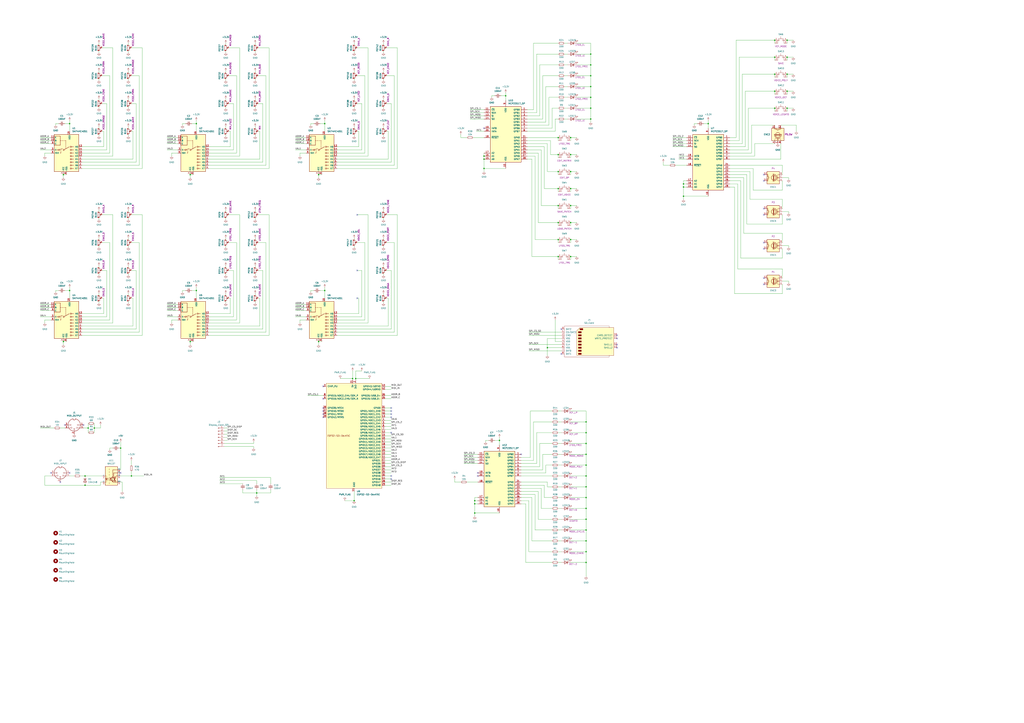
<source format=kicad_sch>
(kicad_sch (version 20231120) (generator "eeschema") (generator_version "8.0")
  (paper "A1")
  (title_block (title "Ambika Controller") (date "2024-05-08") (rev "1.0") (company "Adrian Novosad & Filip Volejnik"))
  (junction (at 266.7 101.6))
  (junction (at 458.47 182.88))
  (junction (at 389.89 421.64))
  (junction (at 52.07 143.51))
  (junction (at 485.14 44.45))
  (junction (at 468.63 127))
  (junction (at 636.27 74.93))
  (junction (at 481.33 408.94))
  (junction (at 69.85 398.78))
  (junction (at 289.56 311.15))
  (junction (at 481.33 382.27))
  (junction (at 468.63 140.97))
  (junction (at 481.33 400.05))
  (junction (at 107.95 391.16))
  (junction (at 481.33 391.16))
  (junction (at 389.89 414.02))
  (junction (at 458.47 196.85))
  (junction (at 485.14 53.34))
  (junction (at 458.47 127))
  (junction (at 646.43 33.02))
  (junction (at 468.63 113.03))
  (junction (at 161.29 101.6))
  (junction (at 415.29 78.74))
  (junction (at 561.34 151.13))
  (junction (at 397.51 138.43))
  (junction (at 389.89 411.48))
  (junction (at 481.33 346.71))
  (junction (at 481.33 364.49))
  (junction (at 397.51 128.27))
  (junction (at 261.62 143.51))
  (junction (at 481.33 373.38))
  (junction (at 57.15 238.76))
  (junction (at 636.27 46.99))
  (junction (at 636.27 60.96))
  (junction (at 646.43 46.99))
  (junction (at 210.82 405.13))
  (junction (at 261.62 280.67))
  (junction (at 57.15 101.6))
  (junction (at 646.43 88.9))
  (junction (at 468.63 168.91))
  (junction (at 397.51 130.81))
  (junction (at 485.14 71.12))
  (junction (at 458.47 140.97))
  (junction (at 481.33 426.72))
  (junction (at 52.07 280.67))
  (junction (at 581.66 101.6))
  (junction (at 161.29 238.76))
  (junction (at 485.14 80.01))
  (junction (at 561.34 161.29))
  (junction (at 468.63 154.94))
  (junction (at 481.33 355.6))
  (junction (at 636.27 88.9))
  (junction (at 485.14 88.9))
  (junction (at 468.63 210.82))
  (junction (at 468.63 196.85))
  (junction (at 481.33 444.5))
  (junction (at 561.34 153.67))
  (junction (at 458.47 168.91))
  (junction (at 72.39 351.79))
  (junction (at 410.21 361.95))
  (junction (at 458.47 154.94))
  (junction (at 481.33 462.28))
  (junction (at 485.14 97.79))
  (junction (at 485.14 62.23))
  (junction (at 69.85 391.16))
  (junction (at 646.43 74.93))
  (junction (at 292.1 311.15))
  (junction (at 266.7 238.76))
  (junction (at 449.58 285.75))
  (junction (at 290.83 411.48))
  (junction (at 481.33 453.39))
  (junction (at 481.33 417.83))
  (junction (at 156.21 143.51))
  (junction (at 646.43 60.96))
  (junction (at 458.47 113.03))
  (junction (at 458.47 210.82))
  (junction (at 77.47 351.79))
  (junction (at 468.63 182.88))
  (junction (at 99.06 368.3))
  (junction (at 481.33 435.61))
  (junction (at 156.21 280.67))
  (junction (at 636.27 33.02))
  (no_connect (at 392.43 391.16))
  (no_connect (at 506.73 275.59))
  (no_connect (at 321.31 393.7))
  (no_connect (at 627.38 204.47))
  (no_connect (at 321.31 337.82))
  (no_connect (at 321.31 340.36))
  (no_connect (at 627.38 171.45))
  (no_connect (at 68.58 349.25))
  (no_connect (at 321.31 342.9))
  (no_connect (at 627.38 233.68))
  (no_connect (at 461.01 290.83))
  (no_connect (at 53.34 349.25))
  (no_connect (at 392.43 388.62))
  (no_connect (at 57.15 388.62))
  (no_connect (at 49.53 396.24))
  (no_connect (at 265.43 342.9))
  (no_connect (at 506.73 278.13))
  (no_connect (at 321.31 391.16))
  (no_connect (at 293.37 222.25))
  (no_connect (at 627.38 148.59))
  (no_connect (at 265.43 327.66))
  (no_connect (at 627.38 199.39))
  (no_connect (at 461.01 270.51))
  (no_connect (at 506.73 285.75))
  (no_connect (at 627.38 143.51))
  (no_connect (at 506.73 283.21))
  (no_connect (at 627.38 176.53))
  (no_connect (at 293.37 245.11))
  (no_connect (at 627.38 228.6))
  (no_connect (at 265.43 337.82))
  (no_connect (at 397.51 105.41))
  (no_connect (at 321.31 335.28))
  (no_connect (at 99.06 388.62))
  (no_connect (at 265.43 335.28))
  (no_connect (at 41.91 388.62))
  (no_connect (at 265.43 317.5))
  (no_connect (at 293.37 176.53))
  (no_connect (at 321.31 355.6))
  (no_connect (at 427.99 373.38))
  (no_connect (at 265.43 340.36))
  (wire (pts (xy 82.55 398.78) (xy 82.55 396.24)))
  (wire (pts (xy 646.43 74.93) (xy 646.43 77.47)))
  (wire (pts (xy 213.36 107.95) (xy 212.09 107.95)))
  (wire (pts (xy 185.42 241.3) (xy 185.42 242.57)))
  (wire (pts (xy 468.63 355.6) (xy 481.33 355.6)))
  (wire (pts (xy 316.23 355.6) (xy 321.31 355.6)))
  (wire (pts (xy 441.96 182.88) (xy 458.47 182.88)))
  (wire (pts (xy 99.06 363.22) (xy 99.06 368.3)))
  (wire (pts (xy 642.62 146.05) (xy 647.7 146.05)))
  (wire (pts (xy 67.31 125.73) (xy 90.17 125.73)))
  (wire (pts (xy 105.41 247.65) (xy 105.41 248.92)))
  (wire (pts (xy 473.71 35.56) (xy 485.14 35.56)))
  (wire (pts (xy 445.77 62.23) (xy 458.47 62.23)))
  (wire (pts (xy 266.7 238.76) (xy 266.7 245.11)))
  (wire (pts (xy 458.47 453.39) (xy 461.01 453.39)))
  (wire (pts (xy 552.45 115.57) (xy 563.88 115.57)))
  (wire (pts (xy 386.08 97.79) (xy 397.51 97.79)))
  (wire (pts (xy 468.63 400.05) (xy 481.33 400.05)))
  (wire (pts (xy 433.07 115.57) (xy 452.12 115.57)))
  (wire (pts (xy 444.5 401.32) (xy 444.5 417.83)))
  (wire (pts (xy 171.45 262.89) (xy 194.31 262.89)))
  (wire (pts (xy 439.42 196.85) (xy 458.47 196.85)))
  (wire (pts (xy 246.38 125.73) (xy 246.38 128.27)))
  (wire (pts (xy 114.3 62.23) (xy 107.95 62.23)))
  (wire (pts (xy 605.79 220.98) (xy 605.79 151.13)))
  (wire (pts (xy 646.43 74.93) (xy 651.51 74.93)))
  (wire (pts (xy 561.34 161.29) (xy 581.66 161.29)))
  (wire (pts (xy 146.05 125.73) (xy 140.97 125.73)))
  (wire (pts (xy 458.47 157.48) (xy 458.47 154.94)))
  (wire (pts (xy 431.8 414.02) (xy 431.8 462.28)))
  (wire (pts (xy 410.21 361.95) (xy 410.21 365.76)))
  (wire (pts (xy 185.42 81.28) (xy 185.42 82.55)))
  (wire (pts (xy 199.39 402.59) (xy 199.39 405.13)))
  (wire (pts (xy 180.34 394.97) (xy 210.82 394.97)))
  (wire (pts (xy 433.07 100.33) (xy 448.31 100.33)))
  (wire (pts (xy 485.14 62.23) (xy 485.14 71.12)))
  (wire (pts (xy 33.02 351.79) (xy 44.45 351.79)))
  (wire (pts (xy 427.99 375.92) (xy 435.61 375.92)))
  (wire (pts (xy 276.86 267.97) (xy 318.77 267.97)))
  (wire (pts (xy 109.22 130.81) (xy 109.22 107.95)))
  (wire (pts (xy 453.39 88.9) (xy 458.47 88.9)))
  (wire (pts (xy 481.33 337.82) (xy 481.33 346.71)))
  (wire (pts (xy 570.23 102.87) (xy 570.23 101.6)))
  (wire (pts (xy 146.05 262.89) (xy 140.97 262.89)))
  (wire (pts (xy 292.1 311.15) (xy 303.53 311.15)))
  (wire (pts (xy 67.31 267.97) (xy 109.22 267.97)))
  (wire (pts (xy 209.55 241.3) (xy 209.55 242.57)))
  (wire (pts (xy 105.41 35.56) (xy 105.41 36.83)))
  (wire (pts (xy 463.55 53.34) (xy 466.09 53.34)))
  (wire (pts (xy 299.72 62.23) (xy 299.72 125.73)))
  (wire (pts (xy 610.87 146.05) (xy 610.87 191.77)))
  (wire (pts (xy 619.76 128.27) (xy 619.76 118.11)))
  (wire (pts (xy 105.41 218.44) (xy 105.41 219.71)))
  (wire (pts (xy 189.23 257.81) (xy 189.23 245.11)))
  (wire (pts (xy 609.6 60.96) (xy 636.27 60.96)))
  (wire (pts (xy 157.48 238.76) (xy 161.29 238.76)))
  (wire (pts (xy 604.52 113.03) (xy 604.52 33.02)))
  (wire (pts (xy 57.15 101.6) (xy 57.15 99.06)))
  (wire (pts (xy 410.21 361.95) (xy 410.21 359.41)))
  (wire (pts (xy 156.21 280.67) (xy 158.75 280.67)))
  (wire (pts (xy 85.09 120.65) (xy 85.09 107.95)))
  (wire (pts (xy 266.7 101.6) (xy 266.7 99.06)))
  (wire (pts (xy 427.99 386.08) (xy 445.77 386.08)))
  (wire (pts (xy 485.14 53.34) (xy 485.14 62.23)))
  (wire (pts (xy 255.27 101.6) (xy 257.81 101.6)))
  (wire (pts (xy 481.33 373.38) (xy 481.33 382.27)))
  (wire (pts (xy 294.64 245.11) (xy 293.37 245.11)))
  (wire (pts (xy 378.46 110.49) (xy 378.46 113.03)))
  (wire (pts (xy 116.84 138.43) (xy 116.84 39.37)))
  (wire (pts (xy 242.57 115.57) (xy 251.46 115.57)))
  (wire (pts (xy 185.42 201.93) (xy 185.42 203.2)))
  (wire (pts (xy 314.96 81.28) (xy 314.96 82.55)))
  (wire (pts (xy 52.07 143.51) (xy 54.61 143.51)))
  (wire (pts (xy 455.93 262.89) (xy 455.93 280.67)))
  (wire (pts (xy 171.45 270.51) (xy 215.9 270.51)))
  (wire (pts (xy 251.46 125.73) (xy 246.38 125.73)))
  (wire (pts (xy 218.44 199.39) (xy 212.09 199.39)))
  (wire (pts (xy 463.55 88.9) (xy 466.09 88.9)))
  (wire (pts (xy 302.26 39.37) (xy 302.26 128.27)))
  (wire (pts (xy 434.34 411.48) (xy 427.99 411.48)))
  (wire (pts (xy 636.27 49.53) (xy 636.27 46.99)))
  (wire (pts (xy 266.7 238.76) (xy 266.7 236.22)))
  (wire (pts (xy 85.09 107.95) (xy 83.82 107.95)))
  (wire (pts (xy 554.99 135.89) (xy 563.88 135.89)))
  (wire (pts (xy 289.56 304.8) (xy 289.56 311.15)))
  (wire (pts (xy 105.41 224.79) (xy 105.41 226.06)))
  (wire (pts (xy 209.55 110.49) (xy 209.55 111.76)))
  (wire (pts (xy 255.27 102.87) (xy 255.27 101.6)))
  (wire (pts (xy 463.55 71.12) (xy 466.09 71.12)))
  (wire (pts (xy 294.64 245.11) (xy 294.64 257.81)))
  (wire (pts (xy 209.55 58.42) (xy 209.55 59.69)))
  (wire (pts (xy 316.23 396.24) (xy 321.31 396.24)))
  (wire (pts (xy 105.41 64.77) (xy 105.41 66.04)))
  (wire (pts (xy 90.17 125.73) (xy 90.17 62.23)))
  (wire (pts (xy 209.55 195.58) (xy 209.55 196.85)))
  (wire (pts (xy 458.47 444.5) (xy 461.01 444.5)))
  (wire (pts (xy 468.63 199.39) (xy 468.63 196.85)))
  (wire (pts (xy 581.66 101.6) (xy 581.66 105.41)))
  (wire (pts (xy 636.27 77.47) (xy 636.27 74.93)))
  (wire (pts (xy 468.63 453.39) (xy 481.33 453.39)))
  (wire (pts (xy 194.31 62.23) (xy 187.96 62.23)))
  (wire (pts (xy 646.43 46.99) (xy 651.51 46.99)))
  (wire (pts (xy 436.88 210.82) (xy 458.47 210.82)))
  (wire (pts (xy 209.55 201.93) (xy 209.55 203.2)))
  (wire (pts (xy 434.34 288.29) (xy 461.01 288.29)))
  (wire (pts (xy 316.23 320.04) (xy 321.31 320.04)))
  (wire (pts (xy 642.62 135.89) (xy 642.62 143.51)))
  (wire (pts (xy 481.33 408.94) (xy 481.33 417.83)))
  (wire (pts (xy 610.87 191.77) (xy 642.62 191.77)))
  (wire (pts (xy 105.41 195.58) (xy 105.41 196.85)))
  (wire (pts (xy 481.33 426.72) (xy 481.33 435.61)))
  (wire (pts (xy 33.02 113.03) (xy 41.91 113.03)))
  (wire (pts (xy 114.3 273.05) (xy 114.3 199.39)))
  (wire (pts (xy 433.07 97.79) (xy 445.77 97.79)))
  (wire (pts (xy 222.25 392.43) (xy 222.25 397.51)))
  (wire (pts (xy 81.28 104.14) (xy 81.28 105.41)))
  (wire (pts (xy 443.23 53.34) (xy 458.47 53.34)))
  (wire (pts (xy 161.29 236.22) (xy 161.29 238.76)))
  (wire (pts (xy 180.34 397.51) (xy 199.39 397.51)))
  (wire (pts (xy 140.97 262.89) (xy 140.97 265.43)))
  (wire (pts (xy 468.63 196.85) (xy 473.71 196.85)))
  (wire (pts (xy 427.99 396.24) (xy 449.58 396.24)))
  (wire (pts (xy 290.83 64.77) (xy 290.83 66.04)))
  (wire (pts (xy 171.45 260.35) (xy 191.77 260.35)))
  (wire (pts (xy 302.26 176.53) (xy 302.26 265.43)))
  (wire (pts (xy 67.31 123.19) (xy 87.63 123.19)))
  (wire (pts (xy 473.71 53.34) (xy 485.14 53.34)))
  (wire (pts (xy 292.1 304.8) (xy 297.18 304.8)))
  (wire (pts (xy 397.51 130.81) (xy 397.51 138.43)))
  (wire (pts (xy 544.83 135.89) (xy 549.91 135.89)))
  (wire (pts (xy 448.31 100.33) (xy 448.31 71.12)))
  (wire (pts (xy 619.76 118.11) (xy 636.27 118.11)))
  (wire (pts (xy 180.34 392.43) (xy 222.25 392.43)))
  (wire (pts (xy 185.42 87.63) (xy 185.42 88.9)))
  (wire (pts (xy 314.96 35.56) (xy 314.96 36.83)))
  (wire (pts (xy 213.36 245.11) (xy 212.09 245.11)))
  (wire (pts (xy 185.42 110.49) (xy 185.42 111.76)))
  (wire (pts (xy 111.76 85.09) (xy 107.95 85.09)))
  (wire (pts (xy 314.96 104.14) (xy 314.96 105.41)))
  (wire (pts (xy 485.14 44.45) (xy 485.14 53.34)))
  (wire (pts (xy 642.62 191.77) (xy 642.62 199.39)))
  (wire (pts (xy 97.79 368.3) (xy 99.06 368.3)))
  (wire (pts (xy 255.27 238.76) (xy 257.81 238.76)))
  (wire (pts (xy 261.62 280.67) (xy 261.62 283.21)))
  (wire (pts (xy 242.57 260.35) (xy 251.46 260.35)))
  (wire (pts (xy 185.42 104.14) (xy 185.42 105.41)))
  (wire (pts (xy 433.07 105.41) (xy 453.39 105.41)))
  (wire (pts (xy 433.07 120.65) (xy 447.04 120.65)))
  (wire (pts (xy 440.69 355.6) (xy 453.39 355.6)))
  (wire (pts (xy 557.53 128.27) (xy 563.88 128.27)))
  (wire (pts (xy 647.7 201.93) (xy 647.7 203.2)))
  (wire (pts (xy 386.08 92.71) (xy 397.51 92.71)))
  (wire (pts (xy 615.95 140.97) (xy 615.95 163.83)))
  (wire (pts (xy 609.6 118.11) (xy 609.6 60.96)))
  (wire (pts (xy 171.45 138.43) (xy 220.98 138.43)))
  (wire (pts (xy 321.31 133.35) (xy 276.86 133.35)))
  (wire (pts (xy 171.45 275.59) (xy 220.98 275.59)))
  (wire (pts (xy 242.57 123.19) (xy 251.46 123.19)))
  (wire (pts (xy 57.15 238.76) (xy 57.15 236.22)))
  (wire (pts (xy 433.07 102.87) (xy 450.85 102.87)))
  (wire (pts (xy 403.86 78.74) (xy 406.4 78.74)))
  (wire (pts (xy 149.86 240.03) (xy 149.86 238.76)))
  (wire (pts (xy 398.78 363.22) (xy 398.78 361.95)))
  (wire (pts (xy 434.34 453.39) (xy 434.34 411.48)))
  (wire (pts (xy 473.71 71.12) (xy 485.14 71.12)))
  (wire (pts (xy 99.06 368.3) (xy 99.06 386.08)))
  (wire (pts (xy 646.43 46.99) (xy 646.43 49.53)))
  (wire (pts (xy 468.63 462.28) (xy 481.33 462.28)))
  (wire (pts (xy 210.82 405.13) (xy 222.25 405.13)))
  (wire (pts (xy 255.27 240.03) (xy 255.27 238.76)))
  (wire (pts (xy 316.23 358.14) (xy 321.31 358.14)))
  (wire (pts (xy 294.64 120.65) (xy 276.86 120.65)))
  (wire (pts (xy 105.41 58.42) (xy 105.41 59.69)))
  (wire (pts (xy 314.96 241.3) (xy 314.96 242.57)))
  (wire (pts (xy 318.77 245.11) (xy 318.77 267.97)))
  (wire (pts (xy 41.91 262.89) (xy 36.83 262.89)))
  (wire (pts (xy 636.27 33.02) (xy 636.27 35.56)))
  (wire (pts (xy 485.14 35.56) (xy 485.14 44.45)))
  (wire (pts (xy 149.86 238.76) (xy 152.4 238.76)))
  (wire (pts (xy 561.34 153.67) (xy 561.34 161.29)))
  (wire (pts (xy 449.58 118.11) (xy 449.58 140.97)))
  (wire (pts (xy 383.54 396.24) (xy 392.43 396.24)))
  (wire (pts (xy 171.45 273.05) (xy 218.44 273.05)))
  (wire (pts (xy 314.96 224.79) (xy 314.96 226.06)))
  (wire (pts (xy 458.47 400.05) (xy 461.01 400.05)))
  (wire (pts (xy 45.72 101.6) (xy 48.26 101.6)))
  (wire (pts (xy 481.33 355.6) (xy 481.33 364.49)))
  (wire (pts (xy 317.5 199.39) (xy 323.85 199.39)))
  (wire (pts (xy 33.02 252.73) (xy 41.91 252.73)))
  (wire (pts (xy 436.88 408.94) (xy 436.88 444.5)))
  (wire (pts (xy 314.96 218.44) (xy 314.96 219.71)))
  (wire (pts (xy 111.76 222.25) (xy 107.95 222.25)))
  (wire (pts (xy 69.85 398.78) (xy 82.55 398.78)))
  (wire (pts (xy 468.63 408.94) (xy 481.33 408.94)))
  (wire (pts (xy 276.86 265.43) (xy 302.26 265.43)))
  (wire (pts (xy 646.43 33.02) (xy 646.43 35.56)))
  (wire (pts (xy 646.43 60.96) (xy 646.43 63.5)))
  (wire (pts (xy 107.95 391.16) (xy 118.11 391.16)))
  (wire (pts (xy 171.45 120.65) (xy 189.23 120.65)))
  (wire (pts (xy 87.63 222.25) (xy 83.82 222.25)))
  (wire (pts (xy 438.15 346.71) (xy 438.15 378.46)))
  (wire (pts (xy 389.89 408.94) (xy 392.43 408.94)))
  (wire (pts (xy 156.21 143.51) (xy 158.75 143.51)))
  (wire (pts (xy 607.06 115.57) (xy 607.06 46.99)))
  (wire (pts (xy 209.55 224.79) (xy 209.55 226.06)))
  (wire (pts (xy 599.44 120.65) (xy 612.14 120.65)))
  (wire (pts (xy 473.71 44.45) (xy 485.14 44.45)))
  (wire (pts (xy 53.34 101.6) (xy 57.15 101.6)))
  (wire (pts (xy 317.5 85.09) (xy 321.31 85.09)))
  (wire (pts (xy 427.99 414.02) (xy 431.8 414.02)))
  (wire (pts (xy 316.23 325.12) (xy 321.31 325.12)))
  (wire (pts (xy 107.95 382.27) (xy 107.95 378.46)))
  (wire (pts (xy 77.47 351.79) (xy 82.55 351.79)))
  (wire (pts (xy 213.36 267.97) (xy 213.36 245.11)))
  (wire (pts (xy 433.07 95.25) (xy 443.23 95.25)))
  (wire (pts (xy 156.21 143.51) (xy 156.21 146.05)))
  (wire (pts (xy 445.77 386.08) (xy 445.77 373.38)))
  (wire (pts (xy 608.33 148.59) (xy 608.33 212.09)))
  (wire (pts (xy 90.17 262.89) (xy 90.17 199.39)))
  (wire (pts (xy 481.33 453.39) (xy 481.33 462.28)))
  (wire (pts (xy 156.21 280.67) (xy 156.21 283.21)))
  (wire (pts (xy 242.57 113.03) (xy 251.46 113.03)))
  (wire (pts (xy 314.96 195.58) (xy 314.96 196.85)))
  (wire (pts (xy 389.89 421.64) (xy 410.21 421.64)))
  (wire (pts (xy 90.17 369.57) (xy 90.17 368.3)))
  (wire (pts (xy 427.99 381) (xy 440.69 381)))
  (wire (pts (xy 316.23 317.5) (xy 321.31 317.5)))
  (wire (pts (xy 189.23 120.65) (xy 189.23 107.95)))
  (wire (pts (xy 208.28 367.03) (xy 184.15 367.03)))
  (wire (pts (xy 36.83 125.73) (xy 36.83 128.27)))
  (wire (pts (xy 290.83 43.18) (xy 290.83 41.91)))
  (wire (pts (xy 33.02 255.27) (xy 41.91 255.27)))
  (wire (pts (xy 251.46 262.89) (xy 246.38 262.89)))
  (wire (pts (xy 316.23 360.68) (xy 321.31 360.68)))
  (wire (pts (xy 209.55 41.91) (xy 209.55 43.18)))
  (wire (pts (xy 36.83 398.78) (xy 69.85 398.78)))
  (wire (pts (xy 57.15 391.16) (xy 60.96 391.16)))
  (wire (pts (xy 458.47 462.28) (xy 461.01 462.28)))
  (wire (pts (xy 185.42 247.65) (xy 185.42 248.92)))
  (wire (pts (xy 373.38 393.7) (xy 373.38 396.24)))
  (wire (pts (xy 612.14 74.93) (xy 636.27 74.93)))
  (wire (pts (xy 276.86 135.89) (xy 323.85 135.89)))
  (wire (pts (xy 642.62 204.47) (xy 642.62 212.09)))
  (wire (pts (xy 436.88 130.81) (xy 433.07 130.81)))
  (wire (pts (xy 642.62 231.14) (xy 647.7 231.14)))
  (wire (pts (xy 608.33 212.09) (xy 642.62 212.09)))
  (wire (pts (xy 185.42 180.34) (xy 185.42 179.07)))
  (wire (pts (xy 316.23 386.08) (xy 321.31 386.08)))
  (wire (pts (xy 642.62 173.99) (xy 647.7 173.99)))
  (wire (pts (xy 276.86 138.43) (xy 326.39 138.43)))
  (wire (pts (xy 468.63 154.94) (xy 468.63 157.48)))
  (wire (pts (xy 69.85 391.16) (xy 66.04 391.16)))
  (wire (pts (xy 468.63 168.91) (xy 468.63 171.45)))
  (wire (pts (xy 215.9 133.35) (xy 215.9 85.09)))
  (wire (pts (xy 317.5 222.25) (xy 321.31 222.25)))
  (wire (pts (xy 458.47 417.83) (xy 461.01 417.83)))
  (wire (pts (xy 415.29 78.74) (xy 415.29 76.2)))
  (wire (pts (xy 481.33 364.49) (xy 481.33 373.38)))
  (wire (pts (xy 468.63 337.82) (xy 481.33 337.82)))
  (wire (pts (xy 388.62 113.03) (xy 397.51 113.03)))
  (wire (pts (xy 318.77 107.95) (xy 318.77 130.81)))
  (wire (pts (xy 276.86 130.81) (xy 318.77 130.81)))
  (wire (pts (xy 57.15 238.76) (xy 57.15 245.11)))
  (wire (pts (xy 196.85 39.37) (xy 187.96 39.37)))
  (wire (pts (xy 276.86 273.05) (xy 323.85 273.05)))
  (wire (pts (xy 109.22 107.95) (xy 107.95 107.95)))
  (wire (pts (xy 242.57 250.19) (xy 251.46 250.19)))
  (wire (pts (xy 441.96 426.72) (xy 453.39 426.72)))
  (wire (pts (xy 105.41 41.91) (xy 105.41 43.18)))
  (wire (pts (xy 613.41 143.51) (xy 613.41 184.15)))
  (wire (pts (xy 209.55 179.07) (xy 209.55 180.34)))
  (wire (pts (xy 85.09 245.11) (xy 83.82 245.11)))
  (wire (pts (xy 468.63 140.97) (xy 468.63 143.51)))
  (wire (pts (xy 458.47 382.27) (xy 461.01 382.27)))
  (wire (pts (xy 252.73 325.12) (xy 265.43 325.12)))
  (wire (pts (xy 481.33 435.61) (xy 481.33 444.5)))
  (wire (pts (xy 316.23 375.92) (xy 321.31 375.92)))
  (wire (pts (xy 209.55 81.28) (xy 209.55 82.55)))
  (wire (pts (xy 427.99 403.86) (xy 441.96 403.86)))
  (wire (pts (xy 438.15 90.17) (xy 438.15 35.56)))
  (wire (pts (xy 81.28 172.72) (xy 81.28 173.99)))
  (wire (pts (xy 105.41 110.49) (xy 105.41 111.76)))
  (wire (pts (xy 427.99 388.62) (xy 448.31 388.62)))
  (wire (pts (xy 109.22 267.97) (xy 109.22 245.11)))
  (wire (pts (xy 317.5 107.95) (xy 318.77 107.95)))
  (wire (pts (xy 468.63 364.49) (xy 481.33 364.49)))
  (wire (pts (xy 292.1 312.42) (xy 292.1 311.15)))
  (wire (pts (xy 599.44 128.27) (xy 619.76 128.27)))
  (wire (pts (xy 82.55 349.25) (xy 82.55 351.79)))
  (wire (pts (xy 458.47 364.49) (xy 461.01 364.49)))
  (wire (pts (xy 149.86 102.87) (xy 149.86 101.6)))
  (wire (pts (xy 654.05 102.87) (xy 654.05 107.95)))
  (wire (pts (xy 87.63 85.09) (xy 83.82 85.09)))
  (wire (pts (xy 33.02 115.57) (xy 41.91 115.57)))
  (wire (pts (xy 438.15 346.71) (xy 453.39 346.71)))
  (wire (pts (xy 189.23 245.11) (xy 187.96 245.11)))
  (wire (pts (xy 33.02 250.19) (xy 41.91 250.19)))
  (wire (pts (xy 191.77 123.19) (xy 191.77 85.09)))
  (wire (pts (xy 293.37 176.53) (xy 302.26 176.53)))
  (wire (pts (xy 196.85 265.43) (xy 196.85 176.53)))
  (wire (pts (xy 552.45 120.65) (xy 563.88 120.65)))
  (wire (pts (xy 215.9 85.09) (xy 212.09 85.09)))
  (wire (pts (xy 641.35 102.87) (xy 654.05 102.87)))
  (wire (pts (xy 481.33 462.28) (xy 481.33 473.71)))
  (wire (pts (xy 161.29 101.6) (xy 161.29 107.95)))
  (wire (pts (xy 36.83 391.16) (xy 36.83 398.78)))
  (wire (pts (xy 105.41 81.28) (xy 105.41 82.55)))
  (wire (pts (xy 87.63 260.35) (xy 87.63 222.25)))
  (wire (pts (xy 326.39 39.37) (xy 326.39 138.43)))
  (wire (pts (xy 561.34 151.13) (xy 561.34 153.67)))
  (wire (pts (xy 290.83 87.63) (xy 290.83 88.9)))
  (wire (pts (xy 92.71 265.43) (xy 92.71 176.53)))
  (wire (pts (xy 449.58 285.75) (xy 449.58 292.1)))
  (wire (pts (xy 316.23 373.38) (xy 321.31 373.38)))
  (wire (pts (xy 105.41 179.07) (xy 105.41 180.34)))
  (wire (pts (xy 485.14 88.9) (xy 485.14 97.79)))
  (wire (pts (xy 82.55 396.24) (xy 83.82 396.24)))
  (wire (pts (xy 599.44 138.43) (xy 618.49 138.43)))
  (wire (pts (xy 397.51 138.43) (xy 415.29 138.43)))
  (wire (pts (xy 316.23 342.9) (xy 321.31 342.9)))
  (wire (pts (xy 607.06 46.99) (xy 636.27 46.99)))
  (wire (pts (xy 276.86 123.19) (xy 297.18 123.19)))
  (wire (pts (xy 617.22 102.87) (xy 636.27 102.87)))
  (wire (pts (xy 389.89 411.48) (xy 389.89 414.02)))
  (wire (pts (xy 52.07 280.67) (xy 52.07 283.21)))
  (wire (pts (xy 290.83 58.42) (xy 290.83 59.69)))
  (wire (pts (xy 290.83 110.49) (xy 290.83 111.76)))
  (wire (pts (xy 293.37 199.39) (xy 299.72 199.39)))
  (wire (pts (xy 317.5 176.53) (xy 326.39 176.53)))
  (wire (pts (xy 92.71 39.37) (xy 83.82 39.37)))
  (wire (pts (xy 468.63 426.72) (xy 481.33 426.72)))
  (wire (pts (xy 209.55 172.72) (xy 209.55 173.99)))
  (wire (pts (xy 85.09 257.81) (xy 85.09 245.11)))
  (wire (pts (xy 90.17 62.23) (xy 83.82 62.23)))
  (wire (pts (xy 316.23 391.16) (xy 321.31 391.16)))
  (wire (pts (xy 389.89 411.48) (xy 392.43 411.48)))
  (wire (pts (xy 561.34 148.59) (xy 563.88 148.59)))
  (wire (pts (xy 33.02 123.19) (xy 41.91 123.19)))
  (wire (pts (xy 81.28 81.28) (xy 81.28 82.55)))
  (wire (pts (xy 440.69 44.45) (xy 458.47 44.45)))
  (wire (pts (xy 452.12 127) (xy 458.47 127)))
  (wire (pts (xy 458.47 213.36) (xy 458.47 210.82)))
  (wire (pts (xy 149.86 101.6) (xy 152.4 101.6)))
  (wire (pts (xy 642.62 201.93) (xy 647.7 201.93)))
  (wire (pts (xy 49.53 351.79) (xy 53.34 351.79)))
  (wire (pts (xy 276.86 260.35) (xy 297.18 260.35)))
  (wire (pts (xy 290.83 81.28) (xy 290.83 82.55)))
  (wire (pts (xy 316.23 383.54) (xy 321.31 383.54)))
  (wire (pts (xy 599.44 146.05) (xy 610.87 146.05)))
  (wire (pts (xy 316.23 370.84) (xy 321.31 370.84)))
  (wire (pts (xy 290.83 35.56) (xy 290.83 36.83)))
  (wire (pts (xy 137.16 260.35) (xy 146.05 260.35)))
  (wire (pts (xy 215.9 222.25) (xy 212.09 222.25)))
  (wire (pts (xy 316.23 337.82) (xy 321.31 337.82)))
  (wire (pts (xy 403.86 80.01) (xy 403.86 78.74)))
  (wire (pts (xy 434.34 275.59) (xy 461.01 275.59)))
  (wire (pts (xy 458.47 435.61) (xy 461.01 435.61)))
  (wire (pts (xy 189.23 107.95) (xy 187.96 107.95)))
  (wire (pts (xy 316.23 347.98) (xy 321.31 347.98)))
  (wire (pts (xy 116.84 275.59) (xy 116.84 176.53)))
  (wire (pts (xy 381 378.46) (xy 392.43 378.46)))
  (wire (pts (xy 209.55 64.77) (xy 209.55 66.04)))
  (wire (pts (xy 105.41 104.14) (xy 105.41 105.41)))
  (wire (pts (xy 463.55 97.79) (xy 466.09 97.79)))
  (wire (pts (xy 161.29 101.6) (xy 161.29 99.06)))
  (wire (pts (xy 386.08 90.17) (xy 397.51 90.17)))
  (wire (pts (xy 294.64 107.95) (xy 293.37 107.95)))
  (wire (pts (xy 137.16 255.27) (xy 146.05 255.27)))
  (wire (pts (xy 391.16 107.95) (xy 397.51 107.95)))
  (wire (pts (xy 100.33 396.24) (xy 100.33 403.86)))
  (wire (pts (xy 194.31 199.39) (xy 187.96 199.39)))
  (wire (pts (xy 647.7 146.05) (xy 647.7 147.32)))
  (wire (pts (xy 171.45 123.19) (xy 191.77 123.19)))
  (wire (pts (xy 431.8 462.28) (xy 453.39 462.28)))
  (wire (pts (xy 184.15 359.41) (xy 186.69 359.41)))
  (wire (pts (xy 452.12 115.57) (xy 452.12 127)))
  (wire (pts (xy 389.89 408.94) (xy 389.89 411.48)))
  (wire (pts (xy 447.04 408.94) (xy 453.39 408.94)))
  (wire (pts (xy 109.22 245.11) (xy 107.95 245.11)))
  (wire (pts (xy 171.45 265.43) (xy 196.85 265.43)))
  (wire (pts (xy 316.23 363.22) (xy 321.31 363.22)))
  (wire (pts (xy 316.23 340.36) (xy 321.31 340.36)))
  (wire (pts (xy 458.47 373.38) (xy 461.01 373.38)))
  (wire (pts (xy 441.96 125.73) (xy 441.96 182.88)))
  (wire (pts (xy 468.63 382.27) (xy 481.33 382.27)))
  (wire (pts (xy 397.51 128.27) (xy 397.51 130.81)))
  (wire (pts (xy 435.61 337.82) (xy 453.39 337.82)))
  (wire (pts (xy 57.15 101.6) (xy 57.15 107.95)))
  (wire (pts (xy 389.89 414.02) (xy 389.89 421.64)))
  (wire (pts (xy 458.47 346.71) (xy 461.01 346.71)))
  (wire (pts (xy 317.5 62.23) (xy 323.85 62.23)))
  (wire (pts (xy 105.41 172.72) (xy 105.41 173.99)))
  (wire (pts (xy 433.07 113.03) (xy 458.47 113.03)))
  (wire (pts (xy 468.63 140.97) (xy 473.71 140.97)))
  (wire (pts (xy 137.16 115.57) (xy 146.05 115.57)))
  (wire (pts (xy 194.31 262.89) (xy 194.31 199.39)))
  (wire (pts (xy 33.02 260.35) (xy 41.91 260.35)))
  (wire (pts (xy 599.44 123.19) (xy 614.68 123.19)))
  (wire (pts (xy 642.62 163.83) (xy 642.62 171.45)))
  (wire (pts (xy 137.16 123.19) (xy 146.05 123.19)))
  (wire (pts (xy 427.99 383.54) (xy 443.23 383.54)))
  (wire (pts (xy 468.63 373.38) (xy 481.33 373.38)))
  (wire (pts (xy 433.07 107.95) (xy 455.93 107.95)))
  (wire (pts (xy 194.31 125.73) (xy 194.31 62.23)))
  (wire (pts (xy 262.89 238.76) (xy 266.7 238.76)))
  (wire (pts (xy 321.31 85.09) (xy 321.31 133.35)))
  (wire (pts (xy 316.23 378.46) (xy 321.31 378.46)))
  (wire (pts (xy 222.25 405.13) (xy 222.25 402.59)))
  (wire (pts (xy 443.23 364.49) (xy 453.39 364.49)))
  (wire (pts (xy 599.44 140.97) (xy 615.95 140.97)))
  (wire (pts (xy 468.63 417.83) (xy 481.33 417.83)))
  (wire (pts (xy 433.07 123.19) (xy 444.5 123.19)))
  (wire (pts (xy 90.17 199.39) (xy 83.82 199.39)))
  (wire (pts (xy 433.07 125.73) (xy 441.96 125.73)))
  (wire (pts (xy 294.64 257.81) (xy 276.86 257.81)))
  (wire (pts (xy 614.68 88.9) (xy 636.27 88.9)))
  (wire (pts (xy 485.14 80.01) (xy 485.14 88.9)))
  (wire (pts (xy 316.23 350.52) (xy 321.31 350.52)))
  (wire (pts (xy 599.44 113.03) (xy 604.52 113.03)))
  (wire (pts (xy 185.42 35.56) (xy 185.42 36.83)))
  (wire (pts (xy 439.42 128.27) (xy 433.07 128.27)))
  (wire (pts (xy 266.7 101.6) (xy 266.7 107.95)))
  (wire (pts (xy 642.62 233.68) (xy 642.62 241.3)))
  (wire (pts (xy 105.41 241.3) (xy 105.41 242.57)))
  (wire (pts (xy 297.18 85.09) (xy 297.18 123.19)))
  (wire (pts (xy 289.56 311.15) (xy 289.56 312.42)))
  (wire (pts (xy 389.89 421.64) (xy 389.89 424.18)))
  (wire (pts (xy 67.31 138.43) (xy 116.84 138.43)))
  (wire (pts (xy 317.5 39.37) (xy 326.39 39.37)))
  (wire (pts (xy 293.37 62.23) (xy 299.72 62.23)))
  (wire (pts (xy 220.98 39.37) (xy 212.09 39.37)))
  (wire (pts (xy 81.28 43.18) (xy 81.28 41.91)))
  (wire (pts (xy 191.77 222.25) (xy 187.96 222.25)))
  (wire (pts (xy 218.44 135.89) (xy 218.44 62.23)))
  (wire (pts (xy 90.17 368.3) (xy 92.71 368.3)))
  (wire (pts (xy 293.37 39.37) (xy 302.26 39.37)))
  (wire (pts (xy 81.28 87.63) (xy 81.28 88.9)))
  (wire (pts (xy 184.15 351.79) (xy 186.69 351.79)))
  (wire (pts (xy 444.5 168.91) (xy 458.47 168.91)))
  (wire (pts (xy 137.16 113.03) (xy 146.05 113.03)))
  (wire (pts (xy 485.14 71.12) (xy 485.14 80.01)))
  (wire (pts (xy 316.23 393.7) (xy 321.31 393.7)))
  (wire (pts (xy 314.96 110.49) (xy 314.96 111.76)))
  (wire (pts (xy 468.63 182.88) (xy 468.63 185.42)))
  (wire (pts (xy 381 375.92) (xy 392.43 375.92)))
  (wire (pts (xy 68.58 351.79) (xy 72.39 351.79)))
  (wire (pts (xy 468.63 113.03) (xy 468.63 115.57)))
  (wire (pts (xy 293.37 85.09) (xy 297.18 85.09)))
  (wire (pts (xy 439.42 406.4) (xy 439.42 435.61)))
  (wire (pts (xy 455.93 97.79) (xy 458.47 97.79)))
  (wire (pts (xy 81.28 247.65) (xy 81.28 248.92)))
  (wire (pts (xy 599.44 118.11) (xy 609.6 118.11)))
  (wire (pts (xy 439.42 435.61) (xy 453.39 435.61)))
  (wire (pts (xy 209.55 247.65) (xy 209.55 248.92)))
  (wire (pts (xy 458.47 143.51) (xy 458.47 140.97)))
  (wire (pts (xy 242.57 252.73) (xy 251.46 252.73)))
  (wire (pts (xy 171.45 130.81) (xy 213.36 130.81)))
  (wire (pts (xy 481.33 382.27) (xy 481.33 391.16)))
  (wire (pts (xy 458.47 391.16) (xy 461.01 391.16)))
  (wire (pts (xy 544.83 133.35) (xy 544.83 135.89)))
  (wire (pts (xy 261.62 143.51) (xy 264.16 143.51)))
  (wire (pts (xy 111.76 270.51) (xy 111.76 222.25)))
  (wire (pts (xy 72.39 347.98) (xy 72.39 351.79)))
  (wire (pts (xy 440.69 355.6) (xy 440.69 381)))
  (wire (pts (xy 642.62 220.98) (xy 642.62 228.6)))
  (wire (pts (xy 314.96 179.07) (xy 314.96 180.34)))
  (wire (pts (xy 473.71 62.23) (xy 485.14 62.23)))
  (wire (pts (xy 191.77 260.35) (xy 191.77 222.25)))
  (wire (pts (xy 438.15 35.56) (xy 458.47 35.56)))
  (wire (pts (xy 262.89 101.6) (xy 266.7 101.6)))
  (wire (pts (xy 481.33 444.5) (xy 481.33 453.39)))
  (wire (pts (xy 185.42 218.44) (xy 185.42 219.71)))
  (wire (pts (xy 461.01 280.67) (xy 455.93 280.67)))
  (wire (pts (xy 599.44 130.81) (xy 641.35 130.81)))
  (wire (pts (xy 185.42 224.79) (xy 185.42 226.06)))
  (wire (pts (xy 615.95 163.83) (xy 642.62 163.83)))
  (wire (pts (xy 316.23 365.76) (xy 321.31 365.76)))
  (wire (pts (xy 77.47 351.79) (xy 77.47 355.6)))
  (wire (pts (xy 614.68 123.19) (xy 614.68 88.9)))
  (wire (pts (xy 293.37 222.25) (xy 297.18 222.25)))
  (wire (pts (xy 314.96 41.91) (xy 314.96 43.18)))
  (wire (pts (xy 261.62 143.51) (xy 261.62 146.05)))
  (wire (pts (xy 561.34 148.59) (xy 561.34 151.13)))
  (wire (pts (xy 381 381) (xy 392.43 381)))
  (wire (pts (xy 69.85 391.16) (xy 83.82 391.16)))
  (wire (pts (xy 448.31 388.62) (xy 448.31 382.27)))
  (wire (pts (xy 453.39 105.41) (xy 453.39 88.9)))
  (wire (pts (xy 67.31 262.89) (xy 90.17 262.89)))
  (wire (pts (xy 215.9 270.51) (xy 215.9 222.25)))
  (wire (pts (xy 613.41 184.15) (xy 642.62 184.15)))
  (wire (pts (xy 111.76 133.35) (xy 111.76 85.09)))
  (wire (pts (xy 137.16 250.19) (xy 146.05 250.19)))
  (wire (pts (xy 171.45 135.89) (xy 218.44 135.89)))
  (wire (pts (xy 294.64 107.95) (xy 294.64 120.65)))
  (wire (pts (xy 185.42 43.18) (xy 185.42 41.91)))
  (wire (pts (xy 33.02 118.11) (xy 41.91 118.11)))
  (wire (pts (xy 449.58 140.97) (xy 458.47 140.97)))
  (wire (pts (xy 450.85 80.01) (xy 458.47 80.01)))
  (wire (pts (xy 77.47 347.98) (xy 77.47 351.79)))
  (wire (pts (xy 427.99 378.46) (xy 438.15 378.46)))
  (wire (pts (xy 561.34 151.13) (xy 563.88 151.13)))
  (wire (pts (xy 81.28 195.58) (xy 81.28 196.85)))
  (wire (pts (xy 114.3 199.39) (xy 107.95 199.39)))
  (wire (pts (xy 81.28 180.34) (xy 81.28 179.07)))
  (wire (pts (xy 427.99 398.78) (xy 447.04 398.78)))
  (wire (pts (xy 458.47 168.91) (xy 458.47 171.45)))
  (wire (pts (xy 196.85 128.27) (xy 196.85 39.37)))
  (wire (pts (xy 617.22 125.73) (xy 617.22 102.87)))
  (wire (pts (xy 67.31 133.35) (xy 111.76 133.35)))
  (wire (pts (xy 191.77 85.09) (xy 187.96 85.09)))
  (wire (pts (xy 468.63 210.82) (xy 468.63 213.36)))
  (wire (pts (xy 552.45 118.11) (xy 563.88 118.11)))
  (wire (pts (xy 427.99 391.16) (xy 453.39 391.16)))
  (wire (pts (xy 440.69 92.71) (xy 440.69 44.45)))
  (wire (pts (xy 299.72 199.39) (xy 299.72 262.89)))
  (wire (pts (xy 434.34 453.39) (xy 453.39 453.39)))
  (wire (pts (xy 208.28 368.3) (xy 208.28 367.03)))
  (wire (pts (xy 599.44 148.59) (xy 608.33 148.59)))
  (wire (pts (xy 427.99 408.94) (xy 436.88 408.94)))
  (wire (pts (xy 468.63 127) (xy 468.63 129.54)))
  (wire (pts (xy 618.49 138.43) (xy 618.49 156.21)))
  (wire (pts (xy 463.55 80.01) (xy 466.09 80.01)))
  (wire (pts (xy 41.91 391.16) (xy 36.83 391.16)))
  (wire (pts (xy 290.83 411.48) (xy 283.21 411.48)))
  (wire (pts (xy 433.07 90.17) (xy 438.15 90.17)))
  (wire (pts (xy 316.23 368.3) (xy 321.31 368.3)))
  (wire (pts (xy 434.34 283.21) (xy 461.01 283.21)))
  (wire (pts (xy 316.23 327.66) (xy 321.31 327.66)))
  (wire (pts (xy 246.38 262.89) (xy 246.38 265.43)))
  (wire (pts (xy 468.63 346.71) (xy 481.33 346.71)))
  (wire (pts (xy 473.71 80.01) (xy 485.14 80.01)))
  (wire (pts (xy 105.41 87.63) (xy 105.41 88.9)))
  (wire (pts (xy 67.31 265.43) (xy 92.71 265.43)))
  (wire (pts (xy 599.44 143.51) (xy 613.41 143.51)))
  (wire (pts (xy 316.23 388.62) (xy 321.31 388.62)))
  (wire (pts (xy 373.38 396.24) (xy 378.46 396.24)))
  (wire (pts (xy 398.78 361.95) (xy 401.32 361.95)))
  (wire (pts (xy 463.55 35.56) (xy 466.09 35.56)))
  (wire (pts (xy 99.06 391.16) (xy 107.95 391.16)))
  (wire (pts (xy 290.83 195.58) (xy 290.83 196.85)))
  (wire (pts (xy 171.45 257.81) (xy 189.23 257.81)))
  (wire (pts (xy 458.47 408.94) (xy 461.01 408.94)))
  (wire (pts (xy 458.47 129.54) (xy 458.47 127)))
  (wire (pts (xy 473.71 88.9) (xy 485.14 88.9)))
  (wire (pts (xy 481.33 417.83) (xy 481.33 426.72)))
  (wire (pts (xy 612.14 120.65) (xy 612.14 74.93)))
  (wire (pts (xy 52.07 280.67) (xy 54.61 280.67)))
  (wire (pts (xy 196.85 176.53) (xy 187.96 176.53)))
  (wire (pts (xy 114.3 135.89) (xy 114.3 62.23)))
  (wire (pts (xy 636.27 91.44) (xy 636.27 88.9)))
  (wire (pts (xy 107.95 387.35) (xy 107.95 391.16)))
  (wire (pts (xy 642.62 156.21) (xy 642.62 148.59)))
  (wire (pts (xy 140.97 125.73) (xy 140.97 128.27)))
  (wire (pts (xy 290.83 201.93) (xy 290.83 203.2)))
  (wire (pts (xy 208.28 364.49) (xy 208.28 363.22)))
  (wire (pts (xy 618.49 156.21) (xy 642.62 156.21)))
  (wire (pts (xy 81.28 241.3) (xy 81.28 242.57)))
  (wire (pts (xy 171.45 128.27) (xy 196.85 128.27)))
  (wire (pts (xy 72.39 351.79) (xy 72.39 355.6)))
  (wire (pts (xy 411.48 78.74) (xy 415.29 78.74)))
  (wire (pts (xy 447.04 120.65) (xy 447.04 154.94)))
  (wire (pts (xy 646.43 60.96) (xy 651.51 60.96)))
  (wire (pts (xy 458.47 355.6) (xy 461.01 355.6)))
  (wire (pts (xy 314.96 172.72) (xy 314.96 173.99)))
  (wire (pts (xy 218.44 62.23) (xy 212.09 62.23)))
  (wire (pts (xy 116.84 39.37) (xy 107.95 39.37)))
  (wire (pts (xy 290.83 104.14) (xy 290.83 105.41)))
  (wire (pts (xy 641.35 118.11) (xy 641.35 130.81)))
  (wire (pts (xy 185.42 58.42) (xy 185.42 59.69)))
  (wire (pts (xy 81.28 224.79) (xy 81.28 226.06)))
  (wire (pts (xy 647.7 173.99) (xy 647.7 175.26)))
  (wire (pts (xy 447.04 398.78) (xy 447.04 408.94)))
  (wire (pts (xy 323.85 62.23) (xy 323.85 135.89)))
  (wire (pts (xy 317.5 245.11) (xy 318.77 245.11)))
  (wire (pts (xy 468.63 154.94) (xy 473.71 154.94)))
  (wire (pts (xy 316.23 345.44) (xy 321.31 345.44)))
  (wire (pts (xy 646.43 88.9) (xy 646.43 91.44)))
  (wire (pts (xy 276.86 275.59) (xy 326.39 275.59)))
  (wire (pts (xy 447.04 154.94) (xy 458.47 154.94)))
  (wire (pts (xy 468.63 444.5) (xy 481.33 444.5)))
  (wire (pts (xy 449.58 396.24) (xy 449.58 400.05)))
  (wire (pts (xy 481.33 346.71) (xy 481.33 355.6)))
  (wire (pts (xy 599.44 115.57) (xy 607.06 115.57)))
  (wire (pts (xy 171.45 267.97) (xy 213.36 267.97)))
  (wire (pts (xy 209.55 218.44) (xy 209.55 219.71)))
  (wire (pts (xy 436.88 130.81) (xy 436.88 210.82)))
  (wire (pts (xy 157.48 101.6) (xy 161.29 101.6)))
  (wire (pts (xy 316.23 335.28) (xy 321.31 335.28)))
  (wire (pts (xy 468.63 168.91) (xy 473.71 168.91)))
  (wire (pts (xy 463.55 62.23) (xy 466.09 62.23)))
  (wire (pts (xy 450.85 102.87) (xy 450.85 80.01)))
  (wire (pts (xy 581.66 101.6) (xy 581.66 99.06)))
  (wire (pts (xy 67.31 128.27) (xy 92.71 128.27)))
  (wire (pts (xy 321.31 270.51) (xy 276.86 270.51)))
  (wire (pts (xy 314.96 247.65) (xy 314.96 248.92)))
  (wire (pts (xy 406.4 361.95) (xy 410.21 361.95)))
  (wire (pts (xy 316.23 381) (xy 321.31 381)))
  (wire (pts (xy 473.71 97.79) (xy 485.14 97.79)))
  (wire (pts (xy 642.62 176.53) (xy 642.62 184.15)))
  (wire (pts (xy 314.96 64.77) (xy 314.96 66.04)))
  (wire (pts (xy 463.55 44.45) (xy 466.09 44.45)))
  (wire (pts (xy 184.15 364.49) (xy 208.28 364.49)))
  (wire (pts (xy 185.42 64.77) (xy 185.42 66.04)))
  (wire (pts (xy 443.23 95.25) (xy 443.23 53.34)))
  (wire (pts (xy 561.34 161.29) (xy 561.34 163.83)))
  (wire (pts (xy 468.63 435.61) (xy 481.33 435.61)))
  (wire (pts (xy 605.79 220.98) (xy 642.62 220.98)))
  (wire (pts (xy 436.88 444.5) (xy 453.39 444.5)))
  (wire (pts (xy 577.85 101.6) (xy 581.66 101.6)))
  (wire (pts (xy 81.28 64.77) (xy 81.28 66.04)))
  (wire (pts (xy 647.7 231.14) (xy 647.7 232.41)))
  (wire (pts (xy 378.46 113.03) (xy 383.54 113.03)))
  (wire (pts (xy 81.28 201.93) (xy 81.28 203.2)))
  (wire (pts (xy 449.58 278.13) (xy 449.58 285.75)))
  (wire (pts (xy 441.96 403.86) (xy 441.96 426.72)))
  (wire (pts (xy 552.45 113.03) (xy 563.88 113.03)))
  (wire (pts (xy 185.42 172.72) (xy 185.42 173.99)))
  (wire (pts (xy 449.58 285.75) (xy 461.01 285.75)))
  (wire (pts (xy 397.51 125.73) (xy 397.51 128.27)))
  (wire (pts (xy 458.47 337.82) (xy 461.01 337.82)))
  (wire (pts (xy 242.57 118.11) (xy 251.46 118.11)))
  (wire (pts (xy 603.25 153.67) (xy 603.25 241.3)))
  (wire (pts (xy 290.83 403.86) (xy 290.83 411.48)))
  (wire (pts (xy 386.08 95.25) (xy 397.51 95.25)))
  (wire (pts (xy 445.77 97.79) (xy 445.77 62.23)))
  (wire (pts (xy 570.23 101.6) (xy 572.77 101.6)))
  (wire (pts (xy 209.55 87.63) (xy 209.55 88.9)))
  (wire (pts (xy 468.63 391.16) (xy 481.33 391.16)))
  (wire (pts (xy 92.71 176.53) (xy 83.82 176.53)))
  (wire (pts (xy 171.45 133.35) (xy 215.9 133.35)))
  (wire (pts (xy 105.41 201.93) (xy 105.41 203.2)))
  (wire (pts (xy 561.34 153.67) (xy 563.88 153.67)))
  (wire (pts (xy 45.72 240.03) (xy 45.72 238.76)))
  (wire (pts (xy 184.15 354.33) (xy 186.69 354.33)))
  (wire (pts (xy 605.79 151.13) (xy 599.44 151.13)))
  (wire (pts (xy 603.25 241.3) (xy 642.62 241.3)))
  (wire (pts (xy 116.84 176.53) (xy 107.95 176.53)))
  (wire (pts (xy 481.33 400.05) (xy 481.33 408.94)))
  (wire (pts (xy 461.01 278.13) (xy 449.58 278.13)))
  (wire (pts (xy 455.93 97.79) (xy 455.93 107.95)))
  (wire (pts (xy 381 373.38) (xy 392.43 373.38)))
  (wire (pts (xy 276.86 128.27) (xy 302.26 128.27)))
  (wire (pts (xy 137.16 118.11) (xy 146.05 118.11)))
  (wire (pts (xy 316.23 398.78) (xy 321.31 398.78)))
  (wire (pts (xy 444.5 123.19) (xy 444.5 168.91)))
  (wire (pts (xy 218.44 273.05) (xy 218.44 199.39)))
  (wire (pts (xy 81.28 35.56) (xy 81.28 36.83)))
  (wire (pts (xy 314.96 201.93) (xy 314.96 203.2)))
  (wire (pts (xy 326.39 176.53) (xy 326.39 275.59)))
  (wire (pts (xy 220.98 138.43) (xy 220.98 39.37)))
  (wire (pts (xy 210.82 394.97) (xy 210.82 397.51)))
  (wire (pts (xy 448.31 382.27) (xy 453.39 382.27)))
  (wire (pts (xy 433.07 118.11) (xy 449.58 118.11)))
  (wire (pts (xy 485.14 97.79) (xy 485.14 100.33)))
  (wire (pts (xy 67.31 270.51) (xy 111.76 270.51)))
  (wire (pts (xy 261.62 280.67) (xy 264.16 280.67)))
  (wire (pts (xy 434.34 273.05) (xy 461.01 273.05)))
  (wire (pts (xy 220.98 275.59) (xy 220.98 176.53)))
  (wire (pts (xy 137.16 252.73) (xy 146.05 252.73)))
  (wire (pts (xy 279.4 311.15) (xy 289.56 311.15)))
  (wire (pts (xy 184.15 361.95) (xy 186.69 361.95)))
  (wire (pts (xy 427.99 406.4) (xy 439.42 406.4)))
  (wire (pts (xy 321.31 222.25) (xy 321.31 270.51)))
  (wire (pts (xy 314.96 58.42) (xy 314.96 59.69)))
  (wire (pts (xy 242.57 255.27) (xy 251.46 255.27)))
  (wire (pts (xy 99.06 396.24) (xy 100.33 396.24)))
  (wire (pts (xy 199.39 405.13) (xy 210.82 405.13)))
  (wire (pts (xy 557.53 130.81) (xy 563.88 130.81)))
  (wire (pts (xy 435.61 375.92) (xy 435.61 337.82)))
  (wire (pts (xy 292.1 311.15) (xy 292.1 304.8)))
  (wire (pts (xy 397.51 140.97) (xy 397.51 138.43)))
  (wire (pts (xy 67.31 257.81) (xy 85.09 257.81)))
  (wire (pts (xy 185.42 195.58) (xy 185.42 196.85)))
  (wire (pts (xy 604.52 33.02) (xy 636.27 33.02)))
  (wire (pts (xy 67.31 260.35) (xy 87.63 260.35)))
  (wire (pts (xy 448.31 71.12) (xy 458.47 71.12)))
  (wire (pts (xy 433.07 92.71) (xy 440.69 92.71)))
  (wire (pts (xy 468.63 113.03) (xy 473.71 113.03)))
  (wire (pts (xy 636.27 63.5) (xy 636.27 60.96)))
  (wire (pts (xy 458.47 113.03) (xy 458.47 115.57)))
  (wire (pts (xy 171.45 125.73) (xy 194.31 125.73)))
  (wire (pts (xy 468.63 182.88) (xy 473.71 182.88)))
  (wire (pts (xy 314.96 87.63) (xy 314.96 88.9)))
  (wire (pts (xy 45.72 238.76) (xy 48.26 238.76)))
  (wire (pts (xy 276.86 125.73) (xy 299.72 125.73)))
  (wire (pts (xy 458.47 199.39) (xy 458.47 196.85)))
  (wire (pts (xy 468.63 210.82) (xy 473.71 210.82)))
  (wire (pts (xy 220.98 176.53) (xy 212.09 176.53)))
  (wire (pts (xy 323.85 199.39) (xy 323.85 273.05)))
  (wire (pts (xy 445.77 373.38) (xy 453.39 373.38)))
  (wire (pts (xy 646.43 88.9) (xy 651.51 88.9)))
  (wire (pts (xy 81.28 58.42) (xy 81.28 59.69)))
  (wire (pts (xy 646.43 33.02) (xy 651.51 33.02)))
  (wire (pts (xy 276.86 262.89) (xy 299.72 262.89)))
  (wire (pts (xy 210.82 405.13) (xy 210.82 407.67)))
  (wire (pts (xy 53.34 238.76) (xy 57.15 238.76)))
  (wire (pts (xy 297.18 222.25) (xy 297.18 260.35)))
  (wire (pts (xy 87.63 123.19) (xy 87.63 85.09)))
  (wire (pts (xy 468.63 127) (xy 473.71 127)))
  (wire (pts (xy 458.47 426.72) (xy 461.01 426.72)))
  (wire (pts (xy 67.31 273.05) (xy 114.3 273.05)))
  (wire (pts (xy 67.31 135.89) (xy 114.3 135.89)))
  (wire (pts (xy 449.58 400.05) (xy 453.39 400.05)))
  (wire (pts (xy 458.47 185.42) (xy 458.47 182.88)))
  (wire (pts (xy 415.29 78.74) (xy 415.29 82.55)))
  (wire (pts (xy 45.72 102.87) (xy 45.72 101.6)))
  (wire (pts (xy 81.28 218.44) (xy 81.28 219.71)))
  (wire (pts (xy 41.91 125.73) (xy 36.83 125.73)))
  (wire (pts (xy 52.07 143.51) (xy 52.07 146.05)))
  (wire (pts (xy 81.28 110.49) (xy 81.28 111.76)))
  (wire (pts (xy 209.55 104.14) (xy 209.55 105.41)))
  (wire (pts (xy 443.23 364.49) (xy 443.23 383.54)))
  (wire (pts (xy 67.31 120.65) (xy 85.09 120.65)))
  (wire (pts (xy 603.25 153.67) (xy 599.44 153.67)))
  (wire (pts (xy 209.55 35.56) (xy 209.55 36.83)))
  (wire (pts (xy 427.99 401.32) (xy 444.5 401.32)))
  (wire (pts (xy 36.83 262.89) (xy 36.83 265.43)))
  (wire (pts (xy 67.31 130.81) (xy 109.22 130.81)))
  (wire (pts (xy 439.42 196.85) (xy 439.42 128.27)))
  (wire (pts (xy 599.44 135.89) (xy 642.62 135.89)))
  (wire (pts (xy 213.36 130.81) (xy 213.36 107.95)))
  (wire (pts (xy 444.5 417.83) (xy 453.39 417.83)))
  (wire (pts (xy 184.15 356.87) (xy 186.69 356.87)))
  (wire (pts (xy 316.23 353.06) (xy 321.31 353.06)))
  (wire (pts (xy 210.82 402.59) (xy 210.82 405.13)))
  (wire (pts (xy 389.89 414.02) (xy 392.43 414.02)))
  (wire (pts (xy 481.33 391.16) (xy 481.33 400.05)))
  (wire (pts (xy 67.31 275.59) (xy 116.84 275.59)))
  (wire (pts (xy 92.71 128.27) (xy 92.71 39.37)))
  (wire (pts (xy 161.29 238.76) (xy 161.29 245.11)))
  (wire (pts (xy 599.44 125.73) (xy 617.22 125.73)))
  (label "SPI_MISO" (at 381 381 0))
  (label "ADDR_C" (at 33.02 255.27 0))
  (label "VAL3" (at 137.16 123.19 0))
  (label "ADDR_A" (at 242.57 113.03 0))
  (label "ADDR_B" (at 242.57 252.73 0))
  (label "VAL1" (at 321.31 360.68 0))
  (label "INT1" (at 180.34 392.43 0))
  (label "ADDR_A" (at 321.31 378.46 0))
  (label "SPI_MOSI" (at 381 378.46 0))
  (label "ADDR_A" (at 137.16 113.03 0))
  (label "VAL6" (at 321.31 345.44 0))
  (label "SPI_SCK" (at 186.69 361.95 0))
  (label "SPI_SCK" (at 386.08 92.71 0))
  (label "SPI_CS_2" (at 321.31 347.98 0))
  (label "ADDR_B" (at 321.31 325.12 0))
  (label "INT2" (at 557.53 128.27 0))
  (label "VAL5" (at 321.31 353.06 0))
  (label "ADDR_A" (at 137.16 250.19 0))
  (label "SPI_CS_1" (at 386.08 90.17 0))
  (label "SPI_CS_3" (at 321.31 383.54 0))
  (label "ADDR_B" (at 33.02 252.73 0))
  (label "VAL5" (at 137.16 260.35 0))
  (label "ADDR_B" (at 242.57 115.57 0))
  (label "SPI_SCK" (at 552.45 115.57 0))
  (label "INT3" (at 180.34 397.51 0))
  (label "VAL3" (at 321.31 375.92 0))
  (label "VAL4" (at 33.02 260.35 0))
  (label "VAL6" (at 242.57 260.35 0))
  (label "DISP_DC" (at 321.31 398.78 0))
  (label "SPI_CS_3" (at 381 373.38 0))
  (label "INT3" (at 321.31 388.62 0))
  (label "ADDR_A" (at 33.02 250.19 0))
  (label "ADDR_C" (at 33.02 118.11 0))
  (label "DISP_RES" (at 186.69 356.87 0))
  (label "SPI_CS_DISP" (at 186.69 351.79 0))
  (label "SPI_CS_SD" (at 321.31 358.14 0))
  (label "ADDR_C" (at 321.31 327.66 0))
  (label "SPI_SCK" (at 321.31 365.76 0))
  (label "SPI_MISO" (at 552.45 120.65 0))
  (label "MIDI_OUT" (at 33.02 351.79 0))
  (label "VAL2" (at 33.02 123.19 0))
  (label "ADDR_B" (at 137.16 115.57 0))
  (label "VAL2" (at 321.31 370.84 0))
  (label "VAL1" (at 242.57 123.19 0))
  (label "SPI_MOSI" (at 386.08 95.25 0))
  (label "INT3" (at 557.53 130.81 0))
  (label "SPI_SCK" (at 381 375.92 0))
  (label "INT1" (at 391.16 107.95 0))
  (label "SPI_CS_DISP" (at 321.31 381 0))
  (label "SPI_CS_1" (at 252.73 325.12 0))
  (label "SPI_MOSI" (at 321.31 363.22 0))
  (label "INT1" (at 321.31 350.52 0))
  (label "SPI_CS_SD" (at 434.34 273.05 0))
  (label "SPI_MISO" (at 434.34 288.29 0))
  (label "ADDR_B" (at 137.16 252.73 0))
  (label "DISP_DC" (at 186.69 354.33 0))
  (label "SPI_MISO" (at 321.31 368.3 0))
  (label "DISP_RES" (at 321.31 396.24 0))
  (label "SPI_CS_2" (at 552.45 113.03 0))
  (label "SPI_MOSI" (at 434.34 275.59 0))
  (label "SPI_SCK" (at 434.34 283.21 0))
  (label "VAL4" (at 321.31 373.38 0))
  (label "ADDR_C" (at 137.16 118.11 0))
  (label "ADDR_A" (at 242.57 250.19 0))
  (label "MIDI_IN" (at 321.31 320.04 0))
  (label "ADDR_C" (at 137.16 255.27 0))
  (label "SPI_MISO" (at 386.08 97.79 0))
  (label "ADDR_C" (at 242.57 118.11 0))
  (label "MIDI_OUT" (at 321.31 317.5 0))
  (label "ADDR_A" (at 33.02 113.03 0))
  (label "INT2" (at 321.31 386.08 0))
  (label "MIDI_IN" (at 118.11 391.16 0))
  (label "ADDR_B" (at 33.02 115.57 0))
  (label "SPI_MOSI" (at 552.45 118.11 0))
  (label "SPI_MOSI" (at 186.69 359.41 0))
  (label "ADDR_C" (at 242.57 255.27 0))
  (label "INT2" (at 180.34 394.97 0))
  (symbol (lib_id "Device:R_Potentiometer_Small") (at 81.28 176.53 0) (unit 1)
    (property "Reference" "POT48" (at 76.2 176.53 90))
    (property "Value" "B10k" (at 78.74 176.53 90))
    (property "Footprint" "Potentiometer_THT:Potentiometer_Alpha_RD901F-40-00D_Single_Vertical" (effects (hide yes)))
    (property "Description" "Potentiometer" (effects (hide yes)))
    (property "Function" "ENV3_A" (at 85.09 175.26 90) (effects (justify left)))
  )
  (symbol (lib_id "power:GND") (at 290.83 88.9 0) (unit 1)
    (property "Reference" "#PWR047" (effects (hide yes)))
    (property "Value" "GND" (at 290.83 93.98 0) (effects (justify bottom)))
    (property "Description" "Power symbol creates a global label with name \"GND\" , ground" (effects (hide yes)))
  )
  (symbol (lib_id "Analog_Switch:CD4051B") (at 158.75 125.73 0) (unit 1)
    (property "Reference" "U2" (at 163.4841 105.41 0) (effects (justify left)))
    (property "Value" "SN74HC4051" (at 163.4841 107.95 0) (effects (justify left)))
    (property "Footprint" "Package_DIP:DIP-16_W7.62mm_Socket_LongPads" (effects (hide yes)))
    (property "Datasheet" "http://www.ti.com/lit/ds/symlink/cd4052b.pdf" (effects (hide yes)))
    (property "Description" "CMOS single 8-channel analog multiplexer demultiplexer, TSSOP-16/DIP-16/SOIC-16" (effects (hide yes)))
  )
  (symbol (lib_id "power:GND") (at 473.71 154.94 0) (unit 1)
    (property "Reference" "#PWR0118" (effects (hide yes)))
    (property "Value" "GND" (at 473.71 160.02 0))
    (property "Description" "Power symbol creates a global label with name \"GND\" , ground" (effects (hide yes)))
  )
  (symbol (lib_id "power:GND") (at 473.71 140.97 0) (unit 1)
    (property "Reference" "#PWR0117" (effects (hide yes)))
    (property "Value" "GND" (at 473.71 146.05 0))
    (property "Description" "Power symbol creates a global label with name \"GND\" , ground" (effects (hide yes)))
  )
  (symbol (lib_id "Device:R_Small") (at 455.93 364.49 270) (unit 1)
    (property "Reference" "R23" (at 455.93 361.95 90))
    (property "Value" "330" (at 455.93 367.03 90))
    (property "Footprint" "Resistor_THT:R_Axial_DIN0207_L6.3mm_D2.5mm_P7.62mm_Horizontal" (effects (hide yes)))
    (property "Description" "Resistor, small symbol" (effects (hide yes)))
  )
  (symbol (lib_id "power:+5V") (at 99.06 363.22 0) (unit 1)
    (property "Reference" "#PWR0148" (effects (hide yes)))
    (property "Value" "+5V" (at 99.06 358.14 0))
    (property "Description" "Power symbol creates a global label with name \"+5V\"" (effects (hide yes)))
  )
  (symbol (lib_id "Device:R_Potentiometer_Small") (at 314.96 85.09 0) (unit 1)
    (property "Reference" "POT44" (at 309.88 85.09 90))
    (property "Value" "B10k" (at 312.42 85.09 90))
    (property "Footprint" "Potentiometer_THT:Potentiometer_Alpha_RD901F-40-00D_Single_Vertical" (effects (hide yes)))
    (property "Description" "Potentiometer" (effects (hide yes)))
    (property "Function" "ENV1_D" (at 318.77 83.82 90) (effects (justify left)))
  )
  (symbol (lib_id "power:GND") (at 570.23 102.87 0) (unit 1)
    (property "Reference" "#PWR0168" (effects (hide yes)))
    (property "Value" "GND" (at 570.23 107.95 0) (effects (justify bottom)))
    (property "Description" "Power symbol creates a global label with name \"GND\" , ground" (effects (hide yes)))
  )
  (symbol (lib_id "power:GND") (at 36.83 265.43 0) (unit 1)
    (property "Reference" "#PWR0126" (effects (hide yes)))
    (property "Value" "GND" (at 36.83 270.51 0))
    (property "Description" "Power symbol creates a global label with name \"GND\" , ground" (effects (hide yes)))
  )
  (symbol (lib_id "power:GND") (at 208.28 368.3 0) (unit 1)
    (property "Reference" "#PWR0100" (effects (hide yes)))
    (property "Value" "GND" (at 208.28 373.38 0))
    (property "Description" "Power symbol creates a global label with name \"GND\" , ground" (effects (hide yes)))
  )
  (symbol (lib_id "Switch:SW_MEC_5E") (at 641.35 63.5 0) (unit 1)
    (property "Reference" "SW10" (at 641.35 56.134 0))
    (property "Value" "~" (at 641.35 55.88 0))
    (property "Footprint" "Library:SW_PUSH-12mm-4pin" (effects (hide yes)))
    (property "Datasheet" "http://www.apem.com/int/index.php?controller=attachment&id_attachment=1371" (effects (hide yes)))
    (property "Description" "MEC 5E single pole normally-open tactile switch" (effects (hide yes)))
    (property "Function" "VOICE_POLY" (at 641.35 66.04 0))
  )
  (symbol (lib_id "power:GND") (at 149.86 102.87 0) (unit 1)
    (property "Reference" "#PWR020" (effects (hide yes)))
    (property "Value" "GND" (at 149.86 107.95 0) (effects (justify bottom)))
    (property "Description" "Power symbol creates a global label with name \"GND\" , ground" (effects (hide yes)))
  )
  (symbol (lib_id "Device:R_Potentiometer_Small") (at 209.55 199.39 0) (unit 1)
    (property "Reference" "POT46" (at 204.47 199.39 90))
    (property "Value" "B10k" (at 207.01 199.39 90))
    (property "Footprint" "Potentiometer_THT:Potentiometer_Alpha_RD901F-40-00D_Single_Vertical" (effects (hide yes)))
    (property "Description" "Potentiometer" (effects (hide yes)))
    (property "Function" "LFO3_WAVE" (at 213.36 198.12 90) (effects (justify left)))
  )
  (symbol (lib_id "Mechanical:MountingHole") (at 45.72 438.15 0) (unit 1)
    (property "Reference" "H1" (at 48.26 436.8799 0) (effects (justify left)))
    (property "Value" "MountingHole" (at 48.26 439.4199 0) (effects (justify left)))
    (property "Footprint" "MountingHole:MountingHole_3.2mm_M3_DIN965_Pad_TopBottom" (effects (hide yes)))
    (property "Description" "Mounting Hole without connection" (effects (hide yes)))
  )
  (symbol (lib_id "Device:R_Small") (at 46.99 351.79 90) (unit 1)
    (property "Reference" "R34" (at 46.99 346.71 90))
    (property "Value" "10" (at 46.99 349.25 90))
    (property "Footprint" "Resistor_THT:R_Axial_DIN0207_L6.3mm_D2.5mm_P7.62mm_Horizontal" (effects (hide yes)))
    (property "Description" "Resistor, small symbol" (effects (hide yes)))
  )
  (symbol (lib_id "power:GND") (at 81.28 66.04 0) (unit 1)
    (property "Reference" "#PWR04" (effects (hide yes)))
    (property "Value" "GND" (at 81.28 71.12 0) (effects (justify bottom)))
    (property "Description" "Power symbol creates a global label with name \"GND\" , ground" (effects (hide yes)))
  )
  (symbol (lib_id "Device:LED") (at 469.9 53.34 180) (unit 1)
    (property "Reference" "LED7" (at 469.9 50.8 0))
    (property "Value" "GREEN" (effects (hide yes)))
    (property "Footprint" "LED_THT:LED_D3.0mm" (effects (hide yes)))
    (property "Description" "Light emitting diode" (effects (hide yes)))
    (property "Function" "LFO1_FREE" (at 472.44 54.61 0) (effects (justify right)))
  )
  (symbol (lib_id "Device:R_Small") (at 381 396.24 90) (unit 1)
    (property "Reference" "R4" (at 381 391.16 90))
    (property "Value" "10k" (at 381 393.7 90))
    (property "Footprint" "Resistor_THT:R_Axial_DIN0207_L6.3mm_D2.5mm_P7.62mm_Horizontal" (effects (hide yes)))
    (property "Description" "Resistor, small symbol" (effects (hide yes)))
  )
  (symbol (lib_id "Device:R_Potentiometer_Small") (at 314.96 62.23 0) (unit 1)
    (property "Reference" "POT39" (at 309.88 62.23 90))
    (property "Value" "B10k" (at 312.42 62.23 90))
    (property "Footprint" "Potentiometer_THT:Potentiometer_Alpha_RD901F-40-00D_Single_Vertical" (effects (hide yes)))
    (property "Description" "Potentiometer" (effects (hide yes)))
    (property "Function" "VCF_ENV2" (at 318.77 60.96 90) (effects (justify left)))
  )
  (symbol (lib_id "power:GND") (at 290.83 111.76 0) (unit 1)
    (property "Reference" "#PWR049" (effects (hide yes)))
    (property "Value" "GND" (at 290.83 116.84 0) (effects (justify bottom)))
    (property "Description" "Power symbol creates a global label with name \"GND\" , ground" (effects (hide yes)))
  )
  (symbol (lib_id "Device:R_Potentiometer_Small") (at 105.41 107.95 0) (unit 1)
    (property "Reference" "POT25" (at 100.33 107.95 90))
    (property "Value" "B10k" (at 102.87 107.95 90))
    (property "Footprint" "Potentiometer_THT:Potentiometer_Alpha_RD901F-40-00D_Single_Vertical" (effects (hide yes)))
    (property "Description" "Potentiometer" (effects (hide yes)))
    (property "Function" "VCO1_WAVE" (at 109.22 106.68 90) (effects (justify left)))
  )
  (symbol (lib_id "power:GND") (at 389.89 424.18 0) (unit 1)
    (property "Reference" "#PWR0124" (effects (hide yes)))
    (property "Value" "GND" (at 389.89 429.26 0) (effects (justify bottom)))
    (property "Description" "Power symbol creates a global label with name \"GND\" , ground" (effects (hide yes)))
  )
  (symbol (lib_id "Switch:SW_MEC_5E") (at 463.55 213.36 0) (unit 1)
    (property "Reference" "SW7" (at 463.55 205.994 0))
    (property "Value" "~" (at 463.55 205.74 0))
    (property "Footprint" "Library:SW_PUSH-12mm-4pin" (effects (hide yes)))
    (property "Datasheet" "http://www.apem.com/int/index.php?controller=attachment&id_attachment=1371" (effects (hide yes)))
    (property "Description" "MEC 5E single pole normally-open tactile switch" (effects (hide yes)))
    (property "Function" "LFO1_TRG" (at 463.55 215.9 0))
  )
  (symbol (lib_id "power:+3.3V") (at 81.28 172.72 0) (unit 1)
    (property "Reference" "#PWR061" (effects (hide yes)))
    (property "Value" "+3.3V" (at 81.28 167.64 0))
    (property "Description" "Power symbol creates a global label with name \"+3.3V\"" (effects (hide yes)))
  )
  (symbol (lib_id "power:GND") (at 314.96 180.34 0) (unit 1)
    (property "Reference" "#PWR0108" (effects (hide yes)))
    (property "Value" "GND" (at 314.96 185.42 0) (effects (justify bottom)))
    (property "Description" "Power symbol creates a global label with name \"GND\" , ground" (effects (hide yes)))
  )
  (symbol (lib_id "power:GND") (at 81.28 226.06 0) (unit 1)
    (property "Reference" "#PWR066" (effects (hide yes)))
    (property "Value" "GND" (at 81.28 231.14 0) (effects (justify bottom)))
    (property "Description" "Power symbol creates a global label with name \"GND\" , ground" (effects (hide yes)))
  )
  (symbol (lib_name "MCP23S17_SP_2") (lib_id "Interface_Expansion:MCP23S17_SP") (at 581.66 133.35 0) (unit 1)
    (property "Reference" "U7" (at 583.8541 105.41 0) (effects (justify left)))
    (property "Value" "MCP23S17_SP" (at 583.8541 107.95 0) (effects (justify left)))
    (property "Footprint" "Package_DIP:DIP-28_W7.62mm" (effects (hide yes)))
    (property "Datasheet" "http://ww1.microchip.com/downloads/en/DeviceDoc/20001952C.pdf" (effects (hide yes)))
    (property "Description" "16-bit I/O expander, SPI, interrupts, w pull-ups, SPDIP-28" (effects (hide yes)))
  )
  (symbol (lib_id "Device:R_Potentiometer_Small") (at 314.96 199.39 0) (unit 1)
    (property "Reference" "POT21" (at 309.88 199.39 90))
    (property "Value" "B10k" (at 312.42 199.39 90))
    (property "Footprint" "Potentiometer_THT:Potentiometer_Alpha_RD901F-40-00D_Single_Vertical" (effects (hide yes)))
    (property "Description" "Potentiometer" (effects (hide yes)))
    (property "Function" "VOICE_PORT" (at 318.77 198.12 90) (effects (justify left)))
  )
  (symbol (lib_id "power:GND") (at 398.78 363.22 0) (unit 1)
    (property "Reference" "#PWR0125" (effects (hide yes)))
    (property "Value" "GND" (at 398.78 368.3 0) (effects (justify bottom)))
    (property "Description" "Power symbol creates a global label with name \"GND\" , ground" (effects (hide yes)))
  )
  (symbol (lib_id "power:+3.3V") (at 161.29 236.22 0) (unit 1)
    (property "Reference" "#PWR079" (effects (hide yes)))
    (property "Value" "+3.3V" (at 161.29 231.14 0))
    (property "Description" "Power symbol creates a global label with name \"+3.3V\"" (effects (hide yes)))
  )
  (symbol (lib_id "power:GND") (at 105.41 248.92 0) (unit 1)
    (property "Reference" "#PWR076" (effects (hide yes)))
    (property "Value" "GND" (at 105.41 254 0) (effects (justify bottom)))
    (property "Description" "Power symbol creates a global label with name \"GND\" , ground" (effects (hide yes)))
  )
  (symbol (lib_id "Device:R_Potentiometer_Small") (at 314.96 39.37 0) (unit 1)
    (property "Reference" "POT42" (at 309.88 39.37 90))
    (property "Value" "B10k" (at 312.42 39.37 90))
    (property "Footprint" "Potentiometer_THT:Potentiometer_Alpha_RD901F-40-00D_Single_Vertical" (effects (hide yes)))
    (property "Description" "Potentiometer" (effects (hide yes)))
    (property "Function" "ENV1_R" (at 318.77 38.1 90) (effects (justify left)))
  )
  (symbol (lib_id "espressif:ESP32-S3-DevKitC") (at 290.83 358.14 0) (unit 1)
    (property "Reference" "U9" (at 293.0241 403.86 0) (effects (justify left)))
    (property "Value" "ESP32-S3-DevKitC" (at 293.0241 406.4 0) (effects (justify left)))
    (property "Footprint" "Espressif:Waveshare ESP32-S3-DevKitC" (effects (hide yes)))
    (property "Description" "ESP32-S3-DevKitC" (effects (hide yes)))
  )
  (symbol (lib_id "power:GND") (at 651.51 33.02 0) (unit 1)
    (property "Reference" "#PWR0127" (effects (hide yes)))
    (property "Value" "GND" (at 651.51 38.1 0))
    (property "Description" "Power symbol creates a global label with name \"GND\" , ground" (effects (hide yes)))
  )
  (symbol (lib_id "power:GND") (at 314.96 226.06 0) (unit 1)
    (property "Reference" "#PWR0112" (effects (hide yes)))
    (property "Value" "GND" (at 314.96 231.14 0) (effects (justify bottom)))
    (property "Description" "Power symbol creates a global label with name \"GND\" , ground" (effects (hide yes)))
  )
  (symbol (lib_id "power:+3.3V") (at 81.28 104.14 0) (unit 1)
    (property "Reference" "#PWR03" (effects (hide yes)))
    (property "Value" "+3.3V" (at 81.28 99.06 0))
    (property "Description" "Power symbol creates a global label with name \"+3.3V\"" (effects (hide yes)))
  )
  (symbol (lib_id "power:+3.3V") (at 290.83 195.58 0) (unit 1)
    (property "Reference" "#PWR0107" (effects (hide yes)))
    (property "Value" "+3.3V" (at 290.83 190.5 0))
    (property "Description" "Power symbol creates a global label with name \"+3.3V\"" (effects (hide yes)))
  )
  (symbol (lib_id "Device:R_Small") (at 455.93 400.05 270) (unit 1)
    (property "Reference" "R19" (at 455.93 397.51 90))
    (property "Value" "330" (at 455.93 402.59 90))
    (property "Footprint" "Resistor_THT:R_Axial_DIN0207_L6.3mm_D2.5mm_P7.62mm_Horizontal" (effects (hide yes)))
    (property "Description" "Resistor, small symbol" (effects (hide yes)))
  )
  (symbol (lib_id "power:GND") (at 209.55 248.92 0) (unit 1)
    (property "Reference" "#PWR095" (effects (hide yes)))
    (property "Value" "GND" (at 209.55 254 0) (effects (justify bottom)))
    (property "Description" "Power symbol creates a global label with name \"GND\" , ground" (effects (hide yes)))
  )
  (symbol (lib_id "power:GND") (at 209.55 66.04 0) (unit 1)
    (property "Reference" "#PWR036" (effects (hide yes)))
    (property "Value" "GND" (at 209.55 71.12 0) (effects (justify bottom)))
    (property "Description" "Power symbol creates a global label with name \"GND\" , ground" (effects (hide yes)))
  )
  (symbol (lib_id "Device:R_Potentiometer_Small") (at 105.41 39.37 0) (unit 1)
    (property "Reference" "POT26" (at 100.33 39.37 90))
    (property "Value" "B10k" (at 102.87 39.37 90))
    (property "Footprint" "Potentiometer_THT:Potentiometer_Alpha_RD901F-40-00D_Single_Vertical" (effects (hide yes)))
    (property "Description" "Potentiometer" (effects (hide yes)))
    (property "Function" "VCO2_TUNE" (at 109.22 38.1 90) (effects (justify left)))
  )
  (symbol (lib_id "power:GND") (at 255.27 102.87 0) (unit 1)
    (property "Reference" "#PWR039" (effects (hide yes)))
    (property "Value" "GND" (at 255.27 107.95 0) (effects (justify bottom)))
    (property "Description" "Power symbol creates a global label with name \"GND\" , ground" (effects (hide yes)))
  )
  (symbol (lib_id "power:GND") (at 90.17 369.57 0) (unit 1)
    (property "Reference" "#PWR099" (effects (hide yes)))
    (property "Value" "GND" (at 90.17 374.65 0) (effects (justify bottom)))
    (property "Description" "Power symbol creates a global label with name \"GND\" , ground" (effects (hide yes)))
  )
  (symbol (lib_id "power:+3.3V") (at 314.96 172.72 0) (unit 1)
    (property "Reference" "#PWR0113" (effects (hide yes)))
    (property "Value" "+3.3V" (at 314.96 167.64 0))
    (property "Description" "Power symbol creates a global label with name \"+3.3V\"" (effects (hide yes)))
  )
  (symbol (lib_id "power:GND") (at 81.28 248.92 0) (unit 1)
    (property "Reference" "#PWR068" (effects (hide yes)))
    (property "Value" "GND" (at 81.28 254 0) (effects (justify bottom)))
    (property "Description" "Power symbol creates a global label with name \"GND\" , ground" (effects (hide yes)))
  )
  (symbol (lib_id "Switch:SW_MEC_5E") (at 463.55 157.48 0) (unit 1)
    (property "Reference" "SW4" (at 463.55 150.114 0))
    (property "Value" "~" (at 463.55 149.86 0))
    (property "Footprint" "Library:SW_PUSH-12mm-4pin" (effects (hide yes)))
    (property "Datasheet" "http://www.apem.com/int/index.php?controller=attachment&id_attachment=1371" (effects (hide yes)))
    (property "Description" "MEC 5E single pole normally-open tactile switch" (effects (hide yes)))
    (property "Function" "EDIT_VOICE" (at 463.55 160.02 0))
  )
  (symbol (lib_id "power:GND") (at 105.41 43.18 0) (unit 1)
    (property "Reference" "#PWR011" (effects (hide yes)))
    (property "Value" "GND" (at 105.41 48.26 0) (effects (justify bottom)))
    (property "Description" "Power symbol creates a global label with name \"GND\" , ground" (effects (hide yes)))
  )
  (symbol (lib_id "power:+3.3V") (at 81.28 241.3 0) (unit 1)
    (property "Reference" "#PWR067" (effects (hide yes)))
    (property "Value" "+3.3V" (at 81.28 236.22 0))
    (property "Description" "Power symbol creates a global label with name \"+3.3V\"" (effects (hide yes)))
  )
  (symbol (lib_id "power:GND") (at 314.96 111.76 0) (unit 1)
    (property "Reference" "#PWR051" (effects (hide yes)))
    (property "Value" "GND" (at 314.96 116.84 0) (effects (justify bottom)))
    (property "Description" "Power symbol creates a global label with name \"GND\" , ground" (effects (hide yes)))
  )
  (symbol (lib_id "Device:R_Potentiometer_Small") (at 209.55 245.11 0) (unit 1)
    (property "Reference" "POT11" (at 204.47 245.11 90))
    (property "Value" "B10k" (at 207.01 245.11 90))
    (property "Footprint" "Potentiometer_THT:Potentiometer_Alpha_RD901F-40-00D_Single_Vertical" (effects (hide yes)))
    (property "Description" "Potentiometer" (effects (hide yes)))
    (property "Function" "LFO1_WAVE" (at 213.36 243.84 90) (effects (justify left)))
  )
  (symbol (lib_id "power:+3.3V") (at 209.55 218.44 0) (unit 1)
    (property "Reference" "#PWR092" (effects (hide yes)))
    (property "Value" "+3.3V" (at 209.55 213.36 0))
    (property "Description" "Power symbol creates a global label with name \"+3.3V\"" (effects (hide yes)))
  )
  (symbol (lib_id "power:+3.3V") (at 209.55 172.72 0) (unit 1)
    (property "Reference" "#PWR088" (effects (hide yes)))
    (property "Value" "+3.3V" (at 209.55 167.64 0))
    (property "Description" "Power symbol creates a global label with name \"+3.3V\"" (effects (hide yes)))
  )
  (symbol (lib_id "Device:R_Potentiometer_Small") (at 81.28 107.95 0) (unit 1)
    (property "Reference" "POT27" (at 76.2 107.95 90))
    (property "Value" "B10k" (at 78.74 107.95 90))
    (property "Footprint" "Potentiometer_THT:Potentiometer_Alpha_RD901F-40-00D_Single_Vertical" (effects (hide yes)))
    (property "Description" "Potentiometer" (effects (hide yes)))
    (property "Function" "VCO2_RANGE" (at 85.09 106.68 90) (effects (justify left)))
  )
  (symbol (lib_id "power:GND") (at 52.07 146.05 0) (unit 1)
    (property "Reference" "#PWR08" (effects (hide yes)))
    (property "Value" "GND" (at 52.07 151.13 0))
    (property "Description" "Power symbol creates a global label with name \"GND\" , ground" (effects (hide yes)))
  )
  (symbol (lib_id "Device:R_Small") (at 107.95 384.81 0) (unit 1)
    (property "Reference" "R36" (at 110.49 383.5399 0) (effects (justify left)))
    (property "Value" "470" (at 110.49 386.0799 0) (effects (justify left)))
    (property "Footprint" "Resistor_THT:R_Axial_DIN0207_L6.3mm_D2.5mm_P7.62mm_Horizontal" (effects (hide yes)))
    (property "Description" "Resistor, small symbol" (effects (hide yes)))
  )
  (symbol (lib_id "Device:C_Small") (at 408.94 78.74 90) (unit 1)
    (property "Reference" "C11" (at 408.9463 72.39 90))
    (property "Value" "100nF" (at 408.9463 74.93 90))
    (property "Footprint" "Capacitor_THT:C_Disc_D5.0mm_W2.5mm_P2.50mm" (effects (hide yes)))
    (property "Description" "Unpolarized capacitor, small symbol" (effects (hide yes)))
  )
  (symbol (lib_id "Mechanical:MountingHole") (at 45.72 468.63 0) (unit 1)
    (property "Reference" "H5" (at 48.26 467.3599 0) (effects (justify left)))
    (property "Value" "MountingHole" (at 48.26 469.8999 0) (effects (justify left)))
    (property "Footprint" "MountingHole:MountingHole_3.2mm_M3_DIN965_Pad_TopBottom" (effects (hide yes)))
    (property "Description" "Mounting Hole without connection" (effects (hide yes)))
  )
  (symbol (lib_id "Device:C_Small") (at 154.94 238.76 90) (unit 1)
    (property "Reference" "C5" (at 154.9463 232.41 90))
    (property "Value" "100nF" (at 154.9463 234.95 90))
    (property "Footprint" "Capacitor_THT:C_Disc_D5.0mm_W2.5mm_P2.50mm" (effects (hide yes)))
    (property "Description" "Unpolarized capacitor, small symbol" (effects (hide yes)))
  )
  (symbol (lib_id "power:GND") (at 473.71 168.91 0) (unit 1)
    (property "Reference" "#PWR0119" (effects (hide yes)))
    (property "Value" "GND" (at 473.71 173.99 0))
    (property "Description" "Power symbol creates a global label with name \"GND\" , ground" (effects (hide yes)))
  )
  (symbol (lib_id "power:GND") (at 246.38 128.27 0) (unit 1)
    (property "Reference" "#PWR0106" (effects (hide yes)))
    (property "Value" "GND" (at 246.38 133.35 0))
    (property "Description" "Power symbol creates a global label with name \"GND\" , ground" (effects (hide yes)))
  )
  (symbol (lib_id "power:+5V") (at 289.56 304.8 0) (unit 1)
    (property "Reference" "#PWR0111" (effects (hide yes)))
    (property "Value" "+5V" (at 289.56 299.72 0))
    (property "Description" "Power symbol creates a global label with name \"+5V\"" (effects (hide yes)))
  )
  (symbol (lib_id "Switch:SW_MEC_5E") (at 463.55 199.39 0) (unit 1)
    (property "Reference" "SW9" (at 463.55 192.024 0))
    (property "Value" "~" (at 463.55 191.77 0))
    (property "Footprint" "Library:SW_PUSH-12mm-4pin" (effects (hide yes)))
    (property "Datasheet" "http://www.apem.com/int/index.php?controller=attachment&id_attachment=1371" (effects (hide yes)))
    (property "Description" "MEC 5E single pole normally-open tactile switch" (effects (hide yes)))
    (property "Function" "LFO3_TRG" (at 463.55 201.93 0))
  )
  (symbol (lib_id "power:GND") (at 185.42 66.04 0) (unit 1)
    (property "Reference" "#PWR026" (effects (hide yes)))
    (property "Value" "GND" (at 185.42 71.12 0) (effects (justify bottom)))
    (property "Description" "Power symbol creates a global label with name \"GND\" , ground" (effects (hide yes)))
  )
  (symbol (lib_id "power:GND") (at 314.96 248.92 0) (unit 1)
    (property "Reference" "#PWR0114" (effects (hide yes)))
    (property "Value" "GND" (at 314.96 254 0) (effects (justify bottom)))
    (property "Description" "Power symbol creates a global label with name \"GND\" , ground" (effects (hide yes)))
  )
  (symbol (lib_id "Device:R_Potentiometer_Small") (at 105.41 199.39 0) (unit 1)
    (property "Reference" "POT5" (at 100.33 199.39 90))
    (property "Value" "B10k" (at 102.87 199.39 90))
    (property "Footprint" "Potentiometer_THT:Potentiometer_Alpha_RD901F-40-00D_Single_Vertical" (effects (hide yes)))
    (property "Description" "Potentiometer" (effects (hide yes)))
    (property "Function" "ENV2_S" (at 109.22 198.12 90) (effects (justify left)))
  )
  (symbol (lib_id "power:GND") (at 314.96 203.2 0) (unit 1)
    (property "Reference" "#PWR0110" (effects (hide yes)))
    (property "Value" "GND" (at 314.96 208.28 0) (effects (justify bottom)))
    (property "Description" "Power symbol creates a global label with name \"GND\" , ground" (effects (hide yes)))
  )
  (symbol (lib_id "power:GND") (at 403.86 80.01 0) (unit 1)
    (property "Reference" "#PWR0155" (effects (hide yes)))
    (property "Value" "GND" (at 403.86 85.09 0) (effects (justify bottom)))
    (property "Description" "Power symbol creates a global label with name \"GND\" , ground" (effects (hide yes)))
  )
  (symbol (lib_id "Device:R_Small") (at 455.93 337.82 270) (unit 1)
    (property "Reference" "R14" (at 455.93 335.28 90))
    (property "Value" "330" (at 455.93 340.36 90))
    (property "Footprint" "Resistor_THT:R_Axial_DIN0207_L6.3mm_D2.5mm_P7.62mm_Horizontal" (effects (hide yes)))
    (property "Description" "Resistor, small symbol" (effects (hide yes)))
  )
  (symbol (lib_id "power:+3.3V") (at 290.83 81.28 0) (unit 1)
    (property "Reference" "#PWR046" (effects (hide yes)))
    (property "Value" "+3.3V" (at 290.83 76.2 0))
    (property "Description" "Power symbol creates a global label with name \"+3.3V\"" (effects (hide yes)))
  )
  (symbol (lib_id "Device:R_Potentiometer_Small") (at 185.42 62.23 0) (unit 1)
    (property "Reference" "POT32" (at 180.34 62.23 90))
    (property "Value" "B10k" (at 182.88 62.23 90))
    (property "Footprint" "Potentiometer_THT:Potentiometer_Alpha_RD901F-40-00D_Single_Vertical" (effects (hide yes)))
    (property "Description" "Potentiometer" (effects (hide yes)))
    (property "Function" "MIX_NOISE" (at 189.23 60.96 90) (effects (justify left)))
  )
  (symbol (lib_id "Device:R_Potentiometer_Small") (at 314.96 245.11 0) (unit 1)
    (property "Reference" "POT18" (at 309.88 245.11 90))
    (property "Value" "B10k" (at 312.42 245.11 90))
    (property "Footprint" "Potentiometer_THT:Potentiometer_Alpha_RD901F-40-00D_Single_Vertical" (effects (hide yes)))
    (property "Description" "Potentiometer" (effects (hide yes)))
    (property "Function" "VOICE_RAGA" (at 318.77 243.84 90) (effects (justify left)))
  )
  (symbol (lib_id "Device:R_Small") (at 74.93 347.98 90) (unit 1)
    (property "Reference" "R33" (at 74.93 342.9 90))
    (property "Value" "68" (at 74.93 345.44 90))
    (property "Footprint" "Resistor_THT:R_Axial_DIN0207_L6.3mm_D2.5mm_P7.62mm_Horizontal" (effects (hide yes)))
    (property "Description" "Resistor, small symbol" (effects (hide yes)))
  )
  (symbol (lib_id "power:+3.3V") (at 105.41 172.72 0) (unit 1)
    (property "Reference" "#PWR069" (effects (hide yes)))
    (property "Value" "+3.3V" (at 105.41 167.64 0))
    (property "Description" "Power symbol creates a global label with name \"+3.3V\"" (effects (hide yes)))
  )
  (symbol (lib_id "power:+3.3V") (at 209.55 35.56 0) (unit 1)
    (property "Reference" "#PWR031" (effects (hide yes)))
    (property "Value" "+3.3V" (at 209.55 30.48 0))
    (property "Description" "Power symbol creates a global label with name \"+3.3V\"" (effects (hide yes)))
  )
  (symbol (lib_id "Device:LED") (at 469.9 97.79 180) (unit 1)
    (property "Reference" "LED17" (at 469.9 95.25 0))
    (property "Value" "GREEN" (effects (hide yes)))
    (property "Footprint" "LED_THT:LED_D3.0mm" (effects (hide yes)))
    (property "Description" "Light emitting diode" (effects (hide yes)))
    (property "Function" "LFO2_LE" (at 472.44 99.06 0) (effects (justify right)))
  )
  (symbol (lib_id "power:+3.3V") (at 105.41 104.14 0) (unit 1)
    (property "Reference" "#PWR017" (effects (hide yes)))
    (property "Value" "+3.3V" (at 105.41 99.06 0))
    (property "Description" "Power symbol creates a global label with name \"+3.3V\"" (effects (hide yes)))
  )
  (symbol (lib_id "power:+3.3V") (at 105.41 35.56 0) (unit 1)
    (property "Reference" "#PWR012" (effects (hide yes)))
    (property "Value" "+3.3V" (at 105.41 30.48 0))
    (property "Description" "Power symbol creates a global label with name \"+3.3V\"" (effects (hide yes)))
  )
  (symbol (lib_id "power:GND") (at 45.72 102.87 0) (unit 1)
    (property "Reference" "#PWR019" (effects (hide yes)))
    (property "Value" "GND" (at 45.72 107.95 0) (effects (justify bottom)))
    (property "Description" "Power symbol creates a global label with name \"GND\" , ground" (effects (hide yes)))
  )
  (symbol (lib_id "Analog_Switch:CD4051B") (at 264.16 262.89 0) (unit 1)
    (property "Reference" "U6" (at 268.8941 242.57 0) (effects (justify left)))
    (property "Value" "SN74HC4051" (at 268.8941 245.11 0) (effects (justify left)))
    (property "Footprint" "Package_DIP:DIP-16_W7.62mm_Socket_LongPads" (effects (hide yes)))
    (property "Datasheet" "http://www.ti.com/lit/ds/symlink/cd4052b.pdf" (effects (hide yes)))
    (property "Description" "CMOS single 8-channel analog multiplexer demultiplexer, TSSOP-16/DIP-16/SOIC-16" (effects (hide yes)))
  )
  (symbol (lib_id "power:PWR_FLAG") (at 283.21 411.48 0) (unit 1)
    (property "Reference" "#FLG01" (effects (hide yes)))
    (property "Value" "PWR_FLAG" (at 283.21 406.4 0))
    (property "Description" "Special symbol for telling ERC where power comes from" (effects (hide yes)))
  )
  (symbol (lib_id "power:GND") (at 290.83 43.18 0) (unit 1)
    (property "Reference" "#PWR043" (effects (hide yes)))
    (property "Value" "GND" (at 290.83 48.26 0) (effects (justify bottom)))
    (property "Description" "Power symbol creates a global label with name \"GND\" , ground" (effects (hide yes)))
  )
  (symbol (lib_id "Device:LED") (at 469.9 62.23 180) (unit 1)
    (property "Reference" "LED8" (at 469.9 59.69 0))
    (property "Value" "GREEN" (effects (hide yes)))
    (property "Footprint" "LED_THT:LED_D3.0mm" (effects (hide yes)))
    (property "Description" "Light emitting diode" (effects (hide yes)))
    (property "Function" "LFO1_EL" (at 472.44 63.5 0) (effects (justify right)))
  )
  (symbol (lib_id "Device:RotaryEncoder_Switch") (at 635 173.99 180) (unit 1)
    (property "Reference" "ENC5" (at 635 181.61 0))
    (property "Value" "ROTARY_ENCODER" (effects (hide yes)))
    (property "Footprint" "Rotary_Encoder:RotaryEncoder_Alps_EC12E-Switch_Vertical_H20mm" (effects (hide yes)))
    (property "Description" "Rotary encoder, dual channel, incremental quadrate outputs, with switch" (effects (hide yes)))
    (property "Function" "P3" (at 635 166.37 0))
  )
  (symbol (lib_id "power:+3.3V") (at 410.21 359.41 0) (unit 1)
    (property "Reference" "#PWR0161" (effects (hide yes)))
    (property "Value" "+3.3V" (at 410.21 354.33 0))
    (property "Description" "Power symbol creates a global label with name \"+3.3V\"" (effects (hide yes)))
  )
  (symbol (lib_id "power:GND") (at 647.7 203.2 0) (unit 1)
    (property "Reference" "#PWR0129" (effects (hide yes)))
    (property "Value" "GND" (at 647.7 208.28 0))
    (property "Description" "Power symbol creates a global label with name \"GND\" , ground" (effects (hide yes)))
  )
  (symbol (lib_id "power:+3.3V") (at 81.28 58.42 0) (unit 1)
    (property "Reference" "#PWR07" (effects (hide yes)))
    (property "Value" "+3.3V" (at 81.28 53.34 0))
    (property "Description" "Power symbol creates a global label with name \"+3.3V\"" (effects (hide yes)))
  )
  (symbol (lib_id "Device:R_Potentiometer_Small") (at 185.42 107.95 0) (unit 1)
    (property "Reference" "POT35" (at 180.34 107.95 90))
    (property "Value" "B10k" (at 182.88 107.95 90))
    (property "Footprint" "Potentiometer_THT:Potentiometer_Alpha_RD901F-40-00D_Single_Vertical" (effects (hide yes)))
    (property "Description" "Potentiometer" (effects (hide yes)))
    (property "Function" "MIX_FUZZ" (at 189.23 106.68 90) (effects (justify left)))
  )
  (symbol (lib_id "power:GND") (at 314.96 66.04 0) (unit 1)
    (property "Reference" "#PWR055" (effects (hide yes)))
    (property "Value" "GND" (at 314.96 71.12 0) (effects (justify bottom)))
    (property "Description" "Power symbol creates a global label with name \"GND\" , ground" (effects (hide yes)))
  )
  (symbol (lib_id "power:GND") (at 100.33 403.86 0) (unit 1)
    (property "Reference" "#PWR0149" (effects (hide yes)))
    (property "Value" "GND" (at 100.33 408.94 0))
    (property "Description" "Power symbol creates a global label with name \"GND\" , ground" (effects (hide yes)))
  )
  (symbol (lib_id "Device:R_Small") (at 461.01 80.01 270) (unit 1)
    (property "Reference" "R10" (at 461.01 77.47 90))
    (property "Value" "330" (at 461.01 82.55 90))
    (property "Footprint" "Resistor_THT:R_Axial_DIN0207_L6.3mm_D2.5mm_P7.62mm_Horizontal" (effects (hide yes)))
    (property "Description" "Resistor, small symbol" (effects (hide yes)))
  )
  (symbol (lib_id "Device:R_Potentiometer_Small") (at 105.41 245.11 0) (unit 1)
    (property "Reference" "POT7" (at 100.33 245.11 90))
    (property "Value" "B10k" (at 102.87 245.11 90))
    (property "Footprint" "Potentiometer_THT:Potentiometer_Alpha_RD901F-40-00D_Single_Vertical" (effects (hide yes)))
    (property "Description" "Potentiometer" (effects (hide yes)))
    (property "Function" "ENV2_A" (at 109.22 243.84 90) (effects (justify left)))
  )
  (symbol (lib_id "Device:R_Small") (at 461.01 71.12 270) (unit 1)
    (property "Reference" "R11" (at 461.01 68.58 90))
    (property "Value" "330" (at 461.01 73.66 90))
    (property "Footprint" "Resistor_THT:R_Axial_DIN0207_L6.3mm_D2.5mm_P7.62mm_Horizontal" (effects (hide yes)))
    (property "Description" "Resistor, small symbol" (effects (hide yes)))
  )
  (symbol (lib_id "power:+3.3V") (at 373.38 393.7 0) (unit 1)
    (property "Reference" "#PWR0123" (effects (hide yes)))
    (property "Value" "+3.3V" (at 373.38 388.62 0))
    (property "Description" "Power symbol creates a global label with name \"+3.3V\"" (effects (hide yes)))
  )
  (symbol (lib_id "Switch:SW_MEC_5E") (at 463.55 129.54 0) (unit 1)
    (property "Reference" "SW2" (at 463.55 122.174 0))
    (property "Value" "~" (at 463.55 121.92 0))
    (property "Footprint" "Library:SW_PUSH-12mm-4pin" (effects (hide yes)))
    (property "Datasheet" "http://www.apem.com/int/index.php?controller=attachment&id_attachment=1371" (effects (hide yes)))
    (property "Description" "MEC 5E single pole normally-open tactile switch" (effects (hide yes)))
    (property "Function" "EDIT_MATRIX" (at 463.55 132.08 0))
  )
  (symbol (lib_id "power:GND") (at 185.42 43.18 0) (unit 1)
    (property "Reference" "#PWR024" (effects (hide yes)))
    (property "Value" "GND" (at 185.42 48.26 0) (effects (justify bottom)))
    (property "Description" "Power symbol creates a global label with name \"GND\" , ground" (effects (hide yes)))
  )
  (symbol (lib_id "Device:LED") (at 469.9 35.56 180) (unit 1)
    (property "Reference" "LED19" (at 469.9 33.02 0))
    (property "Value" "GREEN" (effects (hide yes)))
    (property "Footprint" "LED_THT:LED_D3.0mm" (effects (hide yes)))
    (property "Description" "Light emitting diode" (effects (hide yes)))
    (property "Function" "LFO3_EL" (at 472.44 36.83 0) (effects (justify right)))
  )
  (symbol (lib_id "power:GND") (at 209.55 226.06 0) (unit 1)
    (property "Reference" "#PWR093" (effects (hide yes)))
    (property "Value" "GND" (at 209.55 231.14 0) (effects (justify bottom)))
    (property "Description" "Power symbol creates a global label with name \"GND\" , ground" (effects (hide yes)))
  )
  (symbol (lib_id "power:+3.3V") (at 209.55 81.28 0) (unit 1)
    (property "Reference" "#PWR035" (effects (hide yes)))
    (property "Value" "+3.3V" (at 209.55 76.2 0))
    (property "Description" "Power symbol creates a global label with name \"+3.3V\"" (effects (hide yes)))
  )
  (symbol (lib_id "power:+3.3V") (at 57.15 99.06 0) (unit 1)
    (property "Reference" "#PWR01" (effects (hide yes)))
    (property "Value" "+3.3V" (at 57.15 93.98 0))
    (property "Description" "Power symbol creates a global label with name \"+3.3V\"" (effects (hide yes)))
  )
  (symbol (lib_id "Device:R_Small") (at 455.93 417.83 270) (unit 1)
    (property "Reference" "R18" (at 455.93 415.29 90))
    (property "Value" "330" (at 455.93 420.37 90))
    (property "Footprint" "Resistor_THT:R_Axial_DIN0207_L6.3mm_D2.5mm_P7.62mm_Horizontal" (effects (hide yes)))
    (property "Description" "Resistor, small symbol" (effects (hide yes)))
  )
  (symbol (lib_id "Device:LED") (at 464.82 382.27 180) (unit 1)
    (property "Reference" "LED22" (at 464.82 379.73 0))
    (property "Value" "GREEN" (effects (hide yes)))
    (property "Footprint" "LED_THT:LED_D3.0mm" (effects (hide yes)))
    (property "Description" "Light emitting diode" (effects (hide yes)))
    (property "Function" "MODE_POLY" (at 467.36 383.54 0) (effects (justify right)))
  )
  (symbol (lib_id "power:GND") (at 105.41 66.04 0) (unit 1)
    (property "Reference" "#PWR013" (effects (hide yes)))
    (property "Value" "GND" (at 105.41 71.12 0) (effects (justify bottom)))
    (property "Description" "Power symbol creates a global label with name \"GND\" , ground" (effects (hide yes)))
  )
  (symbol (lib_id "Device:LED") (at 464.82 346.71 180) (unit 1)
    (property "Reference" "LED5" (at 464.82 344.17 0))
    (property "Value" "GREEN" (effects (hide yes)))
    (property "Footprint" "LED_THT:LED_D3.0mm" (effects (hide yes)))
    (property "Description" "Light emitting diode" (effects (hide yes)))
    (property "Function" "VCF_BP" (at 467.36 347.98 0) (effects (justify right)))
  )
  (symbol (lib_id "power:+3.3V") (at 266.7 236.22 0) (unit 1)
    (property "Reference" "#PWR098" (effects (hide yes)))
    (property "Value" "+3.3V" (at 266.7 231.14 0))
    (property "Description" "Power symbol creates a global label with name \"+3.3V\"" (effects (hide yes)))
  )
  (symbol (lib_id "power:+3.3V") (at 105.41 218.44 0) (unit 1)
    (property "Reference" "#PWR073" (effects (hide yes)))
    (property "Value" "+3.3V" (at 105.41 213.36 0))
    (property "Description" "Power symbol creates a global label with name \"+3.3V\"" (effects (hide yes)))
  )
  (symbol (lib_id "Switch:SW_MEC_5E") (at 641.35 77.47 0) (unit 1)
    (property "Reference" "SW12" (at 641.35 70.104 0))
    (property "Value" "~" (at 641.35 69.85 0))
    (property "Footprint" "Library:SW_PUSH-12mm-4pin" (effects (hide yes)))
    (property "Datasheet" "http://www.apem.com/int/index.php?controller=attachment&id_attachment=1371" (effects (hide yes)))
    (property "Description" "MEC 5E single pole normally-open tactile switch" (effects (hide yes)))
    (property "Function" "VOICE_OCT" (at 641.35 80.01 0))
  )
  (symbol (lib_id "power:PWR_FLAG") (at 303.53 311.15 0) (unit 1)
    (property "Reference" "#FLG02" (effects (hide yes)))
    (property "Value" "PWR_FLAG" (at 303.53 306.07 0))
    (property "Description" "Special symbol for telling ERC where power comes from" (effects (hide yes)))
  )
  (symbol (lib_id "Device:R_Potentiometer_Small") (at 105.41 176.53 0) (unit 1)
    (property "Reference" "POT3" (at 100.33 176.53 90))
    (property "Value" "B10k" (at 102.87 176.53 90))
    (property "Footprint" "Potentiometer_THT:Potentiometer_Alpha_RD901F-40-00D_Single_Vertical" (effects (hide yes)))
    (property "Description" "Potentiometer" (effects (hide yes)))
    (property "Function" "ENV3_R" (at 109.22 175.26 90) (effects (justify left)))
  )
  (symbol (lib_id "power:+3.3V") (at 81.28 195.58 0) (unit 1)
    (property "Reference" "#PWR063" (effects (hide yes)))
    (property "Value" "+3.3V" (at 81.28 190.5 0))
    (property "Description" "Power symbol creates a global label with name \"+3.3V\"" (effects (hide yes)))
  )
  (symbol (lib_id "power:+3.3V") (at 297.18 304.8 0) (unit 1)
    (property "Reference" "#PWR0137" (effects (hide yes)))
    (property "Value" "+3.3V" (at 297.18 299.72 0))
    (property "Description" "Power symbol creates a global label with name \"+3.3V\"" (effects (hide yes)))
  )
  (symbol (lib_id "power:+3.3V") (at 314.96 241.3 0) (unit 1)
    (property "Reference" "#PWR0162" (effects (hide yes)))
    (property "Value" "+3.3V" (at 314.96 236.22 0))
    (property "Description" "Power symbol creates a global label with name \"+3.3V\"" (effects (hide yes)))
  )
  (symbol (lib_id "power:GND") (at 314.96 88.9 0) (unit 1)
    (property "Reference" "#PWR057" (effects (hide yes)))
    (property "Value" "GND" (at 314.96 93.98 0) (effects (justify bottom)))
    (property "Description" "Power symbol creates a global label with name \"GND\" , ground" (effects (hide yes)))
  )
  (symbol (lib_id "Switch:SW_MEC_5E") (at 463.55 143.51 0) (unit 1)
    (property "Reference" "SW3" (at 463.55 136.144 0))
    (property "Value" "~" (at 463.55 135.89 0))
    (property "Footprint" "Library:SW_PUSH-12mm-4pin" (effects (hide yes)))
    (property "Datasheet" "http://www.apem.com/int/index.php?controller=attachment&id_attachment=1371" (effects (hide yes)))
    (property "Description" "MEC 5E single pole normally-open tactile switch" (effects (hide yes)))
    (property "Function" "EDIT_OP" (at 463.55 146.05 0))
  )
  (symbol (lib_id "Device:R_Potentiometer_Small") (at 290.83 39.37 0) (unit 1)
    (property "Reference" "POT45" (at 285.75 39.37 90))
    (property "Value" "B10k" (at 288.29 39.37 90))
    (property "Footprint" "Potentiometer_THT:Potentiometer_Alpha_RD901F-40-00D_Single_Vertical" (effects (hide yes)))
    (property "Description" "Potentiometer" (effects (hide yes)))
    (property "Function" "ENV1_A" (at 294.64 38.1 90) (effects (justify left)))
  )
  (symbol (lib_id "power:GND") (at 647.7 175.26 0) (unit 1)
    (property "Reference" "#PWR0128" (effects (hide yes)))
    (property "Value" "GND" (at 647.7 180.34 0))
    (property "Description" "Power symbol creates a global label with name \"GND\" , ground" (effects (hide yes)))
  )
  (symbol (lib_id "power:GND") (at 185.42 111.76 0) (unit 1)
    (property "Reference" "#PWR030" (effects (hide yes)))
    (property "Value" "GND" (at 185.42 116.84 0) (effects (justify bottom)))
    (property "Description" "Power symbol creates a global label with name \"GND\" , ground" (effects (hide yes)))
  )
  (symbol (lib_id "Device:R_Small") (at 461.01 62.23 270) (unit 1)
    (property "Reference" "R12" (at 461.01 59.69 90))
    (property "Value" "330" (at 461.01 64.77 90))
    (property "Footprint" "Resistor_THT:R_Axial_DIN0207_L6.3mm_D2.5mm_P7.62mm_Horizontal" (effects (hide yes)))
    (property "Description" "Resistor, small symbol" (effects (hide yes)))
  )
  (symbol (lib_id "power:GND") (at 651.51 60.96 0) (unit 1)
    (property "Reference" "#PWR0133" (effects (hide yes)))
    (property "Value" "GND" (at 651.51 66.04 0))
    (property "Description" "Power symbol creates a global label with name \"GND\" , ground" (effects (hide yes)))
  )
  (symbol (lib_id "Device:C_Small") (at 210.82 400.05 180) (unit 1)
    (property "Reference" "C9" (at 213.36 398.7735 0) (effects (justify right)))
    (property "Value" "100nF" (at 213.36 401.3135 0) (effects (justify right)))
    (property "Footprint" "Capacitor_THT:C_Disc_D5.0mm_W2.5mm_P2.50mm" (effects (hide yes)))
    (property "Description" "Unpolarized capacitor, small symbol" (effects (hide yes)))
  )
  (symbol (lib_id "Device:R_Small") (at 461.01 97.79 270) (unit 1)
    (property "Reference" "R22" (at 461.01 95.25 90))
    (property "Value" "330" (at 461.01 100.33 90))
    (property "Footprint" "Resistor_THT:R_Axial_DIN0207_L6.3mm_D2.5mm_P7.62mm_Horizontal" (effects (hide yes)))
    (property "Description" "Resistor, small symbol" (effects (hide yes)))
  )
  (symbol (lib_id "power:+3.3V") (at 266.7 99.06 0) (unit 1)
    (property "Reference" "#PWR041" (effects (hide yes)))
    (property "Value" "+3.3V" (at 266.7 93.98 0))
    (property "Description" "Power symbol creates a global label with name \"+3.3V\"" (effects (hide yes)))
  )
  (symbol (lib_id "Device:LED") (at 464.82 444.5 180) (unit 1)
    (property "Reference" "LED12" (at 464.82 441.96 0))
    (property "Value" "GREEN" (effects (hide yes)))
    (property "Footprint" "LED_THT:LED_D3.0mm" (effects (hide yes)))
    (property "Description" "Light emitting diode" (effects (hide yes)))
    (property "Function" "OCT-1" (at 467.36 445.77 0) (effects (justify right)))
  )
  (symbol (lib_id "power:+3.3V") (at 290.83 58.42 0) (unit 1)
    (property "Reference" "#PWR044" (effects (hide yes)))
    (property "Value" "+3.3V" (at 290.83 53.34 0))
    (property "Description" "Power symbol creates a global label with name \"+3.3V\"" (effects (hide yes)))
  )
  (symbol (lib_id "power:GND") (at 36.83 128.27 0) (unit 1)
    (property "Reference" "#PWR0104" (effects (hide yes)))
    (property "Value" "GND" (at 36.83 133.35 0))
    (property "Description" "Power symbol creates a global label with name \"GND\" , ground" (effects (hide yes)))
  )
  (symbol (lib_id "power:GND") (at 52.07 283.21 0) (unit 1)
    (property "Reference" "#PWR059" (effects (hide yes)))
    (property "Value" "GND" (at 52.07 288.29 0))
    (property "Description" "Power symbol creates a global label with name \"GND\" , ground" (effects (hide yes)))
  )
  (symbol (lib_id "power:+3.3V") (at 544.83 133.35 0) (unit 1)
    (property "Reference" "#PWR0160" (effects (hide yes)))
    (property "Value" "+3.3V" (at 544.83 128.27 0))
    (property "Description" "Power symbol creates a global label with name \"+3.3V\"" (effects (hide yes)))
  )
  (symbol (lib_id "power:GND") (at 81.28 43.18 0) (unit 1)
    (property "Reference" "#PWR02" (effects (hide yes)))
    (property "Value" "GND" (at 81.28 48.26 0) (effects (justify bottom)))
    (property "Description" "Power symbol creates a global label with name \"GND\" , ground" (effects (hide yes)))
  )
  (symbol (lib_id "power:GND") (at 81.28 180.34 0) (unit 1)
    (property "Reference" "#PWR062" (effects (hide yes)))
    (property "Value" "GND" (at 81.28 185.42 0) (effects (justify bottom)))
    (property "Description" "Power symbol creates a global label with name \"GND\" , ground" (effects (hide yes)))
  )
  (symbol (lib_id "Analog_Switch:CD4051B") (at 264.16 125.73 0) (unit 1)
    (property "Reference" "U3" (at 268.8941 105.41 0) (effects (justify left)))
    (property "Value" "SN74HC4051" (at 268.8941 107.95 0) (effects (justify left)))
    (property "Footprint" "Package_DIP:DIP-16_W7.62mm_Socket_LongPads" (effects (hide yes)))
    (property "Datasheet" "http://www.ti.com/lit/ds/symlink/cd4052b.pdf" (effects (hide yes)))
    (property "Description" "CMOS single 8-channel analog multiplexer demultiplexer, TSSOP-16/DIP-16/SOIC-16" (effects (hide yes)))
  )
  (symbol (lib_id "Device:LED") (at 464.82 373.38 180) (unit 1)
    (property "Reference" "LED21" (at 464.82 370.84 0))
    (property "Value" "GREEN" (effects (hide yes)))
    (property "Footprint" "LED_THT:LED_D3.0mm" (effects (hide yes)))
    (property "Description" "Light emitting diode" (effects (hide yes)))
    (property "Function" "MODE_MONO" (at 467.36 374.65 0) (effects (justify right)))
  )
  (symbol (lib_id "Device:R_Small") (at 386.08 113.03 90) (unit 1)
    (property "Reference" "R39" (at 386.08 107.95 90))
    (property "Value" "10k" (at 386.08 110.49 90))
    (property "Footprint" "Resistor_THT:R_Axial_DIN0207_L6.3mm_D2.5mm_P7.62mm_Horizontal" (effects (hide yes)))
    (property "Description" "Resistor, small symbol" (effects (hide yes)))
  )
  (symbol (lib_id "power:+3.3V") (at 378.46 110.49 0) (unit 1)
    (property "Reference" "#PWR0158" (effects (hide yes)))
    (property "Value" "+3.3V" (at 378.46 105.41 0))
    (property "Description" "Power symbol creates a global label with name \"+3.3V\"" (effects (hide yes)))
  )
  (symbol (lib_id "Device:R_Potentiometer_Small") (at 105.41 62.23 0) (unit 1)
    (property "Reference" "POT23" (at 100.33 62.23 90))
    (property "Value" "B10k" (at 102.87 62.23 90))
    (property "Footprint" "Potentiometer_THT:Potentiometer_Alpha_RD901F-40-00D_Single_Vertical" (effects (hide yes)))
    (property "Description" "Potentiometer" (effects (hide yes)))
    (property "Function" "VCO1_RANGE" (at 109.22 60.96 90) (effects (justify left)))
  )
  (symbol (lib_id "Device:R_Small") (at 461.01 53.34 270) (unit 1)
    (property "Reference" "R13" (at 461.01 50.8 90))
    (property "Value" "330" (at 461.01 55.88 90))
    (property "Footprint" "Resistor_THT:R_Axial_DIN0207_L6.3mm_D2.5mm_P7.62mm_Horizontal" (effects (hide yes)))
    (property "Description" "Resistor, small symbol" (effects (hide yes)))
  )
  (symbol (lib_id "Device:R_Small") (at 455.93 355.6 270) (unit 1)
    (property "Reference" "R16" (at 455.93 353.06 90))
    (property "Value" "330" (at 455.93 358.14 90))
    (property "Footprint" "Resistor_THT:R_Axial_DIN0207_L6.3mm_D2.5mm_P7.62mm_Horizontal" (effects (hide yes)))
    (property "Description" "Resistor, small symbol" (effects (hide yes)))
  )
  (symbol (lib_id "power:GND") (at 156.21 146.05 0) (unit 1)
    (property "Reference" "#PWR021" (effects (hide yes)))
    (property "Value" "GND" (at 156.21 151.13 0))
    (property "Description" "Power symbol creates a global label with name \"GND\" , ground" (effects (hide yes)))
  )
  (symbol (lib_id "power:+3.3V") (at 185.42 172.72 0) (unit 1)
    (property "Reference" "#PWR080" (effects (hide yes)))
    (property "Value" "+3.3V" (at 185.42 167.64 0))
    (property "Description" "Power symbol creates a global label with name \"+3.3V\"" (effects (hide yes)))
  )
  (symbol (lib_id "power:+3.3V") (at 185.42 104.14 0) (unit 1)
    (property "Reference" "#PWR029" (effects (hide yes)))
    (property "Value" "+3.3V" (at 185.42 99.06 0))
    (property "Description" "Power symbol creates a global label with name \"+3.3V\"" (effects (hide yes)))
  )
  (symbol (lib_id "Mechanical:MountingHole") (at 45.72 445.77 0) (unit 1)
    (property "Reference" "H2" (at 48.26 444.4999 0) (effects (justify left)))
    (property "Value" "MountingHole" (at 48.26 447.0399 0) (effects (justify left)))
    (property "Footprint" "MountingHole:MountingHole_3.2mm_M3_DIN965_Pad_TopBottom" (effects (hide yes)))
    (property "Description" "Mounting Hole without connection" (effects (hide yes)))
  )
  (symbol (lib_id "Device:RotaryEncoder_Switch") (at 635 146.05 180) (unit 1)
    (property "Reference" "ENC1" (at 635 153.67 0))
    (property "Value" "ROTARY_ENCODER" (effects (hide yes)))
    (property "Footprint" "Rotary_Encoder:RotaryEncoder_Alps_EC12E-Switch_Vertical_H20mm" (effects (hide yes)))
    (property "Description" "Rotary encoder, dual channel, incremental quadrate outputs, with switch" (effects (hide yes)))
    (property "Function" "P4" (at 635 138.43 0))
  )
  (symbol (lib_id "power:GND") (at 261.62 146.05 0) (unit 1)
    (property "Reference" "#PWR040" (effects (hide yes)))
    (property "Value" "GND" (at 261.62 151.13 0))
    (property "Description" "Power symbol creates a global label with name \"GND\" , ground" (effects (hide yes)))
  )
  (symbol (lib_id "Device:LED") (at 464.82 391.16 180) (unit 1)
    (property "Reference" "LED15" (at 464.82 388.62 0))
    (property "Value" "GREEN" (effects (hide yes)))
    (property "Footprint" "LED_THT:LED_D3.0mm" (effects (hide yes)))
    (property "Description" "Light emitting diode" (effects (hide yes)))
    (property "Function" "OCT+2" (at 467.36 392.43 0) (effects (justify right)))
  )
  (symbol (lib_id "power:GND") (at 654.05 107.95 0) (unit 1)
    (property "Reference" "#PWR0136" (effects (hide yes)))
    (property "Value" "GND" (at 654.05 113.03 0))
    (property "Description" "Power symbol creates a global label with name \"GND\" , ground" (effects (hide yes)))
  )
  (symbol (lib_id "Device:R_Potentiometer_Small") (at 290.83 62.23 0) (unit 1)
    (property "Reference" "POT40" (at 285.75 62.23 90))
    (property "Value" "B10k" (at 288.29 62.23 90))
    (property "Footprint" "Potentiometer_THT:Potentiometer_Alpha_RD901F-40-00D_Single_Vertical" (effects (hide yes)))
    (property "Description" "Potentiometer" (effects (hide yes)))
    (property "Function" "VCF_RESO" (at 294.64 60.96 90) (effects (justify left)))
  )
  (symbol (lib_id "Switch:SW_MEC_5E") (at 463.55 185.42 0) (unit 1)
    (property "Reference" "SW5" (at 463.55 178.054 0))
    (property "Value" "~" (at 463.55 177.8 0))
    (property "Footprint" "Library:SW_PUSH-12mm-4pin" (effects (hide yes)))
    (property "Datasheet" "http://www.apem.com/int/index.php?controller=attachment&id_attachment=1371" (effects (hide yes)))
    (property "Description" "MEC 5E single pole normally-open tactile switch" (effects (hide yes)))
    (property "Function" "LOAD_PATCH" (at 463.55 187.96 0))
  )
  (symbol (lib_id "power:GND") (at 647.7 232.41 0) (unit 1)
    (property "Reference" "#PWR0130" (effects (hide yes)))
    (property "Value" "GND" (at 647.7 237.49 0))
    (property "Description" "Power symbol creates a global label with name \"GND\" , ground" (effects (hide yes)))
  )
  (symbol (lib_id "power:+3.3V") (at 185.42 218.44 0) (unit 1)
    (property "Reference" "#PWR084" (effects (hide yes)))
    (property "Value" "+3.3V" (at 185.42 213.36 0))
    (property "Description" "Power symbol creates a global label with name \"+3.3V\"" (effects (hide yes)))
  )
  (symbol (lib_name "MCP23S17_SP_1") (lib_id "Interface_Expansion:MCP23S17_SP") (at 415.29 110.49 0) (unit 1)
    (property "Reference" "U10" (at 417.4841 82.55 0) (effects (justify left)))
    (property "Value" "MCP23S17_SP" (at 417.4841 85.09 0) (effects (justify left)))
    (property "Footprint" "Package_DIP:DIP-28_W7.62mm" (effects (hide yes)))
    (property "Datasheet" "http://ww1.microchip.com/downloads/en/DeviceDoc/20001952C.pdf" (effects (hide yes)))
    (property "Description" "16-bit I/O expander, SPI, interrupts, w pull-ups, SPDIP-28" (effects (hide yes)))
  )
  (symbol (lib_id "power:+3.3V") (at 81.28 81.28 0) (unit 1)
    (property "Reference" "#PWR05" (effects (hide yes)))
    (property "Value" "+3.3V" (at 81.28 76.2 0))
    (property "Description" "Power symbol creates a global label with name \"+3.3V\"" (effects (hide yes)))
  )
  (symbol (lib_id "Device:RotaryEncoder_Switch") (at 638.81 110.49 90) (unit 1)
    (property "Reference" "ENC2" (at 629.92 110.49 90))
    (property "Value" "ROTARY_ENCODER" (effects (hide yes)))
    (property "Footprint" "Rotary_Encoder:RotaryEncoder_Alps_EC12E-Switch_Vertical_H20mm" (effects (hide yes)))
    (property "Description" "Rotary encoder, dual channel, incremental quadrate outputs, with switch" (effects (hide yes)))
    (property "Function" "P5_SW" (at 647.7 110.49 90))
  )
  (symbol (lib_id "Device:R_Small") (at 455.93 346.71 270) (unit 1)
    (property "Reference" "R15" (at 455.93 344.17 90))
    (property "Value" "330" (at 455.93 349.25 90))
    (property "Footprint" "Resistor_THT:R_Axial_DIN0207_L6.3mm_D2.5mm_P7.62mm_Horizontal" (effects (hide yes)))
    (property "Description" "Resistor, small symbol" (effects (hide yes)))
  )
  (symbol (lib_id "Device:R_Potentiometer_Small") (at 81.28 62.23 0) (unit 1)
    (property "Reference" "POT24" (at 76.2 62.23 90))
    (property "Value" "B10k" (at 78.74 62.23 90))
    (property "Footprint" "Potentiometer_THT:Potentiometer_Alpha_RD901F-40-00D_Single_Vertical" (effects (hide yes)))
    (property "Description" "Potentiometer" (effects (hide yes)))
    (property "Function" "VCO1_PARA" (at 85.09 60.96 90) (effects (justify left)))
  )
  (symbol (lib_id "power:GND") (at 185.42 248.92 0) (unit 1)
    (property "Reference" "#PWR087" (effects (hide yes)))
    (property "Value" "GND" (at 185.42 254 0) (effects (justify bottom)))
    (property "Description" "Power symbol creates a global label with name \"GND\" , ground" (effects (hide yes)))
  )
  (symbol (lib_id "Switch:SW_MEC_5E") (at 463.55 115.57 0) (unit 1)
    (property "Reference" "SW8" (at 463.55 108.204 0))
    (property "Value" "~" (at 463.55 107.95 0))
    (property "Footprint" "Library:SW_PUSH-12mm-4pin" (effects (hide yes)))
    (property "Datasheet" "http://www.apem.com/int/index.php?controller=attachment&id_attachment=1371" (effects (hide yes)))
    (property "Description" "MEC 5E single pole normally-open tactile switch" (effects (hide yes)))
    (property "Function" "LFO2_TRG" (at 463.55 118.11 0))
  )
  (symbol (lib_id "Device:R_Small") (at 74.93 355.6 90) (unit 1)
    (property "Reference" "R5" (at 74.93 350.52 90))
    (property "Value" "68" (at 74.93 353.06 90))
    (property "Footprint" "Resistor_THT:R_Axial_DIN0207_L6.3mm_D2.5mm_P7.62mm_Horizontal" (effects (hide yes)))
    (property "Description" "Resistor, small symbol" (effects (hide yes)))
  )
  (symbol (lib_id "power:+3.3V") (at 81.28 35.56 0) (unit 1)
    (property "Reference" "#PWR010" (effects (hide yes)))
    (property "Value" "+3.3V" (at 81.28 30.48 0))
    (property "Description" "Power symbol creates a global label with name \"+3.3V\"" (effects (hide yes)))
  )
  (symbol (lib_id "Device:R_Small") (at 455.93 462.28 270) (unit 1)
    (property "Reference" "R3" (at 455.93 459.74 90))
    (property "Value" "330" (at 455.93 464.82 90))
    (property "Footprint" "Resistor_THT:R_Axial_DIN0207_L6.3mm_D2.5mm_P7.62mm_Horizontal" (effects (hide yes)))
    (property "Description" "Resistor, small symbol" (effects (hide yes)))
  )
  (symbol (lib_id "Device:R_Small") (at 455.93 373.38 270) (unit 1)
    (property "Reference" "R26" (at 455.93 370.84 90))
    (property "Value" "330" (at 455.93 375.92 90))
    (property "Footprint" "Resistor_THT:R_Axial_DIN0207_L6.3mm_D2.5mm_P7.62mm_Horizontal" (effects (hide yes)))
    (property "Description" "Resistor, small symbol" (effects (hide yes)))
  )
  (symbol (lib_id "Connector:SD_Card") (at 483.87 280.67 0) (unit 1)
    (property "Reference" "J4" (at 483.87 262.89 0))
    (property "Value" "SD_Card" (at 483.87 265.43 0))
    (property "Footprint" "Connector_Card:SD_Kyocera_145638009511859+" (effects (hide yes)))
    (property "Datasheet" "http://portal.fciconnect.com/Comergent//fci/drawing/10067847.pdf" (effects (hide yes)))
    (property "Description" "SD Card Reader" (effects (hide yes)))
  )
  (symbol (lib_id "Device:R_Small") (at 455.93 435.61 270) (unit 1)
    (property "Reference" "R29" (at 455.93 433.07 90))
    (property "Value" "330" (at 455.93 438.15 90))
    (property "Footprint" "Resistor_THT:R_Axial_DIN0207_L6.3mm_D2.5mm_P7.62mm_Horizontal" (effects (hide yes)))
    (property "Description" "Resistor, small symbol" (effects (hide yes)))
  )
  (symbol (lib_id "Device:C_Small") (at 50.8 238.76 90) (unit 1)
    (property "Reference" "C4" (at 50.8063 232.41 90))
    (property "Value" "100nF" (at 50.8063 234.95 90))
    (property "Footprint" "Capacitor_THT:C_Disc_D5.0mm_W2.5mm_P2.50mm" (effects (hide yes)))
    (property "Description" "Unpolarized capacitor, small symbol" (effects (hide yes)))
  )
  (symbol (lib_id "Device:R_Small") (at 455.93 391.16 270) (unit 1)
    (property "Reference" "R20" (at 455.93 388.62 90))
    (property "Value" "330" (at 455.93 393.7 90))
    (property "Footprint" "Resistor_THT:R_Axial_DIN0207_L6.3mm_D2.5mm_P7.62mm_Horizontal" (effects (hide yes)))
    (property "Description" "Resistor, small symbol" (effects (hide yes)))
  )
  (symbol (lib_id "power:GND") (at 81.28 203.2 0) (unit 1)
    (property "Reference" "#PWR064" (effects (hide yes)))
    (property "Value" "GND" (at 81.28 208.28 0) (effects (justify bottom)))
    (property "Description" "Power symbol creates a global label with name \"GND\" , ground" (effects (hide yes)))
  )
  (symbol (lib_id "Device:R_Potentiometer_Small") (at 185.42 222.25 0) (unit 1)
    (property "Reference" "POT14" (at 180.34 222.25 90))
    (property "Value" "B10k" (at 182.88 222.25 90))
    (property "Footprint" "Potentiometer_THT:Potentiometer_Alpha_RD901F-40-00D_Single_Vertical" (effects (hide yes)))
    (property "Description" "Potentiometer" (effects (hide yes)))
    (property "Function" "LFO3_FREQ" (at 189.23 220.98 90) (effects (justify left)))
  )
  (symbol (lib_id "Device:R_Potentiometer_Small") (at 209.55 176.53 0) (unit 1)
    (property "Reference" "POT12" (at 204.47 176.53 90))
    (property "Value" "B10k" (at 207.01 176.53 90))
    (property "Footprint" "Potentiometer_THT:Potentiometer_Alpha_RD901F-40-00D_Single_Vertical" (effects (hide yes)))
    (property "Description" "Potentiometer" (effects (hide yes)))
    (property "Function" "LFO4_FREQ" (at 213.36 175.26 90) (effects (justify left)))
  )
  (symbol (lib_id "Connector:DIN-5_180degree") (at 60.96 349.25 180) (unit 1)
    (property "Reference" "J1" (at 60.9599 339.09 0))
    (property "Value" "MIDI_OUTPUT" (at 60.9599 341.63 0))
    (property "Footprint" "Eurocad:MIDI_DIN5" (effects (hide yes)))
    (property "Datasheet" "http://www.mouser.com/ds/2/18/40_c091_abd_e-75918.pdf" (effects (hide yes)))
    (property "Description" "5-pin DIN connector (5-pin DIN-5 stereo)" (effects (hide yes)))
  )
  (symbol (lib_id "Interface_Expansion:MCP23S17_SP") (at 410.21 393.7 0) (unit 1)
    (property "Reference" "U12" (at 412.4041 365.76 0) (effects (justify left)))
    (property "Value" "MCP23S17_SP" (at 412.4041 368.3 0) (effects (justify left)))
    (property "Footprint" "Package_DIP:DIP-28_W7.62mm" (effects (hide yes)))
    (property "Datasheet" "http://ww1.microchip.com/downloads/en/DeviceDoc/20001952C.pdf" (effects (hide yes)))
    (property "Description" "16-bit I/O expander, SPI, interrupts, w pull-ups, SPDIP-28" (effects (hide yes)))
  )
  (symbol (lib_id "power:+3.3V") (at 185.42 195.58 0) (unit 1)
    (property "Reference" "#PWR082" (effects (hide yes)))
    (property "Value" "+3.3V" (at 185.42 190.5 0))
    (property "Description" "Power symbol creates a global label with name \"+3.3V\"" (effects (hide yes)))
  )
  (symbol (lib_id "Device:R_Potentiometer_Small") (at 105.41 85.09 0) (unit 1)
    (property "Reference" "POT28" (at 100.33 85.09 90))
    (property "Value" "B10k" (at 102.87 85.09 90))
    (property "Footprint" "Potentiometer_THT:Potentiometer_Alpha_RD901F-40-00D_Single_Vertical" (effects (hide yes)))
    (property "Description" "Potentiometer" (effects (hide yes)))
    (property "Function" "VCO2_PARA" (at 109.22 83.82 90) (effects (justify left)))
  )
  (symbol (lib_id "power:+3.3V") (at 185.42 241.3 0) (unit 1)
    (property "Reference" "#PWR086" (effects (hide yes)))
    (property "Value" "+3.3V" (at 185.42 236.22 0))
    (property "Description" "Power symbol creates a global label with name \"+3.3V\"" (effects (hide yes)))
  )
  (symbol (lib_id "Device:R_Potentiometer_Small") (at 81.28 85.09 0) (unit 1)
    (property "Reference" "POT22" (at 76.2 85.09 90))
    (property "Value" "B10k" (at 78.74 85.09 90))
    (property "Footprint" "Potentiometer_THT:Potentiometer_Alpha_RD901F-40-00D_Single_Vertical" (effects (hide yes)))
    (property "Description" "Potentiometer" (effects (hide yes)))
    (property "Function" "VCO1_TUNE" (at 85.09 83.82 90) (effects (justify left)))
  )
  (symbol (lib_id "Device:R_Potentiometer_Small") (at 209.55 62.23 0) (unit 1)
    (property "Reference" "POT31" (at 204.47 62.23 90))
    (property "Value" "B10k" (at 207.01 62.23 90))
    (property "Footprint" "Potentiometer_THT:Potentiometer_Alpha_RD901F-40-00D_Single_Vertical" (effects (hide yes)))
    (property "Description" "Potentiometer" (effects (hide yes)))
    (property "Function" "MIX_SUB" (at 213.36 60.96 90) (effects (justify left)))
  )
  (symbol (lib_id "Analog_Switch:CD4051B") (at 158.75 262.89 0) (unit 1)
    (property "Reference" "U5" (at 163.4841 242.57 0) (effects (justify left)))
    (property "Value" "SN74HC4051" (at 163.4841 245.11 0) (effects (justify left)))
    (property "Footprint" "Package_DIP:DIP-16_W7.62mm_Socket_LongPads" (effects (hide yes)))
    (property "Datasheet" "http://www.ti.com/lit/ds/symlink/cd4052b.pdf" (effects (hide yes)))
    (property "Description" "CMOS single 8-channel analog multiplexer demultiplexer, TSSOP-16/DIP-16/SOIC-16" (effects (hide yes)))
  )
  (symbol (lib_id "Switch:SW_MEC_5E") (at 641.35 35.56 0) (unit 1)
    (property "Reference" "SW6" (at 641.35 28.194 0))
    (property "Value" "~" (at 641.35 27.94 0))
    (property "Footprint" "Library:SW_PUSH-12mm-4pin" (effects (hide yes)))
    (property "Datasheet" "http://www.apem.com/int/index.php?controller=attachment&id_attachment=1371" (effects (hide yes)))
    (property "Description" "MEC 5E single pole normally-open tactile switch" (effects (hide yes)))
    (property "Function" "VCF_MODE" (at 641.35 38.1 0))
  )
  (symbol (lib_id "Device:LED") (at 469.9 80.01 180) (unit 1)
    (property "Reference" "LED10" (at 469.9 77.47 0))
    (property "Value" "GREEN" (effects (hide yes)))
    (property "Footprint" "LED_THT:LED_D3.0mm" (effects (hide yes)))
    (property "Description" "Light emitting diode" (effects (hide yes)))
    (property "Function" "LFO2_FREE" (at 472.44 81.28 0) (effects (justify right)))
  )
  (symbol (lib_id "power:GND") (at 185.42 203.2 0) (unit 1)
    (property "Reference" "#PWR083" (effects (hide yes)))
    (property "Value" "GND" (at 185.42 208.28 0) (effects (justify bottom)))
    (property "Description" "Power symbol creates a global label with name \"GND\" , ground" (effects (hide yes)))
  )
  (symbol (lib_id "power:+3.3V") (at 161.29 99.06 0) (unit 1)
    (property "Reference" "#PWR022" (effects (hide yes)))
    (property "Value" "+3.3V" (at 161.29 93.98 0))
    (property "Description" "Power symbol creates a global label with name \"+3.3V\"" (effects (hide yes)))
  )
  (symbol (lib_id "power:GND") (at 210.82 407.67 0) (unit 1)
    (property "Reference" "#PWR0101" (effects (hide yes)))
    (property "Value" "GND" (at 210.82 412.75 0))
    (property "Description" "Power symbol creates a global label with name \"GND\" , ground" (effects (hide yes)))
  )
  (symbol (lib_id "power:+3.3V") (at 209.55 241.3 0) (unit 1)
    (property "Reference" "#PWR094" (effects (hide yes)))
    (property "Value" "+3.3V" (at 209.55 236.22 0))
    (property "Description" "Power symbol creates a global label with name \"+3.3V\"" (effects (hide yes)))
  )
  (symbol (lib_id "Device:C_Small") (at 575.31 101.6 90) (unit 1)
    (property "Reference" "C12" (at 575.3163 95.25 90))
    (property "Value" "100nF" (at 575.3163 97.79 90))
    (property "Footprint" "Capacitor_THT:C_Disc_D5.0mm_W2.5mm_P2.50mm" (effects (hide yes)))
    (property "Description" "Unpolarized capacitor, small symbol" (effects (hide yes)))
  )
  (symbol (lib_id "Device:R_Potentiometer_Small") (at 209.55 222.25 0) (unit 1)
    (property "Reference" "POT8" (at 204.47 222.25 90))
    (property "Value" "B10k" (at 207.01 222.25 90))
    (property "Footprint" "Potentiometer_THT:Potentiometer_Alpha_RD901F-40-00D_Single_Vertical" (effects (hide yes)))
    (property "Description" "Potentiometer" (effects (hide yes)))
    (property "Function" "LFO2_FREQ" (at 213.36 220.98 90) (effects (justify left)))
  )
  (symbol (lib_id "power:+3.3V") (at 314.96 195.58 0) (unit 1)
    (property "Reference" "#PWR0150" (effects (hide yes)))
    (property "Value" "+3.3V" (at 314.96 190.5 0))
    (property "Description" "Power symbol creates a global label with name \"+3.3V\"" (effects (hide yes)))
  )
  (symbol (lib_id "power:GND") (at 209.55 111.76 0) (unit 1)
    (property "Reference" "#PWR032" (effects (hide yes)))
    (property "Value" "GND" (at 209.55 116.84 0) (effects (justify bottom)))
    (property "Description" "Power symbol creates a global label with name \"GND\" , ground" (effects (hide yes)))
  )
  (symbol (lib_id "power:GND") (at 149.86 240.03 0) (unit 1)
    (property "Reference" "#PWR077" (effects (hide yes)))
    (property "Value" "GND" (at 149.86 245.11 0) (effects (justify bottom)))
    (property "Description" "Power symbol creates a global label with name \"GND\" , ground" (effects (hide yes)))
  )
  (symbol (lib_id "power:GND") (at 473.71 127 0) (unit 1)
    (property "Reference" "#PWR0116" (effects (hide yes)))
    (property "Value" "GND" (at 473.71 132.08 0))
    (property "Description" "Power symbol creates a global label with name \"GND\" , ground" (effects (hide yes)))
  )
  (symbol (lib_id "Device:R_Small") (at 455.93 408.94 270) (unit 1)
    (property "Reference" "R28" (at 455.93 406.4 90))
    (property "Value" "330" (at 455.93 411.48 90))
    (property "Footprint" "Resistor_THT:R_Axial_DIN0207_L6.3mm_D2.5mm_P7.62mm_Horizontal" (effects (hide yes)))
    (property "Description" "Resistor, small symbol" (effects (hide yes)))
  )
  (symbol (lib_id "Device:R_Potentiometer_Small") (at 314.96 176.53 0) (unit 1)
    (property "Reference" "POT20" (at 309.88 176.53 90))
    (property "Value" "B10k" (at 312.42 176.53 90))
    (property "Footprint" "Potentiometer_THT:Potentiometer_Alpha_RD901F-40-00D_Single_Vertical" (effects (hide yes)))
    (property "Description" "Potentiometer" (effects (hide yes)))
    (property "Function" "VOICE_TUNE" (at 318.77 175.26 90) (effects (justify left)))
  )
  (symbol (lib_id "power:GND") (at 651.51 46.99 0) (unit 1)
    (property "Reference" "#PWR0153" (effects (hide yes)))
    (property "Value" "GND" (at 651.51 52.07 0))
    (property "Description" "Power symbol creates a global label with name \"GND\" , ground" (effects (hide yes)))
  )
  (symbol (lib_id "Device:R_Potentiometer_Small") (at 81.28 222.25 0) (unit 1)
    (property "Reference" "POT4" (at 76.2 222.25 90))
    (property "Value" "B10k" (at 78.74 222.25 90))
    (property "Footprint" "Potentiometer_THT:Potentiometer_Alpha_RD901F-40-00D_Single_Vertical" (effects (hide yes)))
    (property "Description" "Potentiometer" (effects (hide yes)))
    (property "Function" "ENV2_R" (at 85.09 220.98 90) (effects (justify left)))
  )
  (symbol (lib_id "power:GND") (at 246.38 265.43 0) (unit 1)
    (property "Reference" "#PWR0143" (effects (hide yes)))
    (property "Value" "GND" (at 246.38 270.51 0))
    (property "Description" "Power symbol creates a global label with name \"GND\" , ground" (effects (hide yes)))
  )
  (symbol (lib_id "power:GND") (at 60.96 356.87 0) (unit 1)
    (property "Reference" "#PWR0146" (effects (hide yes)))
    (property "Value" "GND" (at 60.96 361.95 0))
    (property "Description" "Power symbol creates a global label with name \"GND\" , ground" (effects (hide yes)))
  )
  (symbol (lib_id "power:GND") (at 255.27 240.03 0) (unit 1)
    (property "Reference" "#PWR096" (effects (hide yes)))
    (property "Value" "GND" (at 255.27 245.11 0) (effects (justify bottom)))
    (property "Description" "Power symbol creates a global label with name \"GND\" , ground" (effects (hide yes)))
  )
  (symbol (lib_id "power:GND") (at 397.51 140.97 0) (unit 1)
    (property "Reference" "#PWR0154" (effects (hide yes)))
    (property "Value" "GND" (at 397.51 146.05 0) (effects (justify bottom)))
    (property "Description" "Power symbol creates a global label with name \"GND\" , ground" (effects (hide yes)))
  )
  (symbol (lib_id "power:GND") (at 473.71 113.03 0) (unit 1)
    (property "Reference" "#PWR0115" (effects (hide yes)))
    (property "Value" "GND" (at 473.71 118.11 0))
    (property "Description" "Power symbol creates a global label with name \"GND\" , ground" (effects (hide yes)))
  )
  (symbol (lib_id "power:GND") (at 290.83 66.04 0) (unit 1)
    (property "Reference" "#PWR045" (effects (hide yes)))
    (property "Value" "GND" (at 290.83 71.12 0) (effects (justify bottom)))
    (property "Description" "Power symbol creates a global label with name \"GND\" , ground" (effects (hide yes)))
  )
  (symbol (lib_id "power:+3.3V") (at 57.15 236.22 0) (unit 1)
    (property "Reference" "#PWR060" (effects (hide yes)))
    (property "Value" "+3.3V" (at 57.15 231.14 0))
    (property "Description" "Power symbol creates a global label with name \"+3.3V\"" (effects (hide yes)))
  )
  (symbol (lib_id "Device:LED") (at 464.82 364.49 180) (unit 1)
    (property "Reference" "LED18" (at 464.82 361.95 0))
    (property "Value" "GREEN" (effects (hide yes)))
    (property "Footprint" "LED_THT:LED_D3.0mm" (effects (hide yes)))
    (property "Description" "Light emitting diode" (effects (hide yes)))
    (property "Function" "LFO3_FREE" (at 467.36 365.76 0) (effects (justify right)))
  )
  (symbol (lib_id "power:GND") (at 481.33 473.71 0) (unit 1)
    (property "Reference" "#PWR0140" (effects (hide yes)))
    (property "Value" "GND" (at 481.33 478.79 0))
    (property "Description" "Power symbol creates a global label with name \"GND\" , ground" (effects (hide yes)))
  )
  (symbol (lib_id "power:+3.3V") (at 107.95 378.46 0) (unit 1)
    (property "Reference" "#PWR0151" (effects (hide yes)))
    (property "Value" "+3.3V" (at 107.95 373.38 0))
    (property "Description" "Power symbol creates a global label with name \"+3.3V\"" (effects (hide yes)))
  )
  (symbol (lib_id "Device:R_Small") (at 455.93 444.5 270) (unit 1)
    (property "Reference" "R17" (at 455.93 441.96 90))
    (property "Value" "330" (at 455.93 447.04 90))
    (property "Footprint" "Resistor_THT:R_Axial_DIN0207_L6.3mm_D2.5mm_P7.62mm_Horizontal" (effects (hide yes)))
    (property "Description" "Resistor, small symbol" (effects (hide yes)))
  )
  (symbol (lib_id "Device:R_Potentiometer_Small") (at 81.28 199.39 0) (unit 1)
    (property "Reference" "POT6" (at 76.2 199.39 90))
    (property "Value" "B10k" (at 78.74 199.39 90))
    (property "Footprint" "Potentiometer_THT:Potentiometer_Alpha_RD901F-40-00D_Single_Vertical" (effects (hide yes)))
    (property "Description" "Potentiometer" (effects (hide yes)))
    (property "Function" "ENV2_D" (at 85.09 198.12 90) (effects (justify left)))
  )
  (symbol (lib_id "power:+3.3V") (at 82.55 349.25 0) (unit 1)
    (property "Reference" "#PWR0102" (effects (hide yes)))
    (property "Value" "+3.3V" (at 82.55 344.17 0))
    (property "Description" "Power symbol creates a global label with name \"+3.3V\"" (effects (hide yes)))
  )
  (symbol (lib_id "Device:C_Small") (at 199.39 400.05 180) (unit 1)
    (property "Reference" "C8" (at 201.93 398.7735 0) (effects (justify right)))
    (property "Value" "100nF" (at 201.93 401.3135 0) (effects (justify right)))
    (property "Footprint" "Capacitor_THT:C_Disc_D5.0mm_W2.5mm_P2.50mm" (effects (hide yes)))
    (property "Description" "Unpolarized capacitor, small symbol" (effects (hide yes)))
  )
  (symbol (lib_id "Device:C_Small") (at 50.8 101.6 90) (unit 1)
    (property "Reference" "C1" (at 50.8063 95.25 90))
    (property "Value" "100nF" (at 50.8063 97.79 90))
    (property "Footprint" "Capacitor_THT:C_Disc_D5.0mm_W2.5mm_P2.50mm" (effects (hide yes)))
    (property "Description" "Unpolarized capacitor, small symbol" (effects (hide yes)))
  )
  (symbol (lib_id "power:+3.3V") (at 209.55 104.14 0) (unit 1)
    (property "Reference" "#PWR037" (effects (hide yes)))
    (property "Value" "+3.3V" (at 209.55 99.06 0))
    (property "Description" "Power symbol creates a global label with name \"+3.3V\"" (effects (hide yes)))
  )
  (symbol (lib_id "Device:C_Small") (at 154.94 101.6 90) (unit 1)
    (property "Reference" "C2" (at 154.9463 95.25 90))
    (property "Value" "100nF" (at 154.9463 97.79 90))
    (property "Footprint" "Capacitor_THT:C_Disc_D5.0mm_W2.5mm_P2.50mm" (effects (hide yes)))
    (property "Description" "Unpolarized capacitor, small symbol" (effects (hide yes)))
  )
  (symbol (lib_id "power:+3.3V") (at 314.96 104.14 0) (unit 1)
    (property "Reference" "#PWR056" (effects (hide yes)))
    (property "Value" "+3.3V" (at 314.96 99.06 0))
    (property "Description" "Power symbol creates a global label with name \"+3.3V\"" (effects (hide yes)))
  )
  (symbol (lib_id "power:GND") (at 105.41 226.06 0) (unit 1)
    (property "Reference" "#PWR074" (effects (hide yes)))
    (property "Value" "GND" (at 105.41 231.14 0) (effects (justify bottom)))
    (property "Description" "Power symbol creates a global label with name \"GND\" , ground" (effects (hide yes)))
  )
  (symbol (lib_id "Device:LED") (at 464.82 355.6 180) (unit 1)
    (property "Reference" "LED6" (at 464.82 353.06 0))
    (property "Value" "GREEN" (effects (hide yes)))
    (property "Footprint" "LED_THT:LED_D3.0mm" (effects (hide yes)))
    (property "Description" "Light emitting diode" (effects (hide yes)))
    (property "Function" "VCF_HP" (at 467.36 356.87 0) (effects (justify right)))
  )
  (symbol (lib_id "Diode:1N4148") (at 69.85 394.97 270) (unit 1)
    (property "Reference" "D1" (at 72.39 393.6999 90) (effects (justify left)))
    (property "Value" "1N4148" (at 72.39 396.2399 90) (effects (justify left)))
    (property "Footprint" "Diode_THT:D_DO-35_SOD27_P7.62mm_Horizontal" (effects (hide yes)))
    (property "Datasheet" "https://assets.nexperia.com/documents/data-sheet/1N4148_1N4448.pdf" (effects (hide yes)))
    (property "Description" "100V 0.15A standard switching diode, DO-35" (effects (hide yes)))
    (property "Sim.Device" "D" (effects (hide yes)))
    (property "Sim.Pins" "1=K 2=A" (effects (hide yes)))
  )
  (symbol (lib_id "power:GND") (at 185.42 88.9 0) (unit 1)
    (property "Reference" "#PWR028" (effects (hide yes)))
    (property "Value" "GND" (at 185.42 93.98 0) (effects (justify bottom)))
    (property "Description" "Power symbol creates a global label with name \"GND\" , ground" (effects (hide yes)))
  )
  (symbol (lib_id "power:GND") (at 314.96 43.18 0) (unit 1)
    (property "Reference" "#PWR053" (effects (hide yes)))
    (property "Value" "GND" (at 314.96 48.26 0) (effects (justify bottom)))
    (property "Description" "Power symbol creates a global label with name \"GND\" , ground" (effects (hide yes)))
  )
  (symbol (lib_id "Device:R_Potentiometer_Small") (at 290.83 199.39 0) (unit 1)
    (property "Reference" "POT47" (at 285.75 199.39 90))
    (property "Value" "B10k" (at 288.29 199.39 90))
    (property "Footprint" "Potentiometer_THT:Potentiometer_Alpha_RD901F-40-00D_Single_Vertical" (effects (hide yes)))
    (property "Description" "Potentiometer" (effects (hide yes)))
    (property "Function" "VOICE_VOL" (at 294.64 198.12 90) (effects (justify left)))
  )
  (symbol (lib_id "power:+3.3V") (at 209.55 58.42 0) (unit 1)
    (property "Reference" "#PWR033" (effects (hide yes)))
    (property "Value" "+3.3V" (at 209.55 53.34 0))
    (property "Description" "Power symbol creates a global label with name \"+3.3V\"" (effects (hide yes)))
  )
  (symbol (lib_id "power:GND") (at 105.41 88.9 0) (unit 1)
    (property "Reference" "#PWR015" (effects (hide yes)))
    (property "Value" "GND" (at 105.41 93.98 0) (effects (justify bottom)))
    (property "Description" "Power symbol creates a global label with name \"GND\" , ground" (effects (hide yes)))
  )
  (symbol (lib_id "power:+3.3V") (at 290.83 104.14 0) (unit 1)
    (property "Reference" "#PWR048" (effects (hide yes)))
    (property "Value" "+3.3V" (at 290.83 99.06 0))
    (property "Description" "Power symbol creates a global label with name \"+3.3V\"" (effects (hide yes)))
  )
  (symbol (lib_id "Device:C_Small") (at 222.25 400.05 180) (unit 1)
    (property "Reference" "C10" (at 224.79 398.7735 0) (effects (justify right)))
    (property "Value" "100nF" (at 224.79 401.3135 0) (effects (justify right)))
    (property "Footprint" "Capacitor_THT:C_Disc_D5.0mm_W2.5mm_P2.50mm" (effects (hide yes)))
    (property "Description" "Unpolarized capacitor, small symbol" (effects (hide yes)))
  )
  (symbol (lib_id "Connector:DIN-5_180degree") (at 49.53 388.62 180) (unit 1)
    (property "Reference" "J2" (at 49.5299 378.46 0))
    (property "Value" "MIDI_INPUT" (at 49.5299 381 0))
    (property "Footprint" "Eurocad:MIDI_DIN5" (effects (hide yes)))
    (property "Datasheet" "http://www.mouser.com/ds/2/18/40_c091_abd_e-75918.pdf" (effects (hide yes)))
    (property "Description" "5-pin DIN connector (5-pin DIN-5 stereo)" (effects (hide yes)))
  )
  (symbol (lib_id "Device:R_Potentiometer_Small") (at 185.42 39.37 0) (unit 1)
    (property "Reference" "POT37" (at 180.34 39.37 90))
    (property "Value" "B10k" (at 182.88 39.37 90))
    (property "Footprint" "Potentiometer_THT:Potentiometer_Alpha_RD901F-40-00D_Single_Vertical" (effects (hide yes)))
    (property "Description" "Potentiometer" (effects (hide yes)))
    (property "Function" "MIX_XMOD" (at 189.23 38.1 90) (effects (justify left)))
  )
  (symbol (lib_id "Device:LED") (at 464.82 426.72 180) (unit 1)
    (property "Reference" "LED2" (at 464.82 424.18 0))
    (property "Value" "GREEN" (effects (hide yes)))
    (property "Footprint" "LED_THT:LED_D3.0mm" (effects (hide yes)))
    (property "Description" "Light emitting diode" (effects (hide yes)))
    (property "Function" "LEGATO" (at 467.36 427.99 0) (effects (justify right)))
  )
  (symbol (lib_id "Device:R_Potentiometer_Small") (at 290.83 85.09 0) (unit 1)
    (property "Reference" "POT38" (at 285.75 85.09 90))
    (property "Value" "B10k" (at 288.29 85.09 90))
    (property "Footprint" "Potentiometer_THT:Potentiometer_Alpha_RD901F-40-00D_Single_Vertical" (effects (hide yes)))
    (property "Description" "Potentiometer" (effects (hide yes)))
    (property "Function" "VCF_LFO2" (at 294.64 83.82 90) (effects (justify left)))
  )
  (symbol (lib_id "power:GND") (at 261.62 283.21 0) (unit 1)
    (property "Reference" "#PWR097" (effects (hide yes)))
    (property "Value" "GND" (at 261.62 288.29 0))
    (property "Description" "Power symbol creates a global label with name \"GND\" , ground" (effects (hide yes)))
  )
  (symbol (lib_id "Device:R_Potentiometer_Small") (at 209.55 107.95 0) (unit 1)
    (property "Reference" "POT33" (at 204.47 107.95 90))
    (property "Value" "B10k" (at 207.01 107.95 90))
    (property "Footprint" "Potentiometer_THT:Potentiometer_Alpha_RD901F-40-00D_Single_Vertical" (effects (hide yes)))
    (property "Description" "Potentiometer" (effects (hide yes)))
    (property "Function" "MIX" (at 213.36 106.68 90) (effects (justify left)))
  )
  (symbol (lib_id "power:GND") (at 647.7 147.32 0) (unit 1)
    (property "Reference" "#PWR0131" (effects (hide yes)))
    (property "Value" "GND" (at 647.7 152.4 0))
    (property "Description" "Power symbol creates a global label with name \"GND\" , ground" (effects (hide yes)))
  )
  (symbol (lib_id "Device:R_Small") (at 461.01 44.45 270) (unit 1)
    (property "Reference" "R25" (at 461.01 41.91 90))
    (property "Value" "330" (at 461.01 46.99 90))
    (property "Footprint" "Resistor_THT:R_Axial_DIN0207_L6.3mm_D2.5mm_P7.62mm_Horizontal" (effects (hide yes)))
    (property "Description" "Resistor, small symbol" (effects (hide yes)))
  )
  (symbol (lib_id "Device:R_Small") (at 461.01 88.9 270) (unit 1)
    (property "Reference" "R9" (at 461.01 86.36 90))
    (property "Value" "330" (at 461.01 91.44 90))
    (property "Footprint" "Resistor_THT:R_Axial_DIN0207_L6.3mm_D2.5mm_P7.62mm_Horizontal" (effects (hide yes)))
    (property "Description" "Resistor, small symbol" (effects (hide yes)))
  )
  (symbol (lib_id "Switch:SW_MEC_5E") (at 641.35 91.44 0) (unit 1)
    (property "Reference" "SW11" (at 641.35 84.074 0))
    (property "Value" "~" (at 641.35 83.82 0))
    (property "Footprint" "Library:SW_PUSH-12mm-4pin" (effects (hide yes)))
    (property "Datasheet" "http://www.apem.com/int/index.php?controller=attachment&id_attachment=1371" (effects (hide yes)))
    (property "Description" "MEC 5E single pole normally-open tactile switch" (effects (hide yes)))
    (property "Function" "VOICE_LEGATO" (at 641.35 93.98 0))
  )
  (symbol (lib_id "Device:LED") (at 464.82 435.61 180) (unit 1)
    (property "Reference" "LED24" (at 464.82 433.07 0))
    (property "Value" "GREEN" (effects (hide yes)))
    (property "Footprint" "LED_THT:LED_D3.0mm" (effects (hide yes)))
    (property "Description" "Light emitting diode" (effects (hide yes)))
    (property "Function" "MODE_CYCLIC" (at 467.36 436.88 0) (effects (justify right)))
  )
  (symbol (lib_id "power:GND") (at 140.97 265.43 0) (unit 1)
    (property "Reference" "#PWR0141" (effects (hide yes)))
    (property "Value" "GND" (at 140.97 270.51 0))
    (property "Description" "Power symbol creates a global label with name \"GND\" , ground" (effects (hide yes)))
  )
  (symbol (lib_id "power:GND") (at 209.55 43.18 0) (unit 1)
    (property "Reference" "#PWR034" (effects (hide yes)))
    (property "Value" "GND" (at 209.55 48.26 0) (effects (justify bottom)))
    (property "Description" "Power symbol creates a global label with name \"GND\" , ground" (effects (hide yes)))
  )
  (symbol (lib_id "Device:R_Small") (at 455.93 453.39 270) (unit 1)
    (property "Reference" "R1" (at 455.93 450.85 90))
    (property "Value" "330" (at 455.93 455.93 90))
    (property "Footprint" "Resistor_THT:R_Axial_DIN0207_L6.3mm_D2.5mm_P7.62mm_Horizontal" (effects (hide yes)))
    (property "Description" "Resistor, small symbol" (effects (hide yes)))
  )
  (symbol (lib_id "power:+3.3V") (at 105.41 241.3 0) (unit 1)
    (property "Reference" "#PWR075" (effects (hide yes)))
    (property "Value" "+3.3V" (at 105.41 236.22 0))
    (property "Description" "Power symbol creates a global label with name \"+3.3V\"" (effects (hide yes)))
  )
  (symbol (lib_id "Device:R_Potentiometer_Small") (at 185.42 85.09 0) (unit 1)
    (property "Reference" "POT30" (at 180.34 85.09 90))
    (property "Value" "B10k" (at 182.88 85.09 90))
    (property "Footprint" "Potentiometer_THT:Potentiometer_Alpha_RD901F-40-00D_Single_Vertical" (effects (hide yes)))
    (property "Description" "Potentiometer" (effects (hide yes)))
    (property "Function" "MIX_SWAVE" (at 189.23 83.82 90) (effects (justify left)))
  )
  (symbol (lib_id "power:+3.3V") (at 185.42 35.56 0) (unit 1)
    (property "Reference" "#PWR023" (effects (hide yes)))
    (property "Value" "+3.3V" (at 185.42 30.48 0))
    (property "Description" "Power symbol creates a global label with name \"+3.3V\"" (effects (hide yes)))
  )
  (symbol (lib_id "power:GND") (at 81.28 111.76 0) (unit 1)
    (property "Reference" "#PWR09" (effects (hide yes)))
    (property "Value" "GND" (at 81.28 116.84 0) (effects (justify bottom)))
    (property "Description" "Power symbol creates a global label with name \"GND\" , ground" (effects (hide yes)))
  )
  (symbol (lib_id "Switch:SW_MEC_5E") (at 641.35 49.53 0) (unit 1)
    (property "Reference" "SW13" (at 641.35 42.164 0))
    (property "Value" "~" (at 641.35 41.91 0))
    (property "Footprint" "Library:SW_PUSH-12mm-4pin" (effects (hide yes)))
    (property "Datasheet" "http://www.apem.com/int/index.php?controller=attachment&id_attachment=1371" (effects (hide yes)))
    (property "Description" "MEC 5E single pole normally-open tactile switch" (effects (hide yes)))
    (property "Function" "SAVE" (at 641.35 52.07 0))
  )
  (symbol (lib_id "Device:R_Potentiometer_Small") (at 81.28 39.37 0) (unit 1)
    (property "Reference" "POT29" (at 76.2 39.37 90))
    (property "Value" "B10k" (at 78.74 39.37 90))
    (property "Footprint" "Potentiometer_THT:Potentiometer_Alpha_RD901F-40-00D_Single_Vertical" (effects (hide yes)))
    (property "Description" "Potentiometer" (effects (hide yes)))
    (property "Function" "VCO2_WAVE" (at 85.09 38.1 90) (effects (justify left)))
  )
  (symbol (lib_id "power:+3.3V") (at 105.41 195.58 0) (unit 1)
    (property "Reference" "#PWR071" (effects (hide yes)))
    (property "Value" "+3.3V" (at 105.41 190.5 0))
    (property "Description" "Power symbol creates a global label with name \"+3.3V\"" (effects (hide yes)))
  )
  (symbol (lib_id "Device:LED") (at 464.82 453.39 180) (unit 1)
    (property "Reference" "LED1" (at 464.82 450.85 0))
    (property "Value" "GREEN" (effects (hide yes)))
    (property "Footprint" "LED_THT:LED_D3.0mm" (effects (hide yes)))
    (property "Description" "Light emitting diode" (effects (hide yes)))
    (property "Function" "MODE_CHAIN" (at 467.36 454.66 0) (effects (justify right)))
  )
  (symbol (lib_id "power:+3.3V") (at 314.96 58.42 0) (unit 1)
    (property "Reference" "#PWR052" (effects (hide yes)))
    (property "Value" "+3.3V" (at 314.96 53.34 0))
    (property "Description" "Power symbol creates a global label with name \"+3.3V\"" (effects (hide yes)))
  )
  (symbol (lib_id "power:GND") (at 473.71 196.85 0) (unit 1)
    (property "Reference" "#PWR0121" (effects (hide yes)))
    (property "Value" "GND" (at 473.71 201.93 0))
    (property "Description" "Power symbol creates a global label with name \"GND\" , ground" (effects (hide yes)))
  )
  (symbol (lib_id "Device:C_Small") (at 260.35 238.76 90) (unit 1)
    (property "Reference" "C6" (at 260.3563 232.41 90))
    (property "Value" "100nF" (at 260.3563 234.95 90))
    (property "Footprint" "Capacitor_THT:C_Disc_D5.0mm_W2.5mm_P2.50mm" (effects (hide yes)))
    (property "Description" "Unpolarized capacitor, small symbol" (effects (hide yes)))
  )
  (symbol (lib_id "power:GND") (at 140.97 128.27 0) (unit 1)
    (property "Reference" "#PWR0105" (effects (hide yes)))
    (property "Value" "GND" (at 140.97 133.35 0))
    (property "Description" "Power symbol creates a global label with name \"GND\" , ground" (effects (hide yes)))
  )
  (symbol (lib_id "power:GND") (at 473.71 182.88 0) (unit 1)
    (property "Reference" "#PWR0120" (effects (hide yes)))
    (property "Value" "GND" (at 473.71 187.96 0))
    (property "Description" "Power symbol creates a global label with name \"GND\" , ground" (effects (hide yes)))
  )
  (symbol (lib_id "power:+3.3V") (at 314.96 35.56 0) (unit 1)
    (property "Reference" "#PWR050" (effects (hide yes)))
    (property "Value" "+3.3V" (at 314.96 30.48 0))
    (property "Description" "Power symbol creates a global label with name \"+3.3V\"" (effects (hide yes)))
  )
  (symbol (lib_id "Device:R_Potentiometer_Small") (at 105.41 222.25 0) (unit 1)
    (property "Reference" "POT1" (at 100.33 222.25 90))
    (property "Value" "B10k" (at 102.87 222.25 90))
    (property "Footprint" "Potentiometer_THT:Potentiometer_Alpha_RD901F-40-00D_Single_Vertical" (effects (hide yes)))
    (property "Description" "Potentiometer" (effects (hide yes)))
    (property "Function" "ENV3_D" (at 109.22 220.98 90) (effects (justify left)))
  )
  (symbol (lib_id "power:GND") (at 561.34 163.83 0) (unit 1)
    (property "Reference" "#PWR0167" (effects (hide yes)))
    (property "Value" "GND" (at 561.34 168.91 0) (effects (justify bottom)))
    (property "Description" "Power symbol creates a global label with name \"GND\" , ground" (effects (hide yes)))
  )
  (symbol (lib_id "power:+3.3V") (at 314.96 81.28 0) (unit 1)
    (property "Reference" "#PWR054" (effects (hide yes)))
    (property "Value" "+3.3V" (at 314.96 76.2 0))
    (property "Description" "Power symbol creates a global label with name \"+3.3V\"" (effects (hide yes)))
  )
  (symbol (lib_id "Device:C_Small") (at 403.86 361.95 90) (unit 1)
    (property "Reference" "C7" (at 403.8663 355.6 90))
    (property "Value" "100nF" (at 403.8663 358.14 90))
    (property "Footprint" "Capacitor_THT:C_Disc_D5.0mm_W2.5mm_P2.50mm" (effects (hide yes)))
    (property "Description" "Unpolarized capacitor, small symbol" (effects (hide yes)))
  )
  (symbol (lib_id "Device:R_Potentiometer_Small") (at 209.55 85.09 0) (unit 1)
    (property "Reference" "POT36" (at 204.47 85.09 90))
    (property "Value" "B10k" (at 207.01 85.09 90))
    (property "Footprint" "Potentiometer_THT:Potentiometer_Alpha_RD901F-40-00D_Single_Vertical" (effects (hide yes)))
    (property "Description" "Potentiometer" (effects (hide yes)))
    (property "Function" "MIX_AMNT" (at 213.36 83.82 90) (effects (justify left)))
  )
  (symbol (lib_id "Analog_Switch:CD4051B") (at 54.61 262.89 0) (unit 1)
    (property "Reference" "U4" (at 59.3441 242.57 0) (effects (justify left)))
    (property "Value" "SN74HC4051" (at 59.3441 245.11 0) (effects (justify left)))
    (property "Footprint" "Package_DIP:DIP-16_W7.62mm_Socket_LongPads" (effects (hide yes)))
    (property "Datasheet" "http://www.ti.com/lit/ds/symlink/cd4052b.pdf" (effects (hide yes)))
    (property "Description" "CMOS single 8-channel analog multiplexer demultiplexer, TSSOP-16/DIP-16/SOIC-16" (effects (hide yes)))
  )
  (symbol (lib_id "power:GND") (at 185.42 226.06 0) (unit 1)
    (property "Reference" "#PWR085" (effects (hide yes)))
    (property "Value" "GND" (at 185.42 231.14 0) (effects (justify bottom)))
    (property "Description" "Power symbol creates a global label with name \"GND\" , ground" (effects (hide yes)))
  )
  (symbol (lib_id "Device:RotaryEncoder_Switch") (at 635 231.14 180) (unit 1)
    (property "Reference" "ENC3" (at 635 238.76 0))
    (property "Value" "ROTARY_ENCODER" (effects (hide yes)))
    (property "Footprint" "Rotary_Encoder:RotaryEncoder_Alps_EC12E-Switch_Vertical_H20mm" (effects (hide yes)))
    (property "Description" "Rotary encoder, dual channel, incremental quadrate outputs, with switch" (effects (hide yes)))
    (property "Function" "P1" (at 635 223.52 0))
  )
  (symbol (lib_id "Device:C_Small") (at 95.25 368.3 90) (unit 1)
    (property "Reference" "C13" (at 95.2563 361.95 90))
    (property "Value" "100nF" (at 95.2563 364.49 90))
    (property "Footprint" "Capacitor_THT:C_Disc_D5.0mm_W2.5mm_P2.50mm" (effects (hide yes)))
    (property "Description" "Unpolarized capacitor, small symbol" (effects (hide yes)))
  )
  (symbol (lib_id "power:GND") (at 45.72 240.03 0) (unit 1)
    (property "Reference" "#PWR058" (effects (hide yes)))
    (property "Value" "GND" (at 45.72 245.11 0) (effects (justify bottom)))
    (property "Description" "Power symbol creates a global label with name \"GND\" , ground" (effects (hide yes)))
  )
  (symbol (lib_id "power:+3.3V") (at 208.28 363.22 0) (unit 1)
    (property "Reference" "#PWR0109" (effects (hide yes)))
    (property "Value" "+3.3V" (at 208.28 358.14 0))
    (property "Description" "Power symbol creates a global label with name \"+3.3V\"" (effects (hide yes)))
  )
  (symbol (lib_id "power:+3.3V") (at 185.42 81.28 0) (unit 1)
    (property "Reference" "#PWR027" (effects (hide yes)))
    (property "Value" "+3.3V" (at 185.42 76.2 0))
    (property "Description" "Power symbol creates a global label with name \"+3.3V\"" (effects (hide yes)))
  )
  (symbol (lib_id "Device:R_Small") (at 455.93 426.72 270) (unit 1)
    (property "Reference" "R2" (at 455.93 424.18 90))
    (property "Value" "330" (at 455.93 429.26 90))
    (property "Footprint" "Resistor_THT:R_Axial_DIN0207_L6.3mm_D2.5mm_P7.62mm_Horizontal" (effects (hide yes)))
    (property "Description" "Resistor, small symbol" (effects (hide yes)))
  )
  (symbol (lib_id "Device:LED") (at 464.82 337.82 180) (unit 1)
    (property "Reference" "LED4" (at 464.82 335.28 0))
    (property "Value" "GREEN" (effects (hide yes)))
    (property "Footprint" "LED_THT:LED_D3.0mm" (effects (hide yes)))
    (property "Description" "Light emitting diode" (effects (hide yes)))
    (property "Function" "VCF_LP" (at 467.36 339.09 0) (effects (justify right)))
  )
  (symbol (lib_id "Device:LED") (at 469.9 88.9 180) (unit 1)
    (property "Reference" "LED11" (at 469.9 86.36 0))
    (property "Value" "GREEN" (effects (hide yes)))
    (property "Footprint" "LED_THT:LED_D3.0mm" (effects (hide yes)))
    (property "Description" "Light emitting diode" (effects (hide yes)))
    (property "Function" "LFO2_EL" (at 472.44 90.17 0) (effects (justify right)))
  )
  (symbol (lib_id "power:PWR_FLAG") (at 279.4 311.15 0) (unit 1)
    (property "Reference" "#FLG03" (effects (hide yes)))
    (property "Value" "PWR_FLAG" (at 279.4 306.07 0))
    (property "Description" "Special symbol for telling ERC where power comes from" (effects (hide yes)))
  )
  (symbol (lib_id "Analog_Switch:CD4051B") (at 54.61 125.73 0) (unit 1)
    (property "Reference" "U1" (at 59.3441 105.41 0) (effects (justify left)))
    (property "Value" "SN74HC4051" (at 59.3441 107.95 0) (effects (justify left)))
    (property "Footprint" "Package_DIP:DIP-16_W7.62mm_Socket_LongPads" (effects (hide yes)))
    (property "Datasheet" "http://www.ti.com/lit/ds/symlink/cd4052b.pdf" (effects (hide yes)))
    (property "Description" "CMOS single 8-channel analog multiplexer demultiplexer, TSSOP-16/DIP-16/SOIC-16" (effects (hide yes)))
  )
  (symbol (lib_id "power:+3.3V") (at 81.28 218.44 0) (unit 1)
    (property "Reference" "#PWR065" (effects (hide yes)))
    (property "Value" "+3.3V" (at 81.28 213.36 0))
    (property "Description" "Power symbol creates a global label with name \"+3.3V\"" (effects (hide yes)))
  )
  (symbol (lib_id "power:GND") (at 81.28 88.9 0) (unit 1)
    (property "Reference" "#PWR06" (effects (hide yes)))
    (property "Value" "GND" (at 81.28 93.98 0) (effects (justify bottom)))
    (property "Description" "Power symbol creates a global label with name \"GND\" , ground" (effects (hide yes)))
  )
  (symbol (lib_id "Device:C_Small") (at 260.35 101.6 90) (unit 1)
    (property "Reference" "C3" (at 260.3563 95.25 90))
    (property "Value" "100nF" (at 260.3563 97.79 90))
    (property "Footprint" "Capacitor_THT:C_Disc_D5.0mm_W2.5mm_P2.50mm" (effects (hide yes)))
    (property "Description" "Unpolarized capacitor, small symbol" (effects (hide yes)))
  )
  (symbol (lib_id "Device:LED") (at 469.9 71.12 180) (unit 1)
    (property "Reference" "LED9" (at 469.9 68.58 0))
    (property "Value" "GREEN" (effects (hide yes)))
    (property "Footprint" "LED_THT:LED_D3.0mm" (effects (hide yes)))
    (property "Description" "Light emitting diode" (effects (hide yes)))
    (property "Function" "LFO1_LE" (at 472.44 72.39 0) (effects (justify right)))
  )
  (symbol (lib_id "power:+3.3V") (at 209.55 195.58 0) (unit 1)
    (property "Reference" "#PWR090" (effects (hide yes)))
    (property "Value" "+3.3V" (at 209.55 190.5 0))
    (property "Description" "Power symbol creates a global label with name \"+3.3V\"" (effects (hide yes)))
  )
  (symbol (lib_id "power:GND") (at 290.83 411.48 0) (unit 1)
    (property "Reference" "#PWR0138" (effects (hide yes)))
    (property "Value" "GND" (at 290.83 416.56 0))
    (property "Description" "Power symbol creates a global label with name \"GND\" , ground" (effects (hide yes)))
  )
  (symbol (lib_id "Device:R_Potentiometer_Small") (at 185.42 245.11 0) (unit 1)
    (property "Reference" "POT13" (at 180.34 245.11 90))
    (property "Value" "B10k" (at 182.88 245.11 90))
    (property "Footprint" "Potentiometer_THT:Potentiometer_Alpha_RD901F-40-00D_Single_Vertical" (effects (hide yes)))
    (property "Description" "Potentiometer" (effects (hide yes)))
    (property "Function" "LFO4_WAVE" (at 189.23 243.84 90) (effects (justify left)))
  )
  (symbol (lib_id "power:GND") (at 651.51 88.9 0) (unit 1)
    (property "Reference" "#PWR0152" (effects (hide yes)))
    (property "Value" "GND" (at 651.51 93.98 0))
    (property "Description" "Power symbol creates a global label with name \"GND\" , ground" (effects (hide yes)))
  )
  (symbol (lib_id "power:GND") (at 473.71 210.82 0) (unit 1)
    (property "Reference" "#PWR0122" (effects (hide yes)))
    (property "Value" "GND" (at 473.71 215.9 0))
    (property "Description" "Power symbol creates a global label with name \"GND\" , ground" (effects (hide yes)))
  )
  (symbol (lib_id "Device:R_Potentiometer_Small") (at 209.55 39.37 0) (unit 1)
    (property "Reference" "POT34" (at 204.47 39.37 90))
    (property "Value" "B10k" (at 207.01 39.37 90))
    (property "Footprint" "Potentiometer_THT:Potentiometer_Alpha_RD901F-40-00D_Single_Vertical" (effects (hide yes)))
    (property "Description" "Potentiometer" (effects (hide yes)))
    (property "Function" "MIX_CRSH" (at 213.36 38.1 90) (effects (justify left)))
  )
  (symbol (lib_id "Device:R_Small") (at 63.5 391.16 90) (unit 1)
    (property "Reference" "R35" (at 63.5 386.08 90))
    (property "Value" "220" (at 63.5 388.62 90))
    (property "Footprint" "Resistor_THT:R_Axial_DIN0207_L6.3mm_D2.5mm_P7.62mm_Horizontal" (effects (hide yes)))
    (property "Description" "Resistor, small symbol" (effects (hide yes)))
  )
  (symbol (lib_id "Device:R_Potentiometer_Small") (at 81.28 245.11 0) (unit 1)
    (property "Reference" "POT2" (at 76.2 245.11 90))
    (property "Value" "B10k" (at 78.74 245.11 90))
    (property "Footprint" "Potentiometer_THT:Potentiometer_Alpha_RD901F-40-00D_Single_Vertical" (effects (hide yes)))
    (property "Description" "Potentiometer" (effects (hide yes)))
    (property "Function" "ENV3_S" (at 85.09 243.84 90) (effects (justify left)))
  )
  (symbol (lib_id "power:GND") (at 638.81 118.11 0) (unit 1)
    (property "Reference" "#PWR0139" (effects (hide yes)))
    (property "Value" "GND" (at 638.81 123.19 0))
    (property "Description" "Power symbol creates a global label with name \"GND\" , ground" (effects (hide yes)))
  )
  (symbol (lib_id "power:GND") (at 105.41 111.76 0) (unit 1)
    (property "Reference" "#PWR018" (effects (hide yes)))
    (property "Value" "GND" (at 105.41 116.84 0) (effects (justify bottom)))
    (property "Description" "Power symbol creates a global label with name \"GND\" , ground" (effects (hide yes)))
  )
  (symbol (lib_id "Device:R_Small") (at 455.93 382.27 270) (unit 1)
    (property "Reference" "R27" (at 455.93 379.73 90))
    (property "Value" "330" (at 455.93 384.81 90))
    (property "Footprint" "Resistor_THT:R_Axial_DIN0207_L6.3mm_D2.5mm_P7.62mm_Horizontal" (effects (hide yes)))
    (property "Description" "Resistor, small symbol" (effects (hide yes)))
  )
  (symbol (lib_id "Isolator:6N137") (at 91.44 391.16 0) (unit 1)
    (property "Reference" "U11" (at 91.44 378.46 0))
    (property "Value" "6N137" (at 91.44 381 0))
    (property "Footprint" "Package_DIP:DIP-8_W7.62mm" (effects (hide yes)))
    (property "Datasheet" "https://docs.broadcom.com/docs/AV02-0940EN" (effects (hide yes)))
    (property "Description" "Single High Speed LSTTL/TTL Compatible Optocoupler with enable, dV/dt 1000/us, VCM 10, max 7V VCC, DIP-8" (effects (hide yes)))
  )
  (symbol (lib_id "Device:R_Small") (at 552.45 135.89 90) (unit 1)
    (property "Reference" "R45" (at 552.45 130.81 90))
    (property "Value" "10k" (at 552.45 133.35 90))
    (property "Footprint" "Resistor_THT:R_Axial_DIN0207_L6.3mm_D2.5mm_P7.62mm_Horizontal" (effects (hide yes)))
    (property "Description" "Resistor, small symbol" (effects (hide yes)))
  )
  (symbol (lib_id "power:+3.3V") (at 290.83 35.56 0) (unit 1)
    (property "Reference" "#PWR042" (effects (hide yes)))
    (property "Value" "+3.3V" (at 290.83 30.48 0))
    (property "Description" "Power symbol creates a global label with name \"+3.3V\"" (effects (hide yes)))
  )
  (symbol (lib_id "power:GND") (at 485.14 100.33 0) (unit 1)
    (property "Reference" "#PWR0134" (effects (hide yes)))
    (property "Value" "GND" (at 485.14 105.41 0))
    (property "Description" "Power symbol creates a global label with name \"GND\" , ground" (effects (hide yes)))
  )
  (symbol (lib_id "Device:R_Potentiometer_Small") (at 185.42 176.53 0) (unit 1)
    (property "Reference" "POT9" (at 180.34 176.53 90))
    (property "Value" "B10k" (at 182.88 176.53 90))
    (property "Footprint" "Potentiometer_THT:Potentiometer_Alpha_RD901F-40-00D_Single_Vertical" (effects (hide yes)))
    (property "Description" "Potentiometer" (effects (hide yes)))
    (property "Function" "LFO2_WAVE" (at 189.23 175.26 90) (effects (justify left)))
  )
  (symbol (lib_id "power:+3.3V") (at 185.42 58.42 0) (unit 1)
    (property "Reference" "#PWR025" (effects (hide yes)))
    (property "Value" "+3.3V" (at 185.42 53.34 0))
    (property "Description" "Power symbol creates a global label with name \"+3.3V\"" (effects (hide yes)))
  )
  (symbol (lib_id "power:GND") (at 209.55 88.9 0) (unit 1)
    (property "Reference" "#PWR038" (effects (hide yes)))
    (property "Value" "GND" (at 209.55 93.98 0) (effects (justify bottom)))
    (property "Description" "Power symbol creates a global label with name \"GND\" , ground" (effects (hide yes)))
  )
  (symbol (lib_id "power:GND") (at 449.58 292.1 0) (unit 1)
    (property "Reference" "#PWR0144" (effects (hide yes)))
    (property "Value" "GND" (at 449.58 297.18 0))
    (property "Description" "Power symbol creates a global label with name \"GND\" , ground" (effects (hide yes)))
  )
  (symbol (lib_id "Device:R_Potentiometer_Small") (at 314.96 107.95 0) (unit 1)
    (property "Reference" "POT41" (at 309.88 107.95 90))
    (property "Value" "B10k" (at 312.42 107.95 90))
    (property "Footprint" "Potentiometer_THT:Potentiometer_Alpha_RD901F-40-00D_Single_Vertical" (effects (hide yes)))
    (property "Description" "Potentiometer" (effects (hide yes)))
    (property "Function" "VCF_CUT" (at 318.77 106.68 90) (effects (justify left)))
  )
  (symbol (lib_id "Device:R_Potentiometer_Small") (at 314.96 222.25 0) (unit 1)
    (property "Reference" "POT19" (at 309.88 222.25 90))
    (property "Value" "B10k" (at 312.42 222.25 90))
    (property "Footprint" "Potentiometer_THT:Potentiometer_Alpha_RD901F-40-00D_Single_Vertical" (effects (hide yes)))
    (property "Description" "Potentiometer" (effects (hide yes)))
    (property "Function" "VOICE_SPRD" (at 318.77 220.98 90) (effects (justify left)))
  )
  (symbol (lib_id "Device:LED") (at 464.82 408.94 180) (unit 1)
    (property "Reference" "LED23" (at 464.82 406.4 0))
    (property "Value" "GREEN" (effects (hide yes)))
    (property "Footprint" "LED_THT:LED_D3.0mm" (effects (hide yes)))
    (property "Description" "Light emitting diode" (effects (hide yes)))
    (property "Function" "MODE_2X" (at 467.36 410.21 0) (effects (justify right)))
  )
  (symbol (lib_id "power:GND") (at 105.41 180.34 0) (unit 1)
    (property "Reference" "#PWR070" (effects (hide yes)))
    (property "Value" "GND" (at 105.41 185.42 0) (effects (justify bottom)))
    (property "Description" "Power symbol creates a global label with name \"GND\" , ground" (effects (hide yes)))
  )
  (symbol (lib_id "Device:LED") (at 469.9 44.45 180) (unit 1)
    (property "Reference" "LED20" (at 469.9 41.91 0))
    (property "Value" "GREEN" (effects (hide yes)))
    (property "Footprint" "LED_THT:LED_D3.0mm" (effects (hide yes)))
    (property "Description" "Light emitting diode" (effects (hide yes)))
    (property "Function" "LFO3_LE" (at 472.44 45.72 0) (effects (justify right)))
  )
  (symbol (lib_id "Switch:SW_MEC_5E") (at 463.55 171.45 0) (unit 1)
    (property "Reference" "SW1" (at 463.55 164.084 0))
    (property "Value" "~" (at 463.55 163.83 0))
    (property "Footprint" "Library:SW_PUSH-12mm-4pin" (effects (hide yes)))
    (property "Datasheet" "http://www.apem.com/int/index.php?controller=attachment&id_attachment=1371" (effects (hide yes)))
    (property "Description" "MEC 5E single pole normally-open tactile switch" (effects (hide yes)))
    (property "Function" "SAVE_PATCH" (at 463.55 173.99 0))
  )
  (symbol (lib_id "power:GND") (at 651.51 74.93 0) (unit 1)
    (property "Reference" "#PWR0132" (effects (hide yes)))
    (property "Value" "GND" (at 651.51 80.01 0))
    (property "Description" "Power symbol creates a global label with name \"GND\" , ground" (effects (hide yes)))
  )
  (symbol (lib_id "power:+3.3V") (at 105.41 58.42 0) (unit 1)
    (property "Reference" "#PWR014" (effects (hide yes)))
    (property "Value" "+3.3V" (at 105.41 53.34 0))
    (property "Description" "Power symbol creates a global label with name \"+3.3V\"" (effects (hide yes)))
  )
  (symbol (lib_id "Device:RotaryEncoder_Switch") (at 635 201.93 180) (unit 1)
    (property "Reference" "ENC4" (at 635 209.55 0))
    (property "Value" "ROTARY_ENCODER" (effects (hide yes)))
    (property "Footprint" "Rotary_Encoder:RotaryEncoder_Alps_EC12E-Switch_Vertical_H20mm" (effects (hide yes)))
    (property "Description" "Rotary encoder, dual channel, incremental quadrate outputs, with switch" (effects (hide yes)))
    (property "Function" "P2" (at 635 194.31 0))
  )
  (symbol (lib_id "power:GND") (at 105.41 203.2 0) (unit 1)
    (property "Reference" "#PWR072" (effects (hide yes)))
    (property "Value" "GND" (at 105.41 208.28 0) (effects (justify bottom)))
    (property "Description" "Power symbol creates a global label with name \"GND\" , ground" (effects (hide yes)))
  )
  (symbol (lib_id "Device:R_Small") (at 461.01 35.56 270) (unit 1)
    (property "Reference" "R24" (at 461.01 33.02 90))
    (property "Value" "330" (at 461.01 38.1 90))
    (property "Footprint" "Resistor_THT:R_Axial_DIN0207_L6.3mm_D2.5mm_P7.62mm_Horizontal" (effects (hide yes)))
    (property "Description" "Resistor, small symbol" (effects (hide yes)))
  )
  (symbol (lib_id "power:+3.3V") (at 581.66 99.06 0) (unit 1)
    (property "Reference" "#PWR0159" (effects (hide yes)))
    (property "Value" "+3.3V" (at 581.66 93.98 0))
    (property "Description" "Power symbol creates a global label with name \"+3.3V\"" (effects (hide yes)))
  )
  (symbol (lib_id "power:+3.3V") (at 415.29 76.2 0) (unit 1)
    (property "Reference" "#PWR0156" (effects (hide yes)))
    (property "Value" "+3.3V" (at 415.29 71.12 0))
    (property "Description" "Power symbol creates a global label with name \"+3.3V\"" (effects (hide yes)))
  )
  (symbol (lib_id "Mechanical:MountingHole") (at 45.72 476.25 0) (unit 1)
    (property "Reference" "H6" (at 48.26 474.9799 0) (effects (justify left)))
    (property "Value" "MountingHole" (at 48.26 477.5199 0) (effects (justify left)))
    (property "Footprint" "MountingHole:MountingHole_3.2mm_M3_DIN965_Pad_TopBottom" (effects (hide yes)))
    (property "Description" "Mounting Hole without connection" (effects (hide yes)))
  )
  (symbol (lib_id "power:+3.3V") (at 455.93 262.89 0) (unit 1)
    (property "Reference" "#PWR0145" (effects (hide yes)))
    (property "Value" "+3.3V" (at 455.93 257.81 0))
    (property "Description" "Power symbol creates a global label with name \"+3.3V\"" (effects (hide yes)))
  )
  (symbol (lib_id "power:GND") (at 290.83 203.2 0) (unit 1)
    (property "Reference" "#PWR0103" (effects (hide yes)))
    (property "Value" "GND" (at 290.83 208.28 0) (effects (justify bottom)))
    (property "Description" "Power symbol creates a global label with name \"GND\" , ground" (effects (hide yes)))
  )
  (symbol (lib_id "power:+3.3V") (at 105.41 81.28 0) (unit 1)
    (property "Reference" "#PWR016" (effects (hide yes)))
    (property "Value" "+3.3V" (at 105.41 76.2 0))
    (property "Description" "Power symbol creates a global label with name \"+3.3V\"" (effects (hide yes)))
  )
  (symbol (lib_id "power:GND") (at 209.55 203.2 0) (unit 1)
    (property "Reference" "#PWR091" (effects (hide yes)))
    (property "Value" "GND" (at 209.55 208.28 0) (effects (justify bottom)))
    (property "Description" "Power symbol creates a global label with name \"GND\" , ground" (effects (hide yes)))
  )
  (symbol (lib_id "Device:LED") (at 464.82 400.05 180) (unit 1)
    (property "Reference" "LED14" (at 464.82 397.51 0))
    (property "Value" "GREEN" (effects (hide yes)))
    (property "Footprint" "LED_THT:LED_D3.0mm" (effects (hide yes)))
    (property "Description" "Light emitting diode" (effects (hide yes)))
    (property "Function" "OCT+1" (at 467.36 401.32 0) (effects (justify right)))
  )
  (symbol (lib_id "Device:R_Potentiometer_Small") (at 185.42 199.39 0) (unit 1)
    (property "Reference" "POT10" (at 180.34 199.39 90))
    (property "Value" "B10k" (at 182.88 199.39 90))
    (property "Footprint" "Potentiometer_THT:Potentiometer_Alpha_RD901F-40-00D_Single_Vertical" (effects (hide yes)))
    (property "Description" "Potentiometer" (effects (hide yes)))
    (property "Function" "LFO1_FREQ" (at 189.23 198.12 90) (effects (justify left)))
  )
  (symbol (lib_id "Device:LED") (at 464.82 417.83 180) (unit 1)
    (property "Reference" "LED13" (at 464.82 415.29 0))
    (property "Value" "GREEN" (effects (hide yes)))
    (property "Footprint" "LED_THT:LED_D3.0mm" (effects (hide yes)))
    (property "Description" "Light emitting diode" (effects (hide yes)))
    (property "Function" "OCT+0" (at 467.36 419.1 0) (effects (justify right)))
  )
  (symbol (lib_id "Mechanical:MountingHole") (at 45.72 453.39 0) (unit 1)
    (property "Reference" "H3" (at 48.26 452.1199 0) (effects (justify left)))
    (property "Value" "MountingHole" (at 48.26 454.6599 0) (effects (justify left)))
    (property "Footprint" "MountingHole:MountingHole_3.2mm_M3_DIN965_Pad_TopBottom" (effects (hide yes)))
    (property "Description" "Mounting Hole without connection" (effects (hide yes)))
  )
  (symbol (lib_id "power:GND") (at 185.42 180.34 0) (unit 1)
    (property "Reference" "#PWR081" (effects (hide yes)))
    (property "Value" "GND" (at 185.42 185.42 0) (effects (justify bottom)))
    (property "Description" "Power symbol creates a global label with name \"GND\" , ground" (effects (hide yes)))
  )
  (symbol (lib_id "power:GND") (at 209.55 180.34 0) (unit 1)
    (property "Reference" "#PWR089" (effects (hide yes)))
    (property "Value" "GND" (at 209.55 185.42 0) (effects (justify bottom)))
    (property "Description" "Power symbol creates a global label with name \"GND\" , ground" (effects (hide yes)))
  )
  (symbol (lib_id "Mechanical:MountingHole") (at 45.72 461.01 0) (unit 1)
    (property "Reference" "H4" (at 48.26 459.7399 0) (effects (justify left)))
    (property "Value" "MountingHole" (at 48.26 462.2799 0) (effects (justify left)))
    (property "Footprint" "MountingHole:MountingHole_3.2mm_M3_DIN965_Pad_TopBottom" (effects (hide yes)))
    (property "Description" "Mounting Hole without connection" (effects (hide yes)))
  )
  (symbol (lib_id "Device:R_Potentiometer_Small") (at 290.83 107.95 0) (unit 1)
    (property "Reference" "POT43" (at 285.75 107.95 90))
    (property "Value" "B10k" (at 288.29 107.95 90))
    (property "Footprint" "Potentiometer_THT:Potentiometer_Alpha_RD901F-40-00D_Single_Vertical" (effects (hide yes)))
    (property "Description" "Potentiometer" (effects (hide yes)))
    (property "Function" "ENV1_S" (at 294.64 106.68 90) (effects (justify left)))
  )
  (symbol (lib_id "Connector:Conn_01x07_Pin") (at 179.07 359.41 0) (unit 1)
    (property "Reference" "J3" (at 179.705 346.71 0))
    (property "Value" "Display_Conn_SPI" (at 179.705 349.25 0))
    (property "Footprint" "Connector_PinHeader_2.54mm:PinHeader_1x07_P2.54mm_Vertical" (effects (hide yes)))
    (property "Description" "Generic connector, single row, 01x07, script generated" (effects (hide yes)))
  )
  (symbol (lib_id "power:+3.3V") (at 314.96 218.44 0) (unit 1)
    (property "Reference" "#PWR0157" (effects (hide yes)))
    (property "Value" "+3.3V" (at 314.96 213.36 0))
    (property "Description" "Power symbol creates a global label with name \"+3.3V\"" (effects (hide yes)))
  )
  (symbol (lib_id "Device:LED") (at 464.82 462.28 180) (unit 1)
    (property "Reference" "LED3" (at 464.82 459.74 0))
    (property "Value" "GREEN" (effects (hide yes)))
    (property "Footprint" "LED_THT:LED_D3.0mm" (effects (hide yes)))
    (property "Description" "Light emitting diode" (effects (hide yes)))
    (property "Function" "OCT-2" (at 467.36 463.55 0) (effects (justify right)))
  )
  (symbol (lib_id "power:GND") (at 156.21 283.21 0) (unit 1)
    (property "Reference" "#PWR078" (effects (hide yes)))
    (property "Value" "GND" (at 156.21 288.29 0))
    (property "Description" "Power symbol creates a global label with name \"GND\" , ground" (effects (hide yes)))
  )
)
</source>
